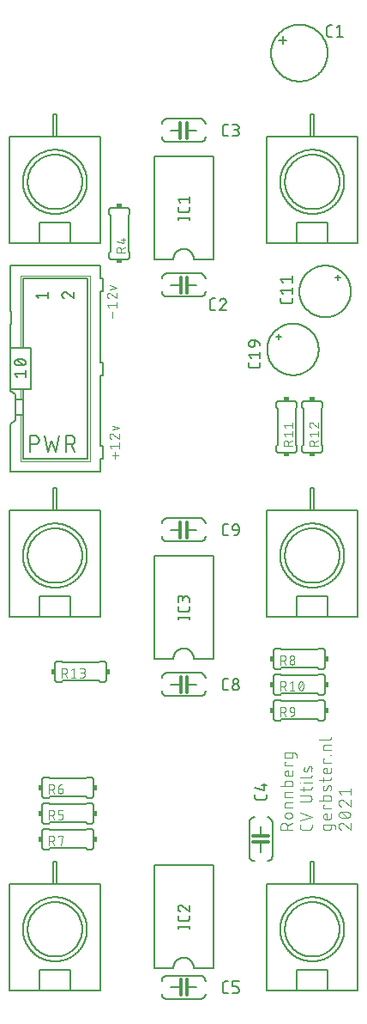
<source format=gto>
G04 EAGLE Gerber RS-274X export*
G75*
%MOMM*%
%FSLAX34Y34*%
%LPD*%
%INSilkscreen Top*%
%IPPOS*%
%AMOC8*
5,1,8,0,0,1.08239X$1,22.5*%
G01*
%ADD10C,0.076200*%
%ADD11C,0.101600*%
%ADD12C,0.152400*%
%ADD13C,0.127000*%
%ADD14R,0.508000X0.381000*%
%ADD15R,0.381000X0.508000*%
%ADD16C,0.304800*%
%ADD17C,0.050800*%
%ADD18C,0.177800*%


D10*
X110264Y540131D02*
X110264Y546396D01*
X107132Y543264D02*
X113397Y543264D01*
X106609Y550407D02*
X104521Y553017D01*
X113919Y553017D01*
X113919Y550407D02*
X113919Y555628D01*
X106871Y564772D02*
X106776Y564770D01*
X106682Y564764D01*
X106588Y564755D01*
X106494Y564742D01*
X106401Y564725D01*
X106309Y564704D01*
X106217Y564679D01*
X106127Y564651D01*
X106038Y564619D01*
X105950Y564584D01*
X105864Y564545D01*
X105779Y564503D01*
X105696Y564457D01*
X105615Y564408D01*
X105536Y564356D01*
X105459Y564301D01*
X105385Y564242D01*
X105313Y564181D01*
X105243Y564117D01*
X105176Y564050D01*
X105112Y563980D01*
X105051Y563908D01*
X104992Y563834D01*
X104937Y563757D01*
X104885Y563678D01*
X104836Y563597D01*
X104790Y563514D01*
X104748Y563429D01*
X104709Y563343D01*
X104674Y563255D01*
X104642Y563166D01*
X104614Y563076D01*
X104589Y562984D01*
X104568Y562892D01*
X104551Y562799D01*
X104538Y562705D01*
X104529Y562611D01*
X104523Y562517D01*
X104521Y562422D01*
X104523Y562314D01*
X104529Y562205D01*
X104539Y562097D01*
X104552Y561990D01*
X104570Y561883D01*
X104591Y561776D01*
X104616Y561671D01*
X104645Y561566D01*
X104677Y561463D01*
X104714Y561361D01*
X104754Y561260D01*
X104797Y561161D01*
X104844Y561063D01*
X104895Y560967D01*
X104949Y560873D01*
X105006Y560781D01*
X105067Y560691D01*
X105131Y560603D01*
X105197Y560518D01*
X105267Y560435D01*
X105340Y560355D01*
X105416Y560277D01*
X105494Y560202D01*
X105575Y560130D01*
X105659Y560061D01*
X105745Y559995D01*
X105833Y559932D01*
X105924Y559873D01*
X106016Y559816D01*
X106111Y559763D01*
X106208Y559714D01*
X106306Y559668D01*
X106405Y559625D01*
X106507Y559586D01*
X106609Y559551D01*
X108699Y563989D02*
X108630Y564058D01*
X108559Y564124D01*
X108486Y564188D01*
X108410Y564249D01*
X108331Y564307D01*
X108251Y564361D01*
X108168Y564413D01*
X108084Y564461D01*
X107998Y564507D01*
X107910Y564548D01*
X107820Y564587D01*
X107729Y564622D01*
X107637Y564653D01*
X107544Y564681D01*
X107450Y564705D01*
X107355Y564725D01*
X107259Y564742D01*
X107162Y564755D01*
X107065Y564764D01*
X106968Y564770D01*
X106871Y564772D01*
X108698Y563989D02*
X113919Y559551D01*
X113919Y564772D01*
X113919Y570391D02*
X107654Y568302D01*
X107654Y572479D02*
X113919Y570391D01*
X107724Y678471D02*
X107724Y684736D01*
X104069Y688747D02*
X101981Y691357D01*
X111379Y691357D01*
X111379Y688747D02*
X111379Y693968D01*
X104331Y703112D02*
X104236Y703110D01*
X104142Y703104D01*
X104048Y703095D01*
X103954Y703082D01*
X103861Y703065D01*
X103769Y703044D01*
X103677Y703019D01*
X103587Y702991D01*
X103498Y702959D01*
X103410Y702924D01*
X103324Y702885D01*
X103239Y702843D01*
X103156Y702797D01*
X103075Y702748D01*
X102996Y702696D01*
X102919Y702641D01*
X102845Y702582D01*
X102773Y702521D01*
X102703Y702457D01*
X102636Y702390D01*
X102572Y702320D01*
X102511Y702248D01*
X102452Y702174D01*
X102397Y702097D01*
X102345Y702018D01*
X102296Y701937D01*
X102250Y701854D01*
X102208Y701769D01*
X102169Y701683D01*
X102134Y701595D01*
X102102Y701506D01*
X102074Y701416D01*
X102049Y701324D01*
X102028Y701232D01*
X102011Y701139D01*
X101998Y701045D01*
X101989Y700951D01*
X101983Y700857D01*
X101981Y700762D01*
X101983Y700654D01*
X101989Y700545D01*
X101999Y700437D01*
X102012Y700330D01*
X102030Y700223D01*
X102051Y700116D01*
X102076Y700011D01*
X102105Y699906D01*
X102137Y699803D01*
X102174Y699701D01*
X102214Y699600D01*
X102257Y699501D01*
X102304Y699403D01*
X102355Y699307D01*
X102409Y699213D01*
X102466Y699121D01*
X102527Y699031D01*
X102591Y698943D01*
X102657Y698858D01*
X102727Y698775D01*
X102800Y698695D01*
X102876Y698617D01*
X102954Y698542D01*
X103035Y698470D01*
X103119Y698401D01*
X103205Y698335D01*
X103293Y698272D01*
X103384Y698213D01*
X103476Y698156D01*
X103571Y698103D01*
X103668Y698054D01*
X103766Y698008D01*
X103865Y697965D01*
X103967Y697926D01*
X104069Y697891D01*
X106159Y702329D02*
X106090Y702398D01*
X106019Y702464D01*
X105946Y702528D01*
X105870Y702589D01*
X105791Y702647D01*
X105711Y702701D01*
X105628Y702753D01*
X105544Y702801D01*
X105458Y702847D01*
X105370Y702888D01*
X105280Y702927D01*
X105189Y702962D01*
X105097Y702993D01*
X105004Y703021D01*
X104910Y703045D01*
X104815Y703065D01*
X104719Y703082D01*
X104622Y703095D01*
X104525Y703104D01*
X104428Y703110D01*
X104331Y703112D01*
X106158Y702328D02*
X111379Y697890D01*
X111379Y703112D01*
X111379Y708731D02*
X105114Y706642D01*
X105114Y710819D02*
X111379Y708731D01*
D11*
X273558Y174326D02*
X285242Y174326D01*
X273558Y174326D02*
X273558Y177572D01*
X273560Y177685D01*
X273566Y177798D01*
X273576Y177911D01*
X273590Y178024D01*
X273607Y178136D01*
X273629Y178247D01*
X273654Y178357D01*
X273684Y178467D01*
X273717Y178575D01*
X273754Y178682D01*
X273794Y178788D01*
X273839Y178892D01*
X273887Y178995D01*
X273938Y179096D01*
X273993Y179195D01*
X274051Y179292D01*
X274113Y179387D01*
X274178Y179480D01*
X274246Y179570D01*
X274317Y179658D01*
X274392Y179744D01*
X274469Y179827D01*
X274549Y179907D01*
X274632Y179984D01*
X274718Y180059D01*
X274806Y180130D01*
X274896Y180198D01*
X274989Y180263D01*
X275084Y180325D01*
X275181Y180383D01*
X275280Y180438D01*
X275381Y180489D01*
X275484Y180537D01*
X275588Y180582D01*
X275694Y180622D01*
X275801Y180659D01*
X275909Y180692D01*
X276019Y180722D01*
X276129Y180747D01*
X276240Y180769D01*
X276352Y180786D01*
X276465Y180800D01*
X276578Y180810D01*
X276691Y180816D01*
X276804Y180818D01*
X276917Y180816D01*
X277030Y180810D01*
X277143Y180800D01*
X277256Y180786D01*
X277368Y180769D01*
X277479Y180747D01*
X277589Y180722D01*
X277699Y180692D01*
X277807Y180659D01*
X277914Y180622D01*
X278020Y180582D01*
X278124Y180537D01*
X278227Y180489D01*
X278328Y180438D01*
X278427Y180383D01*
X278524Y180325D01*
X278619Y180263D01*
X278712Y180198D01*
X278802Y180130D01*
X278890Y180059D01*
X278976Y179984D01*
X279059Y179907D01*
X279139Y179827D01*
X279216Y179744D01*
X279291Y179658D01*
X279362Y179570D01*
X279430Y179480D01*
X279495Y179387D01*
X279557Y179292D01*
X279615Y179195D01*
X279670Y179096D01*
X279721Y178995D01*
X279769Y178892D01*
X279814Y178788D01*
X279854Y178682D01*
X279891Y178575D01*
X279924Y178467D01*
X279954Y178357D01*
X279979Y178247D01*
X280001Y178136D01*
X280018Y178024D01*
X280032Y177911D01*
X280042Y177798D01*
X280048Y177685D01*
X280050Y177572D01*
X280049Y177572D02*
X280049Y174326D01*
X280049Y178221D02*
X285242Y180817D01*
X282646Y185570D02*
X280049Y185570D01*
X279948Y185572D01*
X279848Y185578D01*
X279748Y185588D01*
X279648Y185601D01*
X279549Y185619D01*
X279450Y185640D01*
X279353Y185665D01*
X279256Y185694D01*
X279161Y185727D01*
X279067Y185763D01*
X278975Y185803D01*
X278884Y185846D01*
X278795Y185893D01*
X278708Y185943D01*
X278622Y185997D01*
X278539Y186054D01*
X278459Y186114D01*
X278380Y186177D01*
X278304Y186244D01*
X278231Y186313D01*
X278161Y186385D01*
X278093Y186459D01*
X278028Y186536D01*
X277967Y186616D01*
X277908Y186698D01*
X277853Y186782D01*
X277801Y186868D01*
X277752Y186956D01*
X277707Y187046D01*
X277665Y187138D01*
X277627Y187231D01*
X277593Y187326D01*
X277562Y187421D01*
X277535Y187518D01*
X277512Y187616D01*
X277492Y187715D01*
X277477Y187815D01*
X277465Y187915D01*
X277457Y188015D01*
X277453Y188116D01*
X277453Y188216D01*
X277457Y188317D01*
X277465Y188417D01*
X277477Y188517D01*
X277492Y188617D01*
X277512Y188716D01*
X277535Y188814D01*
X277562Y188911D01*
X277593Y189006D01*
X277627Y189101D01*
X277665Y189194D01*
X277707Y189286D01*
X277752Y189376D01*
X277801Y189464D01*
X277853Y189550D01*
X277908Y189634D01*
X277967Y189716D01*
X278028Y189796D01*
X278093Y189873D01*
X278161Y189947D01*
X278231Y190019D01*
X278304Y190088D01*
X278380Y190155D01*
X278459Y190218D01*
X278539Y190278D01*
X278622Y190335D01*
X278708Y190389D01*
X278795Y190439D01*
X278884Y190486D01*
X278975Y190529D01*
X279067Y190569D01*
X279161Y190605D01*
X279256Y190638D01*
X279353Y190667D01*
X279450Y190692D01*
X279549Y190713D01*
X279648Y190731D01*
X279748Y190744D01*
X279848Y190754D01*
X279948Y190760D01*
X280049Y190762D01*
X280049Y190763D02*
X282646Y190763D01*
X282646Y190762D02*
X282747Y190760D01*
X282847Y190754D01*
X282947Y190744D01*
X283047Y190731D01*
X283146Y190713D01*
X283245Y190692D01*
X283342Y190667D01*
X283439Y190638D01*
X283534Y190605D01*
X283628Y190569D01*
X283720Y190529D01*
X283811Y190486D01*
X283900Y190439D01*
X283987Y190389D01*
X284073Y190335D01*
X284156Y190278D01*
X284236Y190218D01*
X284315Y190155D01*
X284391Y190088D01*
X284464Y190019D01*
X284534Y189947D01*
X284602Y189873D01*
X284667Y189796D01*
X284728Y189716D01*
X284787Y189634D01*
X284842Y189550D01*
X284894Y189464D01*
X284943Y189376D01*
X284988Y189286D01*
X285030Y189194D01*
X285068Y189101D01*
X285102Y189006D01*
X285133Y188911D01*
X285160Y188814D01*
X285183Y188716D01*
X285203Y188617D01*
X285218Y188517D01*
X285230Y188417D01*
X285238Y188317D01*
X285242Y188216D01*
X285242Y188116D01*
X285238Y188015D01*
X285230Y187915D01*
X285218Y187815D01*
X285203Y187715D01*
X285183Y187616D01*
X285160Y187518D01*
X285133Y187421D01*
X285102Y187326D01*
X285068Y187231D01*
X285030Y187138D01*
X284988Y187046D01*
X284943Y186956D01*
X284894Y186868D01*
X284842Y186782D01*
X284787Y186698D01*
X284728Y186616D01*
X284667Y186536D01*
X284602Y186459D01*
X284534Y186385D01*
X284464Y186313D01*
X284391Y186244D01*
X284315Y186177D01*
X284236Y186114D01*
X284156Y186054D01*
X284073Y185997D01*
X283987Y185943D01*
X283900Y185893D01*
X283811Y185846D01*
X283720Y185803D01*
X283628Y185763D01*
X283534Y185727D01*
X283439Y185694D01*
X283342Y185665D01*
X283245Y185640D01*
X283146Y185619D01*
X283047Y185601D01*
X282947Y185588D01*
X282847Y185578D01*
X282747Y185572D01*
X282646Y185570D01*
X285242Y195857D02*
X277453Y195857D01*
X277453Y199102D01*
X277455Y199189D01*
X277461Y199277D01*
X277471Y199363D01*
X277484Y199450D01*
X277502Y199535D01*
X277523Y199620D01*
X277548Y199704D01*
X277577Y199786D01*
X277610Y199867D01*
X277646Y199947D01*
X277685Y200025D01*
X277729Y200101D01*
X277775Y200175D01*
X277825Y200246D01*
X277878Y200316D01*
X277934Y200383D01*
X277993Y200447D01*
X278054Y200509D01*
X278119Y200568D01*
X278186Y200624D01*
X278256Y200677D01*
X278327Y200727D01*
X278401Y200773D01*
X278477Y200817D01*
X278555Y200856D01*
X278635Y200892D01*
X278716Y200925D01*
X278798Y200954D01*
X278882Y200979D01*
X278967Y201000D01*
X279052Y201018D01*
X279139Y201031D01*
X279225Y201041D01*
X279313Y201047D01*
X279400Y201049D01*
X279400Y201050D02*
X285242Y201050D01*
X285242Y206525D02*
X277453Y206525D01*
X277453Y209770D01*
X277455Y209857D01*
X277461Y209945D01*
X277471Y210031D01*
X277484Y210118D01*
X277502Y210203D01*
X277523Y210288D01*
X277548Y210372D01*
X277577Y210454D01*
X277610Y210535D01*
X277646Y210615D01*
X277685Y210693D01*
X277729Y210769D01*
X277775Y210843D01*
X277825Y210914D01*
X277878Y210984D01*
X277934Y211051D01*
X277993Y211115D01*
X278054Y211177D01*
X278119Y211236D01*
X278186Y211292D01*
X278256Y211345D01*
X278327Y211395D01*
X278401Y211441D01*
X278477Y211485D01*
X278555Y211524D01*
X278635Y211560D01*
X278716Y211593D01*
X278798Y211622D01*
X278882Y211647D01*
X278967Y211668D01*
X279052Y211686D01*
X279139Y211699D01*
X279225Y211709D01*
X279313Y211715D01*
X279400Y211717D01*
X279400Y211718D02*
X285242Y211718D01*
X285242Y217252D02*
X273558Y217252D01*
X285242Y217252D02*
X285242Y220497D01*
X285240Y220584D01*
X285234Y220672D01*
X285224Y220758D01*
X285211Y220845D01*
X285193Y220930D01*
X285172Y221015D01*
X285147Y221099D01*
X285118Y221181D01*
X285085Y221262D01*
X285049Y221342D01*
X285010Y221420D01*
X284966Y221496D01*
X284920Y221570D01*
X284870Y221641D01*
X284817Y221711D01*
X284761Y221778D01*
X284702Y221842D01*
X284640Y221904D01*
X284576Y221963D01*
X284509Y222019D01*
X284439Y222072D01*
X284368Y222122D01*
X284294Y222168D01*
X284218Y222212D01*
X284140Y222251D01*
X284060Y222287D01*
X283979Y222320D01*
X283897Y222349D01*
X283813Y222374D01*
X283728Y222395D01*
X283643Y222413D01*
X283556Y222426D01*
X283470Y222436D01*
X283382Y222442D01*
X283295Y222444D01*
X283295Y222445D02*
X279400Y222445D01*
X279400Y222444D02*
X279313Y222442D01*
X279225Y222436D01*
X279139Y222426D01*
X279052Y222413D01*
X278967Y222395D01*
X278882Y222374D01*
X278798Y222349D01*
X278716Y222320D01*
X278635Y222287D01*
X278555Y222251D01*
X278477Y222212D01*
X278401Y222168D01*
X278327Y222122D01*
X278256Y222072D01*
X278186Y222019D01*
X278119Y221963D01*
X278055Y221904D01*
X277993Y221842D01*
X277934Y221778D01*
X277878Y221711D01*
X277825Y221641D01*
X277775Y221570D01*
X277729Y221496D01*
X277685Y221420D01*
X277646Y221342D01*
X277610Y221262D01*
X277577Y221181D01*
X277548Y221099D01*
X277523Y221015D01*
X277502Y220930D01*
X277484Y220845D01*
X277471Y220758D01*
X277461Y220672D01*
X277455Y220584D01*
X277453Y220497D01*
X277453Y217252D01*
X285242Y229046D02*
X285242Y232292D01*
X285242Y229046D02*
X285240Y228959D01*
X285234Y228871D01*
X285224Y228785D01*
X285211Y228698D01*
X285193Y228613D01*
X285172Y228528D01*
X285147Y228444D01*
X285118Y228362D01*
X285085Y228281D01*
X285049Y228201D01*
X285010Y228123D01*
X284966Y228047D01*
X284920Y227973D01*
X284870Y227902D01*
X284817Y227832D01*
X284761Y227765D01*
X284702Y227701D01*
X284640Y227639D01*
X284576Y227580D01*
X284509Y227524D01*
X284439Y227471D01*
X284368Y227421D01*
X284294Y227375D01*
X284218Y227331D01*
X284140Y227292D01*
X284060Y227256D01*
X283979Y227223D01*
X283897Y227194D01*
X283813Y227169D01*
X283728Y227148D01*
X283643Y227130D01*
X283556Y227117D01*
X283470Y227107D01*
X283382Y227101D01*
X283295Y227099D01*
X280049Y227099D01*
X279948Y227101D01*
X279848Y227107D01*
X279748Y227117D01*
X279648Y227130D01*
X279549Y227148D01*
X279450Y227169D01*
X279353Y227194D01*
X279256Y227223D01*
X279161Y227256D01*
X279067Y227292D01*
X278975Y227332D01*
X278884Y227375D01*
X278795Y227422D01*
X278708Y227472D01*
X278622Y227526D01*
X278539Y227583D01*
X278459Y227643D01*
X278380Y227706D01*
X278304Y227773D01*
X278231Y227842D01*
X278161Y227914D01*
X278093Y227988D01*
X278028Y228065D01*
X277967Y228145D01*
X277908Y228227D01*
X277853Y228311D01*
X277801Y228397D01*
X277752Y228485D01*
X277707Y228575D01*
X277665Y228667D01*
X277627Y228760D01*
X277593Y228855D01*
X277562Y228950D01*
X277535Y229047D01*
X277512Y229145D01*
X277492Y229244D01*
X277477Y229344D01*
X277465Y229444D01*
X277457Y229544D01*
X277453Y229645D01*
X277453Y229745D01*
X277457Y229846D01*
X277465Y229946D01*
X277477Y230046D01*
X277492Y230146D01*
X277512Y230245D01*
X277535Y230343D01*
X277562Y230440D01*
X277593Y230535D01*
X277627Y230630D01*
X277665Y230723D01*
X277707Y230815D01*
X277752Y230905D01*
X277801Y230993D01*
X277853Y231079D01*
X277908Y231163D01*
X277967Y231245D01*
X278028Y231325D01*
X278093Y231402D01*
X278161Y231476D01*
X278231Y231548D01*
X278304Y231617D01*
X278380Y231684D01*
X278459Y231747D01*
X278539Y231807D01*
X278622Y231864D01*
X278708Y231918D01*
X278795Y231968D01*
X278884Y232015D01*
X278975Y232058D01*
X279067Y232098D01*
X279161Y232134D01*
X279256Y232167D01*
X279353Y232196D01*
X279450Y232221D01*
X279549Y232242D01*
X279648Y232260D01*
X279748Y232273D01*
X279848Y232283D01*
X279948Y232289D01*
X280049Y232291D01*
X280049Y232292D02*
X281347Y232292D01*
X281347Y227099D01*
X285242Y237452D02*
X277453Y237452D01*
X277453Y241347D01*
X278751Y241347D01*
X285242Y246894D02*
X285242Y250140D01*
X285242Y246894D02*
X285240Y246807D01*
X285234Y246719D01*
X285224Y246633D01*
X285211Y246546D01*
X285193Y246461D01*
X285172Y246376D01*
X285147Y246292D01*
X285118Y246210D01*
X285085Y246129D01*
X285049Y246049D01*
X285010Y245971D01*
X284966Y245895D01*
X284920Y245821D01*
X284870Y245750D01*
X284817Y245680D01*
X284761Y245613D01*
X284702Y245549D01*
X284640Y245487D01*
X284576Y245428D01*
X284509Y245372D01*
X284439Y245319D01*
X284368Y245269D01*
X284294Y245223D01*
X284218Y245179D01*
X284140Y245140D01*
X284060Y245104D01*
X283979Y245071D01*
X283897Y245042D01*
X283813Y245017D01*
X283728Y244996D01*
X283643Y244978D01*
X283556Y244965D01*
X283470Y244955D01*
X283382Y244949D01*
X283295Y244947D01*
X279400Y244947D01*
X279313Y244949D01*
X279225Y244955D01*
X279139Y244965D01*
X279052Y244978D01*
X278967Y244996D01*
X278882Y245017D01*
X278798Y245042D01*
X278716Y245071D01*
X278635Y245104D01*
X278555Y245140D01*
X278477Y245179D01*
X278401Y245223D01*
X278327Y245269D01*
X278256Y245319D01*
X278186Y245372D01*
X278119Y245428D01*
X278055Y245487D01*
X277993Y245549D01*
X277934Y245613D01*
X277878Y245680D01*
X277825Y245750D01*
X277775Y245821D01*
X277729Y245895D01*
X277685Y245971D01*
X277646Y246049D01*
X277610Y246129D01*
X277577Y246210D01*
X277548Y246292D01*
X277523Y246376D01*
X277502Y246461D01*
X277484Y246546D01*
X277471Y246633D01*
X277461Y246719D01*
X277455Y246807D01*
X277453Y246894D01*
X277453Y250140D01*
X287189Y250140D01*
X287189Y250139D02*
X287276Y250137D01*
X287364Y250131D01*
X287450Y250121D01*
X287537Y250108D01*
X287622Y250090D01*
X287707Y250069D01*
X287791Y250044D01*
X287873Y250015D01*
X287954Y249982D01*
X288034Y249946D01*
X288112Y249907D01*
X288188Y249863D01*
X288262Y249817D01*
X288333Y249767D01*
X288403Y249714D01*
X288470Y249658D01*
X288534Y249599D01*
X288596Y249537D01*
X288655Y249473D01*
X288711Y249406D01*
X288764Y249336D01*
X288814Y249265D01*
X288860Y249191D01*
X288904Y249115D01*
X288943Y249037D01*
X288979Y248957D01*
X289012Y248876D01*
X289041Y248794D01*
X289066Y248710D01*
X289087Y248625D01*
X289105Y248540D01*
X289118Y248453D01*
X289128Y248367D01*
X289134Y248279D01*
X289136Y248192D01*
X289137Y248192D02*
X289137Y245596D01*
X304292Y179519D02*
X304292Y176923D01*
X304290Y176824D01*
X304284Y176724D01*
X304275Y176625D01*
X304262Y176527D01*
X304245Y176429D01*
X304224Y176331D01*
X304199Y176235D01*
X304171Y176140D01*
X304139Y176046D01*
X304104Y175953D01*
X304065Y175861D01*
X304022Y175771D01*
X303977Y175683D01*
X303927Y175596D01*
X303875Y175512D01*
X303819Y175429D01*
X303761Y175349D01*
X303699Y175271D01*
X303634Y175196D01*
X303566Y175123D01*
X303496Y175053D01*
X303423Y174985D01*
X303348Y174920D01*
X303270Y174858D01*
X303190Y174800D01*
X303107Y174744D01*
X303023Y174692D01*
X302936Y174642D01*
X302848Y174597D01*
X302758Y174554D01*
X302666Y174515D01*
X302573Y174480D01*
X302479Y174448D01*
X302384Y174420D01*
X302288Y174395D01*
X302190Y174374D01*
X302092Y174357D01*
X301994Y174344D01*
X301895Y174335D01*
X301795Y174329D01*
X301696Y174327D01*
X301696Y174326D02*
X295204Y174326D01*
X295105Y174328D01*
X295005Y174334D01*
X294906Y174343D01*
X294808Y174356D01*
X294710Y174374D01*
X294612Y174394D01*
X294516Y174419D01*
X294420Y174447D01*
X294326Y174479D01*
X294233Y174514D01*
X294142Y174553D01*
X294052Y174596D01*
X293963Y174641D01*
X293877Y174691D01*
X293792Y174743D01*
X293710Y174799D01*
X293630Y174858D01*
X293552Y174919D01*
X293476Y174984D01*
X293403Y175052D01*
X293333Y175122D01*
X293265Y175195D01*
X293200Y175271D01*
X293139Y175349D01*
X293080Y175429D01*
X293024Y175511D01*
X292972Y175596D01*
X292923Y175682D01*
X292877Y175771D01*
X292834Y175861D01*
X292795Y175952D01*
X292760Y176045D01*
X292728Y176139D01*
X292700Y176235D01*
X292675Y176331D01*
X292655Y176429D01*
X292637Y176527D01*
X292624Y176625D01*
X292615Y176724D01*
X292609Y176823D01*
X292607Y176923D01*
X292608Y176923D02*
X292608Y179519D01*
X292608Y183235D02*
X304292Y187130D01*
X292608Y191025D01*
X292608Y201792D02*
X301046Y201792D01*
X301046Y201791D02*
X301159Y201793D01*
X301272Y201799D01*
X301385Y201809D01*
X301498Y201823D01*
X301610Y201840D01*
X301721Y201862D01*
X301831Y201887D01*
X301941Y201917D01*
X302049Y201950D01*
X302156Y201987D01*
X302262Y202027D01*
X302366Y202072D01*
X302469Y202120D01*
X302570Y202171D01*
X302669Y202226D01*
X302766Y202284D01*
X302861Y202346D01*
X302954Y202411D01*
X303044Y202479D01*
X303132Y202550D01*
X303218Y202625D01*
X303301Y202702D01*
X303381Y202782D01*
X303458Y202865D01*
X303533Y202951D01*
X303604Y203039D01*
X303672Y203129D01*
X303737Y203222D01*
X303799Y203317D01*
X303857Y203414D01*
X303912Y203513D01*
X303963Y203614D01*
X304011Y203717D01*
X304056Y203821D01*
X304096Y203927D01*
X304133Y204034D01*
X304166Y204142D01*
X304196Y204252D01*
X304221Y204362D01*
X304243Y204473D01*
X304260Y204585D01*
X304274Y204698D01*
X304284Y204811D01*
X304290Y204924D01*
X304292Y205037D01*
X304290Y205150D01*
X304284Y205263D01*
X304274Y205376D01*
X304260Y205489D01*
X304243Y205601D01*
X304221Y205712D01*
X304196Y205822D01*
X304166Y205932D01*
X304133Y206040D01*
X304096Y206147D01*
X304056Y206253D01*
X304011Y206357D01*
X303963Y206460D01*
X303912Y206561D01*
X303857Y206660D01*
X303799Y206757D01*
X303737Y206852D01*
X303672Y206945D01*
X303604Y207035D01*
X303533Y207123D01*
X303458Y207209D01*
X303381Y207292D01*
X303301Y207372D01*
X303218Y207449D01*
X303132Y207524D01*
X303044Y207595D01*
X302954Y207663D01*
X302861Y207728D01*
X302766Y207790D01*
X302669Y207848D01*
X302570Y207903D01*
X302469Y207954D01*
X302366Y208002D01*
X302262Y208047D01*
X302156Y208087D01*
X302049Y208124D01*
X301941Y208157D01*
X301831Y208187D01*
X301721Y208212D01*
X301610Y208234D01*
X301498Y208251D01*
X301385Y208265D01*
X301272Y208275D01*
X301159Y208281D01*
X301046Y208283D01*
X292608Y208283D01*
X296503Y212522D02*
X296503Y216417D01*
X292608Y213821D02*
X302345Y213821D01*
X302432Y213823D01*
X302520Y213829D01*
X302606Y213839D01*
X302693Y213852D01*
X302778Y213870D01*
X302863Y213891D01*
X302947Y213916D01*
X303029Y213945D01*
X303110Y213978D01*
X303190Y214014D01*
X303268Y214053D01*
X303344Y214097D01*
X303418Y214143D01*
X303489Y214193D01*
X303559Y214246D01*
X303626Y214302D01*
X303690Y214361D01*
X303752Y214423D01*
X303811Y214487D01*
X303867Y214554D01*
X303920Y214624D01*
X303970Y214695D01*
X304016Y214769D01*
X304060Y214845D01*
X304099Y214923D01*
X304135Y215003D01*
X304168Y215084D01*
X304197Y215166D01*
X304222Y215250D01*
X304243Y215335D01*
X304261Y215420D01*
X304274Y215507D01*
X304284Y215593D01*
X304290Y215681D01*
X304292Y215768D01*
X304292Y216417D01*
X304292Y220658D02*
X296503Y220658D01*
X293257Y220334D02*
X292608Y220334D01*
X292608Y220983D01*
X293257Y220983D01*
X293257Y220334D01*
X292608Y225450D02*
X302345Y225450D01*
X302432Y225452D01*
X302520Y225458D01*
X302606Y225468D01*
X302693Y225481D01*
X302778Y225499D01*
X302863Y225520D01*
X302947Y225545D01*
X303029Y225574D01*
X303110Y225607D01*
X303190Y225643D01*
X303268Y225682D01*
X303344Y225726D01*
X303418Y225772D01*
X303489Y225822D01*
X303559Y225875D01*
X303626Y225931D01*
X303690Y225990D01*
X303752Y226052D01*
X303811Y226116D01*
X303867Y226183D01*
X303920Y226253D01*
X303970Y226324D01*
X304016Y226398D01*
X304060Y226474D01*
X304099Y226552D01*
X304135Y226632D01*
X304168Y226713D01*
X304197Y226795D01*
X304222Y226879D01*
X304243Y226964D01*
X304261Y227049D01*
X304274Y227136D01*
X304284Y227222D01*
X304290Y227310D01*
X304292Y227397D01*
X299748Y232370D02*
X301046Y235616D01*
X299749Y232370D02*
X299716Y232295D01*
X299680Y232221D01*
X299641Y232149D01*
X299598Y232079D01*
X299552Y232012D01*
X299502Y231946D01*
X299450Y231884D01*
X299394Y231823D01*
X299336Y231766D01*
X299275Y231711D01*
X299211Y231660D01*
X299145Y231612D01*
X299076Y231567D01*
X299006Y231525D01*
X298933Y231487D01*
X298859Y231452D01*
X298783Y231421D01*
X298706Y231394D01*
X298627Y231371D01*
X298548Y231351D01*
X298467Y231336D01*
X298386Y231324D01*
X298304Y231316D01*
X298223Y231312D01*
X298141Y231313D01*
X298059Y231317D01*
X297977Y231325D01*
X297896Y231337D01*
X297816Y231353D01*
X297736Y231373D01*
X297658Y231397D01*
X297581Y231425D01*
X297505Y231456D01*
X297431Y231491D01*
X297359Y231529D01*
X297288Y231571D01*
X297220Y231617D01*
X297154Y231665D01*
X297091Y231717D01*
X297030Y231772D01*
X296972Y231830D01*
X296916Y231890D01*
X296864Y231953D01*
X296815Y232019D01*
X296769Y232087D01*
X296727Y232157D01*
X296687Y232229D01*
X296652Y232303D01*
X296620Y232378D01*
X296592Y232455D01*
X296568Y232533D01*
X296547Y232613D01*
X296530Y232693D01*
X296518Y232774D01*
X296509Y232855D01*
X296504Y232937D01*
X296503Y233019D01*
X296507Y233196D01*
X296516Y233373D01*
X296530Y233550D01*
X296547Y233727D01*
X296569Y233902D01*
X296594Y234078D01*
X296625Y234252D01*
X296659Y234426D01*
X296697Y234599D01*
X296740Y234771D01*
X296787Y234942D01*
X296837Y235112D01*
X296892Y235281D01*
X296951Y235448D01*
X297014Y235614D01*
X297081Y235778D01*
X297152Y235940D01*
X301046Y235616D02*
X301079Y235691D01*
X301115Y235765D01*
X301154Y235837D01*
X301197Y235907D01*
X301243Y235974D01*
X301293Y236040D01*
X301345Y236102D01*
X301401Y236163D01*
X301459Y236220D01*
X301520Y236275D01*
X301584Y236326D01*
X301650Y236374D01*
X301719Y236419D01*
X301789Y236461D01*
X301862Y236499D01*
X301936Y236534D01*
X302012Y236565D01*
X302089Y236592D01*
X302168Y236615D01*
X302248Y236635D01*
X302328Y236650D01*
X302409Y236662D01*
X302491Y236670D01*
X302572Y236674D01*
X302654Y236673D01*
X302736Y236669D01*
X302818Y236661D01*
X302899Y236649D01*
X302979Y236633D01*
X303059Y236613D01*
X303137Y236589D01*
X303214Y236561D01*
X303290Y236530D01*
X303364Y236495D01*
X303436Y236457D01*
X303507Y236415D01*
X303575Y236369D01*
X303641Y236321D01*
X303704Y236269D01*
X303765Y236214D01*
X303823Y236156D01*
X303879Y236096D01*
X303931Y236033D01*
X303980Y235967D01*
X304026Y235899D01*
X304068Y235829D01*
X304108Y235757D01*
X304143Y235683D01*
X304175Y235608D01*
X304203Y235531D01*
X304227Y235453D01*
X304248Y235373D01*
X304265Y235293D01*
X304277Y235212D01*
X304286Y235131D01*
X304291Y235049D01*
X304292Y234967D01*
X304285Y234707D01*
X304272Y234447D01*
X304253Y234187D01*
X304228Y233928D01*
X304196Y233669D01*
X304159Y233412D01*
X304115Y233155D01*
X304066Y232899D01*
X304010Y232645D01*
X303949Y232392D01*
X303881Y232141D01*
X303807Y231891D01*
X303728Y231643D01*
X303643Y231397D01*
X323342Y179519D02*
X323342Y176274D01*
X323340Y176187D01*
X323334Y176099D01*
X323324Y176013D01*
X323311Y175926D01*
X323293Y175841D01*
X323272Y175756D01*
X323247Y175672D01*
X323218Y175590D01*
X323185Y175509D01*
X323149Y175429D01*
X323110Y175351D01*
X323066Y175275D01*
X323020Y175201D01*
X322970Y175130D01*
X322917Y175060D01*
X322861Y174993D01*
X322802Y174929D01*
X322740Y174867D01*
X322676Y174808D01*
X322609Y174752D01*
X322539Y174699D01*
X322468Y174649D01*
X322394Y174603D01*
X322318Y174559D01*
X322240Y174520D01*
X322160Y174484D01*
X322079Y174451D01*
X321997Y174422D01*
X321913Y174397D01*
X321828Y174376D01*
X321743Y174358D01*
X321656Y174345D01*
X321570Y174335D01*
X321482Y174329D01*
X321395Y174327D01*
X321395Y174326D02*
X317500Y174326D01*
X317500Y174327D02*
X317413Y174329D01*
X317325Y174335D01*
X317239Y174345D01*
X317152Y174358D01*
X317067Y174376D01*
X316982Y174397D01*
X316898Y174422D01*
X316816Y174451D01*
X316735Y174484D01*
X316655Y174520D01*
X316577Y174559D01*
X316501Y174603D01*
X316427Y174649D01*
X316356Y174699D01*
X316286Y174752D01*
X316219Y174808D01*
X316155Y174867D01*
X316093Y174929D01*
X316034Y174993D01*
X315978Y175060D01*
X315925Y175130D01*
X315875Y175201D01*
X315829Y175275D01*
X315785Y175351D01*
X315746Y175429D01*
X315710Y175509D01*
X315677Y175590D01*
X315648Y175672D01*
X315623Y175756D01*
X315602Y175841D01*
X315584Y175926D01*
X315571Y176013D01*
X315561Y176099D01*
X315555Y176187D01*
X315553Y176274D01*
X315553Y179519D01*
X325289Y179519D01*
X325376Y179517D01*
X325464Y179511D01*
X325550Y179501D01*
X325637Y179488D01*
X325722Y179470D01*
X325807Y179449D01*
X325891Y179424D01*
X325973Y179395D01*
X326054Y179362D01*
X326134Y179326D01*
X326212Y179287D01*
X326288Y179243D01*
X326362Y179197D01*
X326433Y179147D01*
X326503Y179094D01*
X326570Y179038D01*
X326634Y178979D01*
X326696Y178917D01*
X326755Y178853D01*
X326811Y178786D01*
X326864Y178716D01*
X326914Y178645D01*
X326960Y178571D01*
X327004Y178495D01*
X327043Y178417D01*
X327079Y178337D01*
X327112Y178256D01*
X327141Y178174D01*
X327166Y178090D01*
X327187Y178005D01*
X327205Y177920D01*
X327218Y177833D01*
X327228Y177747D01*
X327234Y177659D01*
X327236Y177572D01*
X327237Y177572D02*
X327237Y174975D01*
X323342Y186620D02*
X323342Y189865D01*
X323342Y186620D02*
X323340Y186533D01*
X323334Y186445D01*
X323324Y186359D01*
X323311Y186272D01*
X323293Y186187D01*
X323272Y186102D01*
X323247Y186018D01*
X323218Y185936D01*
X323185Y185855D01*
X323149Y185775D01*
X323110Y185697D01*
X323066Y185621D01*
X323020Y185547D01*
X322970Y185476D01*
X322917Y185406D01*
X322861Y185339D01*
X322802Y185275D01*
X322740Y185213D01*
X322676Y185154D01*
X322609Y185098D01*
X322539Y185045D01*
X322468Y184995D01*
X322394Y184949D01*
X322318Y184905D01*
X322240Y184866D01*
X322160Y184830D01*
X322079Y184797D01*
X321997Y184768D01*
X321913Y184743D01*
X321828Y184722D01*
X321743Y184704D01*
X321656Y184691D01*
X321570Y184681D01*
X321482Y184675D01*
X321395Y184673D01*
X321395Y184672D02*
X318149Y184672D01*
X318149Y184673D02*
X318048Y184675D01*
X317948Y184681D01*
X317848Y184691D01*
X317748Y184704D01*
X317649Y184722D01*
X317550Y184743D01*
X317453Y184768D01*
X317356Y184797D01*
X317261Y184830D01*
X317167Y184866D01*
X317075Y184906D01*
X316984Y184949D01*
X316895Y184996D01*
X316808Y185046D01*
X316722Y185100D01*
X316639Y185157D01*
X316559Y185217D01*
X316480Y185280D01*
X316404Y185347D01*
X316331Y185416D01*
X316261Y185488D01*
X316193Y185562D01*
X316128Y185639D01*
X316067Y185719D01*
X316008Y185801D01*
X315953Y185885D01*
X315901Y185971D01*
X315852Y186059D01*
X315807Y186149D01*
X315765Y186241D01*
X315727Y186334D01*
X315693Y186429D01*
X315662Y186524D01*
X315635Y186621D01*
X315612Y186719D01*
X315592Y186818D01*
X315577Y186918D01*
X315565Y187018D01*
X315557Y187118D01*
X315553Y187219D01*
X315553Y187319D01*
X315557Y187420D01*
X315565Y187520D01*
X315577Y187620D01*
X315592Y187720D01*
X315612Y187819D01*
X315635Y187917D01*
X315662Y188014D01*
X315693Y188109D01*
X315727Y188204D01*
X315765Y188297D01*
X315807Y188389D01*
X315852Y188479D01*
X315901Y188567D01*
X315953Y188653D01*
X316008Y188737D01*
X316067Y188819D01*
X316128Y188899D01*
X316193Y188976D01*
X316261Y189050D01*
X316331Y189122D01*
X316404Y189191D01*
X316480Y189258D01*
X316559Y189321D01*
X316639Y189381D01*
X316722Y189438D01*
X316808Y189492D01*
X316895Y189542D01*
X316984Y189589D01*
X317075Y189632D01*
X317167Y189672D01*
X317261Y189708D01*
X317356Y189741D01*
X317453Y189770D01*
X317550Y189795D01*
X317649Y189816D01*
X317748Y189834D01*
X317848Y189847D01*
X317948Y189857D01*
X318048Y189863D01*
X318149Y189865D01*
X319447Y189865D01*
X319447Y184672D01*
X323342Y195026D02*
X315553Y195026D01*
X315553Y198920D01*
X316851Y198920D01*
X311658Y203019D02*
X323342Y203019D01*
X323342Y206265D01*
X323340Y206352D01*
X323334Y206440D01*
X323324Y206526D01*
X323311Y206613D01*
X323293Y206698D01*
X323272Y206783D01*
X323247Y206867D01*
X323218Y206949D01*
X323185Y207030D01*
X323149Y207110D01*
X323110Y207188D01*
X323066Y207264D01*
X323020Y207338D01*
X322970Y207409D01*
X322917Y207479D01*
X322861Y207546D01*
X322802Y207610D01*
X322740Y207672D01*
X322676Y207731D01*
X322609Y207787D01*
X322539Y207840D01*
X322468Y207890D01*
X322394Y207936D01*
X322318Y207980D01*
X322240Y208019D01*
X322160Y208055D01*
X322079Y208088D01*
X321997Y208117D01*
X321913Y208142D01*
X321828Y208163D01*
X321743Y208181D01*
X321656Y208194D01*
X321570Y208204D01*
X321482Y208210D01*
X321395Y208212D01*
X317500Y208212D01*
X317413Y208210D01*
X317325Y208204D01*
X317239Y208194D01*
X317152Y208181D01*
X317067Y208163D01*
X316982Y208142D01*
X316898Y208117D01*
X316816Y208088D01*
X316735Y208055D01*
X316655Y208019D01*
X316577Y207980D01*
X316501Y207936D01*
X316427Y207890D01*
X316356Y207840D01*
X316286Y207787D01*
X316219Y207731D01*
X316155Y207672D01*
X316093Y207610D01*
X316034Y207546D01*
X315978Y207479D01*
X315925Y207409D01*
X315875Y207338D01*
X315829Y207264D01*
X315785Y207188D01*
X315746Y207110D01*
X315710Y207030D01*
X315677Y206949D01*
X315648Y206867D01*
X315623Y206783D01*
X315602Y206698D01*
X315584Y206613D01*
X315571Y206526D01*
X315561Y206440D01*
X315555Y206352D01*
X315553Y206265D01*
X315553Y203019D01*
X318798Y213840D02*
X320096Y217085D01*
X318799Y213840D02*
X318766Y213765D01*
X318730Y213691D01*
X318691Y213619D01*
X318648Y213549D01*
X318602Y213482D01*
X318552Y213416D01*
X318500Y213354D01*
X318444Y213293D01*
X318386Y213236D01*
X318325Y213181D01*
X318261Y213130D01*
X318195Y213082D01*
X318126Y213037D01*
X318056Y212995D01*
X317983Y212957D01*
X317909Y212922D01*
X317833Y212891D01*
X317756Y212864D01*
X317677Y212841D01*
X317598Y212821D01*
X317517Y212806D01*
X317436Y212794D01*
X317354Y212786D01*
X317273Y212782D01*
X317191Y212783D01*
X317109Y212787D01*
X317027Y212795D01*
X316946Y212807D01*
X316866Y212823D01*
X316786Y212843D01*
X316708Y212867D01*
X316631Y212895D01*
X316555Y212926D01*
X316481Y212961D01*
X316409Y212999D01*
X316338Y213041D01*
X316270Y213087D01*
X316204Y213135D01*
X316141Y213187D01*
X316080Y213242D01*
X316022Y213300D01*
X315966Y213360D01*
X315914Y213423D01*
X315865Y213489D01*
X315819Y213557D01*
X315777Y213627D01*
X315737Y213699D01*
X315702Y213773D01*
X315670Y213848D01*
X315642Y213925D01*
X315618Y214003D01*
X315597Y214083D01*
X315580Y214163D01*
X315568Y214244D01*
X315559Y214325D01*
X315554Y214407D01*
X315553Y214489D01*
X315557Y214666D01*
X315566Y214843D01*
X315580Y215020D01*
X315597Y215197D01*
X315619Y215372D01*
X315644Y215548D01*
X315675Y215722D01*
X315709Y215896D01*
X315747Y216069D01*
X315790Y216241D01*
X315837Y216412D01*
X315887Y216582D01*
X315942Y216751D01*
X316001Y216918D01*
X316064Y217084D01*
X316131Y217248D01*
X316202Y217410D01*
X320096Y217085D02*
X320129Y217160D01*
X320165Y217234D01*
X320204Y217306D01*
X320247Y217376D01*
X320293Y217443D01*
X320343Y217509D01*
X320395Y217571D01*
X320451Y217632D01*
X320509Y217689D01*
X320570Y217744D01*
X320634Y217795D01*
X320700Y217843D01*
X320769Y217888D01*
X320839Y217930D01*
X320912Y217968D01*
X320986Y218003D01*
X321062Y218034D01*
X321139Y218061D01*
X321218Y218084D01*
X321298Y218104D01*
X321378Y218119D01*
X321459Y218131D01*
X321541Y218139D01*
X321622Y218143D01*
X321704Y218142D01*
X321786Y218138D01*
X321868Y218130D01*
X321949Y218118D01*
X322029Y218102D01*
X322109Y218082D01*
X322187Y218058D01*
X322264Y218030D01*
X322340Y217999D01*
X322414Y217964D01*
X322486Y217926D01*
X322557Y217884D01*
X322625Y217838D01*
X322691Y217790D01*
X322754Y217738D01*
X322815Y217683D01*
X322873Y217625D01*
X322929Y217565D01*
X322981Y217502D01*
X323030Y217436D01*
X323076Y217368D01*
X323118Y217298D01*
X323158Y217226D01*
X323193Y217152D01*
X323225Y217077D01*
X323253Y217000D01*
X323277Y216922D01*
X323298Y216842D01*
X323315Y216762D01*
X323327Y216681D01*
X323336Y216600D01*
X323341Y216518D01*
X323342Y216436D01*
X323342Y216437D02*
X323335Y216177D01*
X323322Y215917D01*
X323303Y215657D01*
X323278Y215398D01*
X323246Y215139D01*
X323209Y214882D01*
X323165Y214625D01*
X323116Y214369D01*
X323060Y214115D01*
X322999Y213862D01*
X322931Y213611D01*
X322857Y213361D01*
X322778Y213113D01*
X322693Y212867D01*
X315553Y221805D02*
X315553Y225700D01*
X311658Y223103D02*
X321395Y223103D01*
X321482Y223105D01*
X321570Y223111D01*
X321656Y223121D01*
X321743Y223134D01*
X321828Y223152D01*
X321913Y223173D01*
X321997Y223198D01*
X322079Y223227D01*
X322160Y223260D01*
X322240Y223296D01*
X322318Y223335D01*
X322394Y223379D01*
X322468Y223425D01*
X322539Y223475D01*
X322609Y223528D01*
X322676Y223584D01*
X322740Y223643D01*
X322802Y223705D01*
X322861Y223769D01*
X322917Y223836D01*
X322970Y223906D01*
X323020Y223977D01*
X323066Y224051D01*
X323110Y224127D01*
X323149Y224205D01*
X323185Y224285D01*
X323218Y224366D01*
X323247Y224448D01*
X323272Y224532D01*
X323293Y224617D01*
X323311Y224702D01*
X323324Y224789D01*
X323334Y224875D01*
X323340Y224963D01*
X323342Y225050D01*
X323342Y225700D01*
X323342Y231959D02*
X323342Y235204D01*
X323342Y231959D02*
X323340Y231872D01*
X323334Y231784D01*
X323324Y231698D01*
X323311Y231611D01*
X323293Y231526D01*
X323272Y231441D01*
X323247Y231357D01*
X323218Y231275D01*
X323185Y231194D01*
X323149Y231114D01*
X323110Y231036D01*
X323066Y230960D01*
X323020Y230886D01*
X322970Y230815D01*
X322917Y230745D01*
X322861Y230678D01*
X322802Y230614D01*
X322740Y230552D01*
X322676Y230493D01*
X322609Y230437D01*
X322539Y230384D01*
X322468Y230334D01*
X322394Y230288D01*
X322318Y230244D01*
X322240Y230205D01*
X322160Y230169D01*
X322079Y230136D01*
X321997Y230107D01*
X321913Y230082D01*
X321828Y230061D01*
X321743Y230043D01*
X321656Y230030D01*
X321570Y230020D01*
X321482Y230014D01*
X321395Y230012D01*
X321395Y230011D02*
X318149Y230011D01*
X318149Y230012D02*
X318048Y230014D01*
X317948Y230020D01*
X317848Y230030D01*
X317748Y230043D01*
X317649Y230061D01*
X317550Y230082D01*
X317453Y230107D01*
X317356Y230136D01*
X317261Y230169D01*
X317167Y230205D01*
X317075Y230245D01*
X316984Y230288D01*
X316895Y230335D01*
X316808Y230385D01*
X316722Y230439D01*
X316639Y230496D01*
X316559Y230556D01*
X316480Y230619D01*
X316404Y230686D01*
X316331Y230755D01*
X316261Y230827D01*
X316193Y230901D01*
X316128Y230978D01*
X316067Y231058D01*
X316008Y231140D01*
X315953Y231224D01*
X315901Y231310D01*
X315852Y231398D01*
X315807Y231488D01*
X315765Y231580D01*
X315727Y231673D01*
X315693Y231768D01*
X315662Y231863D01*
X315635Y231960D01*
X315612Y232058D01*
X315592Y232157D01*
X315577Y232257D01*
X315565Y232357D01*
X315557Y232457D01*
X315553Y232558D01*
X315553Y232658D01*
X315557Y232759D01*
X315565Y232859D01*
X315577Y232959D01*
X315592Y233059D01*
X315612Y233158D01*
X315635Y233256D01*
X315662Y233353D01*
X315693Y233448D01*
X315727Y233543D01*
X315765Y233636D01*
X315807Y233728D01*
X315852Y233818D01*
X315901Y233906D01*
X315953Y233992D01*
X316008Y234076D01*
X316067Y234158D01*
X316128Y234238D01*
X316193Y234315D01*
X316261Y234389D01*
X316331Y234461D01*
X316404Y234530D01*
X316480Y234597D01*
X316559Y234660D01*
X316639Y234720D01*
X316722Y234777D01*
X316808Y234831D01*
X316895Y234881D01*
X316984Y234928D01*
X317075Y234971D01*
X317167Y235011D01*
X317261Y235047D01*
X317356Y235080D01*
X317453Y235109D01*
X317550Y235134D01*
X317649Y235155D01*
X317748Y235173D01*
X317848Y235186D01*
X317948Y235196D01*
X318048Y235202D01*
X318149Y235204D01*
X319447Y235204D01*
X319447Y230011D01*
X323342Y240365D02*
X315553Y240365D01*
X315553Y244259D01*
X316851Y244259D01*
X322693Y247523D02*
X323342Y247523D01*
X322693Y247523D02*
X322693Y248172D01*
X323342Y248172D01*
X323342Y247523D01*
X323342Y252871D02*
X315553Y252871D01*
X315553Y256117D01*
X315555Y256204D01*
X315561Y256292D01*
X315571Y256378D01*
X315584Y256465D01*
X315602Y256550D01*
X315623Y256635D01*
X315648Y256719D01*
X315677Y256801D01*
X315710Y256882D01*
X315746Y256962D01*
X315785Y257040D01*
X315829Y257116D01*
X315875Y257190D01*
X315925Y257261D01*
X315978Y257331D01*
X316034Y257398D01*
X316093Y257462D01*
X316154Y257524D01*
X316219Y257583D01*
X316286Y257639D01*
X316356Y257692D01*
X316427Y257742D01*
X316501Y257788D01*
X316577Y257832D01*
X316655Y257871D01*
X316735Y257907D01*
X316816Y257940D01*
X316898Y257969D01*
X316982Y257994D01*
X317067Y258015D01*
X317152Y258033D01*
X317239Y258046D01*
X317325Y258056D01*
X317413Y258062D01*
X317500Y258064D01*
X323342Y258064D01*
X321395Y263308D02*
X311658Y263308D01*
X321395Y263308D02*
X321482Y263310D01*
X321570Y263316D01*
X321656Y263326D01*
X321743Y263339D01*
X321828Y263357D01*
X321913Y263378D01*
X321997Y263403D01*
X322079Y263432D01*
X322160Y263465D01*
X322240Y263501D01*
X322318Y263540D01*
X322394Y263584D01*
X322468Y263630D01*
X322539Y263680D01*
X322609Y263733D01*
X322676Y263789D01*
X322740Y263848D01*
X322802Y263910D01*
X322861Y263974D01*
X322917Y264041D01*
X322970Y264111D01*
X323020Y264182D01*
X323066Y264256D01*
X323110Y264332D01*
X323149Y264410D01*
X323185Y264490D01*
X323218Y264571D01*
X323247Y264653D01*
X323272Y264737D01*
X323293Y264822D01*
X323311Y264907D01*
X323324Y264994D01*
X323334Y265080D01*
X323340Y265168D01*
X323342Y265255D01*
X333629Y180817D02*
X333522Y180815D01*
X333416Y180809D01*
X333310Y180799D01*
X333204Y180786D01*
X333098Y180768D01*
X332994Y180747D01*
X332890Y180722D01*
X332787Y180693D01*
X332686Y180661D01*
X332586Y180624D01*
X332487Y180584D01*
X332389Y180541D01*
X332293Y180494D01*
X332199Y180443D01*
X332107Y180389D01*
X332017Y180332D01*
X331929Y180272D01*
X331844Y180208D01*
X331761Y180141D01*
X331680Y180071D01*
X331602Y179999D01*
X331526Y179923D01*
X331454Y179845D01*
X331384Y179764D01*
X331317Y179681D01*
X331253Y179596D01*
X331193Y179508D01*
X331136Y179418D01*
X331082Y179326D01*
X331031Y179232D01*
X330984Y179136D01*
X330941Y179038D01*
X330901Y178939D01*
X330864Y178839D01*
X330832Y178738D01*
X330803Y178635D01*
X330778Y178531D01*
X330757Y178427D01*
X330739Y178321D01*
X330726Y178215D01*
X330716Y178109D01*
X330710Y178003D01*
X330708Y177896D01*
X330710Y177775D01*
X330716Y177654D01*
X330726Y177534D01*
X330739Y177413D01*
X330757Y177294D01*
X330778Y177174D01*
X330803Y177056D01*
X330832Y176939D01*
X330865Y176822D01*
X330901Y176707D01*
X330942Y176593D01*
X330985Y176480D01*
X331033Y176368D01*
X331084Y176259D01*
X331139Y176151D01*
X331197Y176044D01*
X331258Y175940D01*
X331323Y175838D01*
X331391Y175738D01*
X331462Y175640D01*
X331536Y175544D01*
X331613Y175451D01*
X331694Y175361D01*
X331777Y175273D01*
X331863Y175188D01*
X331952Y175105D01*
X332043Y175026D01*
X332137Y174949D01*
X332233Y174876D01*
X332331Y174806D01*
X332432Y174739D01*
X332535Y174675D01*
X332640Y174615D01*
X332747Y174557D01*
X332855Y174504D01*
X332965Y174454D01*
X333077Y174408D01*
X333190Y174365D01*
X333305Y174326D01*
X335901Y179843D02*
X335823Y179922D01*
X335743Y179998D01*
X335660Y180071D01*
X335574Y180141D01*
X335487Y180208D01*
X335396Y180272D01*
X335304Y180332D01*
X335210Y180390D01*
X335113Y180444D01*
X335015Y180494D01*
X334915Y180541D01*
X334814Y180585D01*
X334711Y180625D01*
X334606Y180661D01*
X334501Y180693D01*
X334394Y180722D01*
X334287Y180747D01*
X334178Y180769D01*
X334069Y180786D01*
X333960Y180800D01*
X333850Y180809D01*
X333739Y180815D01*
X333629Y180817D01*
X335901Y179844D02*
X342392Y174326D01*
X342392Y180817D01*
X336550Y185756D02*
X336320Y185759D01*
X336090Y185767D01*
X335861Y185781D01*
X335632Y185800D01*
X335403Y185825D01*
X335175Y185855D01*
X334948Y185890D01*
X334722Y185931D01*
X334497Y185977D01*
X334273Y186029D01*
X334050Y186086D01*
X333829Y186148D01*
X333609Y186216D01*
X333391Y186289D01*
X333175Y186367D01*
X332961Y186450D01*
X332749Y186538D01*
X332538Y186631D01*
X332331Y186730D01*
X332241Y186763D01*
X332152Y186799D01*
X332064Y186839D01*
X331979Y186883D01*
X331895Y186930D01*
X331813Y186980D01*
X331733Y187034D01*
X331656Y187090D01*
X331580Y187150D01*
X331507Y187213D01*
X331437Y187278D01*
X331369Y187347D01*
X331305Y187418D01*
X331243Y187491D01*
X331184Y187567D01*
X331128Y187645D01*
X331075Y187726D01*
X331026Y187808D01*
X330980Y187892D01*
X330937Y187979D01*
X330898Y188066D01*
X330862Y188156D01*
X330830Y188246D01*
X330802Y188338D01*
X330777Y188431D01*
X330756Y188525D01*
X330739Y188619D01*
X330725Y188714D01*
X330716Y188810D01*
X330710Y188906D01*
X330708Y189002D01*
X330710Y189098D01*
X330716Y189194D01*
X330725Y189290D01*
X330739Y189385D01*
X330756Y189479D01*
X330777Y189573D01*
X330802Y189666D01*
X330830Y189758D01*
X330862Y189848D01*
X330898Y189938D01*
X330937Y190026D01*
X330980Y190112D01*
X331026Y190196D01*
X331075Y190278D01*
X331128Y190359D01*
X331184Y190437D01*
X331243Y190513D01*
X331305Y190586D01*
X331369Y190657D01*
X331437Y190726D01*
X331507Y190791D01*
X331580Y190854D01*
X331656Y190914D01*
X331733Y190970D01*
X331813Y191024D01*
X331895Y191074D01*
X331979Y191121D01*
X332064Y191165D01*
X332152Y191205D01*
X332241Y191241D01*
X332331Y191274D01*
X332538Y191373D01*
X332749Y191466D01*
X332961Y191554D01*
X333175Y191637D01*
X333391Y191715D01*
X333609Y191788D01*
X333829Y191856D01*
X334050Y191918D01*
X334273Y191975D01*
X334497Y192027D01*
X334722Y192073D01*
X334948Y192114D01*
X335175Y192149D01*
X335403Y192179D01*
X335632Y192204D01*
X335861Y192223D01*
X336090Y192237D01*
X336320Y192245D01*
X336550Y192248D01*
X336550Y185756D02*
X336780Y185759D01*
X337010Y185767D01*
X337239Y185781D01*
X337468Y185800D01*
X337697Y185825D01*
X337925Y185855D01*
X338152Y185890D01*
X338378Y185931D01*
X338603Y185977D01*
X338827Y186029D01*
X339050Y186086D01*
X339271Y186148D01*
X339491Y186216D01*
X339709Y186289D01*
X339925Y186367D01*
X340139Y186450D01*
X340351Y186538D01*
X340562Y186631D01*
X340769Y186730D01*
X340859Y186763D01*
X340948Y186799D01*
X341036Y186840D01*
X341121Y186883D01*
X341205Y186930D01*
X341287Y186980D01*
X341367Y187034D01*
X341444Y187090D01*
X341520Y187150D01*
X341593Y187213D01*
X341663Y187278D01*
X341731Y187347D01*
X341795Y187418D01*
X341857Y187491D01*
X341916Y187567D01*
X341972Y187645D01*
X342025Y187726D01*
X342074Y187808D01*
X342120Y187892D01*
X342163Y187979D01*
X342202Y188066D01*
X342238Y188156D01*
X342270Y188246D01*
X342298Y188338D01*
X342323Y188431D01*
X342344Y188525D01*
X342361Y188619D01*
X342375Y188714D01*
X342384Y188810D01*
X342390Y188906D01*
X342392Y189002D01*
X340769Y191274D02*
X340562Y191373D01*
X340351Y191466D01*
X340139Y191554D01*
X339925Y191637D01*
X339709Y191715D01*
X339491Y191788D01*
X339271Y191856D01*
X339050Y191918D01*
X338827Y191975D01*
X338603Y192027D01*
X338378Y192073D01*
X338152Y192114D01*
X337925Y192149D01*
X337697Y192179D01*
X337468Y192204D01*
X337239Y192223D01*
X337010Y192237D01*
X336780Y192245D01*
X336550Y192248D01*
X340769Y191274D02*
X340859Y191241D01*
X340948Y191205D01*
X341036Y191165D01*
X341121Y191121D01*
X341205Y191074D01*
X341287Y191024D01*
X341367Y190970D01*
X341444Y190914D01*
X341520Y190854D01*
X341593Y190791D01*
X341663Y190726D01*
X341731Y190657D01*
X341795Y190586D01*
X341857Y190513D01*
X341916Y190437D01*
X341972Y190359D01*
X342025Y190278D01*
X342074Y190196D01*
X342120Y190112D01*
X342163Y190025D01*
X342202Y189938D01*
X342238Y189848D01*
X342270Y189758D01*
X342298Y189666D01*
X342323Y189573D01*
X342344Y189479D01*
X342361Y189385D01*
X342375Y189290D01*
X342384Y189194D01*
X342390Y189098D01*
X342392Y189002D01*
X339796Y186405D02*
X333304Y191598D01*
X330708Y200756D02*
X330710Y200863D01*
X330716Y200969D01*
X330726Y201075D01*
X330739Y201181D01*
X330757Y201287D01*
X330778Y201391D01*
X330803Y201495D01*
X330832Y201598D01*
X330864Y201699D01*
X330901Y201799D01*
X330941Y201898D01*
X330984Y201996D01*
X331031Y202092D01*
X331082Y202186D01*
X331136Y202278D01*
X331193Y202368D01*
X331253Y202456D01*
X331317Y202541D01*
X331384Y202624D01*
X331454Y202705D01*
X331526Y202783D01*
X331602Y202859D01*
X331680Y202931D01*
X331761Y203001D01*
X331844Y203068D01*
X331929Y203132D01*
X332017Y203192D01*
X332107Y203249D01*
X332199Y203303D01*
X332293Y203354D01*
X332389Y203401D01*
X332487Y203444D01*
X332586Y203484D01*
X332686Y203521D01*
X332787Y203553D01*
X332890Y203582D01*
X332994Y203607D01*
X333098Y203628D01*
X333204Y203646D01*
X333310Y203659D01*
X333416Y203669D01*
X333522Y203675D01*
X333629Y203677D01*
X330708Y200756D02*
X330710Y200635D01*
X330716Y200514D01*
X330726Y200394D01*
X330739Y200273D01*
X330757Y200154D01*
X330778Y200034D01*
X330803Y199916D01*
X330832Y199799D01*
X330865Y199682D01*
X330901Y199567D01*
X330942Y199453D01*
X330985Y199340D01*
X331033Y199228D01*
X331084Y199119D01*
X331139Y199011D01*
X331197Y198904D01*
X331258Y198800D01*
X331323Y198698D01*
X331391Y198598D01*
X331462Y198500D01*
X331536Y198404D01*
X331613Y198311D01*
X331694Y198221D01*
X331777Y198133D01*
X331863Y198048D01*
X331952Y197965D01*
X332043Y197886D01*
X332137Y197809D01*
X332233Y197736D01*
X332331Y197666D01*
X332432Y197599D01*
X332535Y197535D01*
X332640Y197475D01*
X332747Y197417D01*
X332855Y197364D01*
X332965Y197314D01*
X333077Y197268D01*
X333190Y197225D01*
X333305Y197186D01*
X335901Y202703D02*
X335823Y202782D01*
X335743Y202858D01*
X335660Y202931D01*
X335574Y203001D01*
X335487Y203068D01*
X335396Y203132D01*
X335304Y203192D01*
X335210Y203250D01*
X335113Y203304D01*
X335015Y203354D01*
X334915Y203401D01*
X334814Y203445D01*
X334711Y203485D01*
X334606Y203521D01*
X334501Y203553D01*
X334394Y203582D01*
X334287Y203607D01*
X334178Y203629D01*
X334069Y203646D01*
X333960Y203660D01*
X333850Y203669D01*
X333739Y203675D01*
X333629Y203677D01*
X335901Y202704D02*
X342392Y197186D01*
X342392Y203677D01*
X333304Y208616D02*
X330708Y211862D01*
X342392Y211862D01*
X342392Y215107D02*
X342392Y208616D01*
D12*
X148590Y736600D02*
X148590Y838200D01*
X207010Y838200D02*
X207010Y736600D01*
X207010Y838200D02*
X148590Y838200D01*
X148590Y736600D02*
X167640Y736600D01*
X187960Y736600D02*
X207010Y736600D01*
X187960Y736600D02*
X187957Y736847D01*
X187948Y737095D01*
X187933Y737342D01*
X187912Y737588D01*
X187885Y737834D01*
X187852Y738079D01*
X187813Y738324D01*
X187768Y738567D01*
X187717Y738809D01*
X187660Y739050D01*
X187598Y739289D01*
X187529Y739527D01*
X187455Y739763D01*
X187375Y739997D01*
X187290Y740229D01*
X187198Y740459D01*
X187102Y740687D01*
X186999Y740912D01*
X186892Y741135D01*
X186778Y741355D01*
X186660Y741572D01*
X186536Y741787D01*
X186407Y741998D01*
X186273Y742206D01*
X186134Y742411D01*
X185990Y742612D01*
X185842Y742810D01*
X185688Y743004D01*
X185530Y743194D01*
X185367Y743380D01*
X185200Y743562D01*
X185028Y743740D01*
X184852Y743914D01*
X184672Y744084D01*
X184487Y744249D01*
X184299Y744409D01*
X184107Y744565D01*
X183911Y744717D01*
X183712Y744863D01*
X183509Y745005D01*
X183302Y745141D01*
X183093Y745273D01*
X182880Y745399D01*
X182664Y745520D01*
X182446Y745636D01*
X182224Y745746D01*
X182000Y745851D01*
X181774Y745951D01*
X181545Y746045D01*
X181314Y746133D01*
X181080Y746216D01*
X180845Y746293D01*
X180608Y746364D01*
X180370Y746430D01*
X180130Y746489D01*
X179888Y746543D01*
X179645Y746591D01*
X179402Y746633D01*
X179157Y746669D01*
X178911Y746699D01*
X178665Y746723D01*
X178418Y746741D01*
X178171Y746753D01*
X177924Y746759D01*
X177676Y746759D01*
X177429Y746753D01*
X177182Y746741D01*
X176935Y746723D01*
X176689Y746699D01*
X176443Y746669D01*
X176198Y746633D01*
X175955Y746591D01*
X175712Y746543D01*
X175470Y746489D01*
X175230Y746430D01*
X174992Y746364D01*
X174755Y746293D01*
X174520Y746216D01*
X174286Y746133D01*
X174055Y746045D01*
X173826Y745951D01*
X173600Y745851D01*
X173376Y745746D01*
X173154Y745636D01*
X172936Y745520D01*
X172720Y745399D01*
X172507Y745273D01*
X172298Y745141D01*
X172091Y745005D01*
X171888Y744863D01*
X171689Y744717D01*
X171493Y744565D01*
X171301Y744409D01*
X171113Y744249D01*
X170928Y744084D01*
X170748Y743914D01*
X170572Y743740D01*
X170400Y743562D01*
X170233Y743380D01*
X170070Y743194D01*
X169912Y743004D01*
X169758Y742810D01*
X169610Y742612D01*
X169466Y742411D01*
X169327Y742206D01*
X169193Y741998D01*
X169064Y741787D01*
X168940Y741572D01*
X168822Y741355D01*
X168708Y741135D01*
X168601Y740912D01*
X168498Y740687D01*
X168402Y740459D01*
X168310Y740229D01*
X168225Y739997D01*
X168145Y739763D01*
X168071Y739527D01*
X168002Y739289D01*
X167940Y739050D01*
X167883Y738809D01*
X167832Y738567D01*
X167787Y738324D01*
X167748Y738079D01*
X167715Y737834D01*
X167688Y737588D01*
X167667Y737342D01*
X167652Y737095D01*
X167643Y736847D01*
X167640Y736600D01*
X172212Y776704D02*
X183388Y776704D01*
X183388Y775462D02*
X183388Y777946D01*
X172212Y777946D02*
X172212Y775462D01*
X183388Y785185D02*
X183388Y787669D01*
X183388Y785185D02*
X183386Y785087D01*
X183380Y784990D01*
X183371Y784893D01*
X183357Y784796D01*
X183340Y784700D01*
X183319Y784605D01*
X183295Y784511D01*
X183266Y784417D01*
X183234Y784325D01*
X183199Y784234D01*
X183160Y784145D01*
X183117Y784057D01*
X183071Y783971D01*
X183022Y783887D01*
X182969Y783805D01*
X182914Y783725D01*
X182855Y783647D01*
X182793Y783572D01*
X182728Y783499D01*
X182660Y783429D01*
X182590Y783361D01*
X182517Y783296D01*
X182442Y783234D01*
X182364Y783175D01*
X182284Y783120D01*
X182202Y783067D01*
X182118Y783018D01*
X182032Y782972D01*
X181944Y782929D01*
X181855Y782890D01*
X181764Y782855D01*
X181672Y782823D01*
X181578Y782794D01*
X181484Y782770D01*
X181389Y782749D01*
X181293Y782732D01*
X181196Y782718D01*
X181099Y782709D01*
X181002Y782703D01*
X180904Y782701D01*
X180904Y782702D02*
X174696Y782702D01*
X174696Y782701D02*
X174598Y782703D01*
X174501Y782709D01*
X174404Y782718D01*
X174307Y782732D01*
X174211Y782749D01*
X174116Y782770D01*
X174022Y782794D01*
X173928Y782823D01*
X173836Y782855D01*
X173745Y782890D01*
X173656Y782929D01*
X173568Y782972D01*
X173482Y783018D01*
X173398Y783067D01*
X173316Y783120D01*
X173236Y783175D01*
X173158Y783234D01*
X173083Y783296D01*
X173010Y783361D01*
X172940Y783429D01*
X172872Y783499D01*
X172807Y783572D01*
X172745Y783647D01*
X172686Y783725D01*
X172631Y783805D01*
X172578Y783887D01*
X172529Y783971D01*
X172483Y784057D01*
X172440Y784145D01*
X172401Y784234D01*
X172366Y784325D01*
X172334Y784417D01*
X172305Y784511D01*
X172281Y784605D01*
X172260Y784700D01*
X172243Y784796D01*
X172229Y784893D01*
X172220Y784990D01*
X172214Y785087D01*
X172212Y785185D01*
X172212Y787669D01*
X174696Y792268D02*
X172212Y795373D01*
X183388Y795373D01*
X183388Y798477D02*
X183388Y792268D01*
X148590Y139700D02*
X148590Y38100D01*
X207010Y38100D02*
X207010Y139700D01*
X148590Y139700D01*
X148590Y38100D02*
X167640Y38100D01*
X187960Y38100D02*
X207010Y38100D01*
X187960Y38100D02*
X187957Y38347D01*
X187948Y38595D01*
X187933Y38842D01*
X187912Y39088D01*
X187885Y39334D01*
X187852Y39579D01*
X187813Y39824D01*
X187768Y40067D01*
X187717Y40309D01*
X187660Y40550D01*
X187598Y40789D01*
X187529Y41027D01*
X187455Y41263D01*
X187375Y41497D01*
X187290Y41729D01*
X187198Y41959D01*
X187102Y42187D01*
X186999Y42412D01*
X186892Y42635D01*
X186778Y42855D01*
X186660Y43072D01*
X186536Y43287D01*
X186407Y43498D01*
X186273Y43706D01*
X186134Y43911D01*
X185990Y44112D01*
X185842Y44310D01*
X185688Y44504D01*
X185530Y44694D01*
X185367Y44880D01*
X185200Y45062D01*
X185028Y45240D01*
X184852Y45414D01*
X184672Y45584D01*
X184487Y45749D01*
X184299Y45909D01*
X184107Y46065D01*
X183911Y46217D01*
X183712Y46363D01*
X183509Y46505D01*
X183302Y46641D01*
X183093Y46773D01*
X182880Y46899D01*
X182664Y47020D01*
X182446Y47136D01*
X182224Y47246D01*
X182000Y47351D01*
X181774Y47451D01*
X181545Y47545D01*
X181314Y47633D01*
X181080Y47716D01*
X180845Y47793D01*
X180608Y47864D01*
X180370Y47930D01*
X180130Y47989D01*
X179888Y48043D01*
X179645Y48091D01*
X179402Y48133D01*
X179157Y48169D01*
X178911Y48199D01*
X178665Y48223D01*
X178418Y48241D01*
X178171Y48253D01*
X177924Y48259D01*
X177676Y48259D01*
X177429Y48253D01*
X177182Y48241D01*
X176935Y48223D01*
X176689Y48199D01*
X176443Y48169D01*
X176198Y48133D01*
X175955Y48091D01*
X175712Y48043D01*
X175470Y47989D01*
X175230Y47930D01*
X174992Y47864D01*
X174755Y47793D01*
X174520Y47716D01*
X174286Y47633D01*
X174055Y47545D01*
X173826Y47451D01*
X173600Y47351D01*
X173376Y47246D01*
X173154Y47136D01*
X172936Y47020D01*
X172720Y46899D01*
X172507Y46773D01*
X172298Y46641D01*
X172091Y46505D01*
X171888Y46363D01*
X171689Y46217D01*
X171493Y46065D01*
X171301Y45909D01*
X171113Y45749D01*
X170928Y45584D01*
X170748Y45414D01*
X170572Y45240D01*
X170400Y45062D01*
X170233Y44880D01*
X170070Y44694D01*
X169912Y44504D01*
X169758Y44310D01*
X169610Y44112D01*
X169466Y43911D01*
X169327Y43706D01*
X169193Y43498D01*
X169064Y43287D01*
X168940Y43072D01*
X168822Y42855D01*
X168708Y42635D01*
X168601Y42412D01*
X168498Y42187D01*
X168402Y41959D01*
X168310Y41729D01*
X168225Y41497D01*
X168145Y41263D01*
X168071Y41027D01*
X168002Y40789D01*
X167940Y40550D01*
X167883Y40309D01*
X167832Y40067D01*
X167787Y39824D01*
X167748Y39579D01*
X167715Y39334D01*
X167688Y39088D01*
X167667Y38842D01*
X167652Y38595D01*
X167643Y38347D01*
X167640Y38100D01*
X172212Y78204D02*
X183388Y78204D01*
X183388Y76962D02*
X183388Y79446D01*
X172212Y79446D02*
X172212Y76962D01*
X183388Y86685D02*
X183388Y89169D01*
X183388Y86685D02*
X183386Y86587D01*
X183380Y86490D01*
X183371Y86393D01*
X183357Y86296D01*
X183340Y86200D01*
X183319Y86105D01*
X183295Y86011D01*
X183266Y85917D01*
X183234Y85825D01*
X183199Y85734D01*
X183160Y85645D01*
X183117Y85557D01*
X183071Y85471D01*
X183022Y85387D01*
X182969Y85305D01*
X182914Y85225D01*
X182855Y85147D01*
X182793Y85072D01*
X182728Y84999D01*
X182660Y84929D01*
X182590Y84861D01*
X182517Y84796D01*
X182442Y84734D01*
X182364Y84675D01*
X182284Y84620D01*
X182202Y84567D01*
X182118Y84518D01*
X182032Y84472D01*
X181944Y84429D01*
X181855Y84390D01*
X181764Y84355D01*
X181672Y84323D01*
X181578Y84294D01*
X181484Y84270D01*
X181389Y84249D01*
X181293Y84232D01*
X181196Y84218D01*
X181099Y84209D01*
X181002Y84203D01*
X180904Y84201D01*
X180904Y84202D02*
X174696Y84202D01*
X174696Y84201D02*
X174598Y84203D01*
X174501Y84209D01*
X174404Y84218D01*
X174307Y84232D01*
X174211Y84249D01*
X174116Y84270D01*
X174022Y84294D01*
X173928Y84323D01*
X173836Y84355D01*
X173745Y84390D01*
X173656Y84429D01*
X173568Y84472D01*
X173482Y84518D01*
X173398Y84567D01*
X173316Y84620D01*
X173236Y84675D01*
X173158Y84734D01*
X173083Y84796D01*
X173010Y84861D01*
X172940Y84929D01*
X172872Y84999D01*
X172807Y85072D01*
X172745Y85147D01*
X172686Y85225D01*
X172631Y85305D01*
X172578Y85387D01*
X172529Y85471D01*
X172483Y85557D01*
X172440Y85645D01*
X172401Y85734D01*
X172366Y85825D01*
X172334Y85917D01*
X172305Y86011D01*
X172281Y86105D01*
X172260Y86200D01*
X172243Y86296D01*
X172229Y86393D01*
X172220Y86490D01*
X172214Y86587D01*
X172212Y86685D01*
X172212Y89169D01*
X172212Y97183D02*
X172214Y97287D01*
X172220Y97392D01*
X172230Y97496D01*
X172243Y97599D01*
X172261Y97702D01*
X172282Y97805D01*
X172307Y97906D01*
X172336Y98007D01*
X172369Y98106D01*
X172405Y98204D01*
X172445Y98300D01*
X172489Y98395D01*
X172536Y98489D01*
X172586Y98580D01*
X172640Y98669D01*
X172697Y98757D01*
X172758Y98842D01*
X172822Y98925D01*
X172888Y99005D01*
X172958Y99083D01*
X173030Y99159D01*
X173106Y99231D01*
X173184Y99301D01*
X173264Y99367D01*
X173347Y99431D01*
X173432Y99492D01*
X173520Y99549D01*
X173609Y99603D01*
X173700Y99653D01*
X173794Y99700D01*
X173889Y99744D01*
X173985Y99784D01*
X174083Y99820D01*
X174182Y99853D01*
X174283Y99882D01*
X174384Y99907D01*
X174487Y99928D01*
X174590Y99946D01*
X174693Y99959D01*
X174797Y99969D01*
X174902Y99975D01*
X175006Y99977D01*
X172212Y97183D02*
X172214Y97064D01*
X172220Y96946D01*
X172230Y96827D01*
X172243Y96709D01*
X172261Y96592D01*
X172283Y96475D01*
X172308Y96359D01*
X172337Y96244D01*
X172370Y96129D01*
X172407Y96016D01*
X172447Y95905D01*
X172491Y95794D01*
X172539Y95686D01*
X172590Y95579D01*
X172645Y95473D01*
X172704Y95370D01*
X172765Y95268D01*
X172830Y95169D01*
X172899Y95071D01*
X172970Y94977D01*
X173045Y94884D01*
X173122Y94794D01*
X173203Y94707D01*
X173286Y94622D01*
X173372Y94540D01*
X173461Y94461D01*
X173552Y94385D01*
X173646Y94312D01*
X173742Y94243D01*
X173841Y94176D01*
X173941Y94113D01*
X174044Y94053D01*
X174148Y93996D01*
X174255Y93944D01*
X174363Y93894D01*
X174472Y93848D01*
X174584Y93806D01*
X174696Y93768D01*
X177179Y99046D02*
X177105Y99121D01*
X177028Y99193D01*
X176949Y99263D01*
X176867Y99330D01*
X176783Y99394D01*
X176697Y99455D01*
X176609Y99513D01*
X176518Y99568D01*
X176426Y99620D01*
X176332Y99668D01*
X176237Y99713D01*
X176139Y99755D01*
X176041Y99793D01*
X175941Y99828D01*
X175840Y99859D01*
X175738Y99886D01*
X175635Y99910D01*
X175532Y99931D01*
X175427Y99947D01*
X175322Y99960D01*
X175217Y99970D01*
X175112Y99975D01*
X175006Y99977D01*
X177179Y99046D02*
X183388Y93768D01*
X183388Y99977D01*
X148590Y342900D02*
X148590Y444500D01*
X207010Y444500D02*
X207010Y342900D01*
X207010Y444500D02*
X148590Y444500D01*
X148590Y342900D02*
X167640Y342900D01*
X187960Y342900D02*
X207010Y342900D01*
X187960Y342900D02*
X187957Y343147D01*
X187948Y343395D01*
X187933Y343642D01*
X187912Y343888D01*
X187885Y344134D01*
X187852Y344379D01*
X187813Y344624D01*
X187768Y344867D01*
X187717Y345109D01*
X187660Y345350D01*
X187598Y345589D01*
X187529Y345827D01*
X187455Y346063D01*
X187375Y346297D01*
X187290Y346529D01*
X187198Y346759D01*
X187102Y346987D01*
X186999Y347212D01*
X186892Y347435D01*
X186778Y347655D01*
X186660Y347872D01*
X186536Y348087D01*
X186407Y348298D01*
X186273Y348506D01*
X186134Y348711D01*
X185990Y348912D01*
X185842Y349110D01*
X185688Y349304D01*
X185530Y349494D01*
X185367Y349680D01*
X185200Y349862D01*
X185028Y350040D01*
X184852Y350214D01*
X184672Y350384D01*
X184487Y350549D01*
X184299Y350709D01*
X184107Y350865D01*
X183911Y351017D01*
X183712Y351163D01*
X183509Y351305D01*
X183302Y351441D01*
X183093Y351573D01*
X182880Y351699D01*
X182664Y351820D01*
X182446Y351936D01*
X182224Y352046D01*
X182000Y352151D01*
X181774Y352251D01*
X181545Y352345D01*
X181314Y352433D01*
X181080Y352516D01*
X180845Y352593D01*
X180608Y352664D01*
X180370Y352730D01*
X180130Y352789D01*
X179888Y352843D01*
X179645Y352891D01*
X179402Y352933D01*
X179157Y352969D01*
X178911Y352999D01*
X178665Y353023D01*
X178418Y353041D01*
X178171Y353053D01*
X177924Y353059D01*
X177676Y353059D01*
X177429Y353053D01*
X177182Y353041D01*
X176935Y353023D01*
X176689Y352999D01*
X176443Y352969D01*
X176198Y352933D01*
X175955Y352891D01*
X175712Y352843D01*
X175470Y352789D01*
X175230Y352730D01*
X174992Y352664D01*
X174755Y352593D01*
X174520Y352516D01*
X174286Y352433D01*
X174055Y352345D01*
X173826Y352251D01*
X173600Y352151D01*
X173376Y352046D01*
X173154Y351936D01*
X172936Y351820D01*
X172720Y351699D01*
X172507Y351573D01*
X172298Y351441D01*
X172091Y351305D01*
X171888Y351163D01*
X171689Y351017D01*
X171493Y350865D01*
X171301Y350709D01*
X171113Y350549D01*
X170928Y350384D01*
X170748Y350214D01*
X170572Y350040D01*
X170400Y349862D01*
X170233Y349680D01*
X170070Y349494D01*
X169912Y349304D01*
X169758Y349110D01*
X169610Y348912D01*
X169466Y348711D01*
X169327Y348506D01*
X169193Y348298D01*
X169064Y348087D01*
X168940Y347872D01*
X168822Y347655D01*
X168708Y347435D01*
X168601Y347212D01*
X168498Y346987D01*
X168402Y346759D01*
X168310Y346529D01*
X168225Y346297D01*
X168145Y346063D01*
X168071Y345827D01*
X168002Y345589D01*
X167940Y345350D01*
X167883Y345109D01*
X167832Y344867D01*
X167787Y344624D01*
X167748Y344379D01*
X167715Y344134D01*
X167688Y343888D01*
X167667Y343642D01*
X167652Y343395D01*
X167643Y343147D01*
X167640Y342900D01*
X172212Y383004D02*
X183388Y383004D01*
X183388Y381762D02*
X183388Y384246D01*
X172212Y384246D02*
X172212Y381762D01*
X183388Y391485D02*
X183388Y393969D01*
X183388Y391485D02*
X183386Y391387D01*
X183380Y391290D01*
X183371Y391193D01*
X183357Y391096D01*
X183340Y391000D01*
X183319Y390905D01*
X183295Y390811D01*
X183266Y390717D01*
X183234Y390625D01*
X183199Y390534D01*
X183160Y390445D01*
X183117Y390357D01*
X183071Y390271D01*
X183022Y390187D01*
X182969Y390105D01*
X182914Y390025D01*
X182855Y389947D01*
X182793Y389872D01*
X182728Y389799D01*
X182660Y389729D01*
X182590Y389661D01*
X182517Y389596D01*
X182442Y389534D01*
X182364Y389475D01*
X182284Y389420D01*
X182202Y389367D01*
X182118Y389318D01*
X182032Y389272D01*
X181944Y389229D01*
X181855Y389190D01*
X181764Y389155D01*
X181672Y389123D01*
X181578Y389094D01*
X181484Y389070D01*
X181389Y389049D01*
X181293Y389032D01*
X181196Y389018D01*
X181099Y389009D01*
X181002Y389003D01*
X180904Y389001D01*
X180904Y389002D02*
X174696Y389002D01*
X174696Y389001D02*
X174598Y389003D01*
X174501Y389009D01*
X174404Y389018D01*
X174307Y389032D01*
X174211Y389049D01*
X174116Y389070D01*
X174022Y389094D01*
X173928Y389123D01*
X173836Y389155D01*
X173745Y389190D01*
X173656Y389229D01*
X173568Y389272D01*
X173482Y389318D01*
X173398Y389367D01*
X173316Y389420D01*
X173236Y389475D01*
X173158Y389534D01*
X173083Y389596D01*
X173010Y389661D01*
X172940Y389729D01*
X172872Y389799D01*
X172807Y389872D01*
X172745Y389947D01*
X172686Y390025D01*
X172631Y390105D01*
X172578Y390187D01*
X172529Y390271D01*
X172483Y390357D01*
X172440Y390445D01*
X172401Y390534D01*
X172366Y390625D01*
X172334Y390717D01*
X172305Y390811D01*
X172281Y390905D01*
X172260Y391000D01*
X172243Y391096D01*
X172229Y391193D01*
X172220Y391290D01*
X172214Y391387D01*
X172212Y391485D01*
X172212Y393969D01*
X183388Y398568D02*
X183388Y401673D01*
X183386Y401784D01*
X183380Y401894D01*
X183370Y402005D01*
X183356Y402115D01*
X183339Y402224D01*
X183317Y402333D01*
X183292Y402441D01*
X183262Y402547D01*
X183229Y402653D01*
X183192Y402758D01*
X183152Y402861D01*
X183107Y402962D01*
X183060Y403062D01*
X183008Y403161D01*
X182953Y403257D01*
X182895Y403351D01*
X182834Y403443D01*
X182769Y403533D01*
X182701Y403621D01*
X182630Y403706D01*
X182556Y403788D01*
X182479Y403868D01*
X182399Y403945D01*
X182317Y404019D01*
X182232Y404090D01*
X182144Y404158D01*
X182054Y404223D01*
X181962Y404284D01*
X181868Y404342D01*
X181772Y404397D01*
X181673Y404449D01*
X181573Y404496D01*
X181472Y404541D01*
X181369Y404581D01*
X181264Y404618D01*
X181158Y404651D01*
X181052Y404681D01*
X180944Y404706D01*
X180835Y404728D01*
X180726Y404745D01*
X180616Y404759D01*
X180505Y404769D01*
X180395Y404775D01*
X180284Y404777D01*
X180173Y404775D01*
X180063Y404769D01*
X179952Y404759D01*
X179842Y404745D01*
X179733Y404728D01*
X179624Y404706D01*
X179516Y404681D01*
X179410Y404651D01*
X179304Y404618D01*
X179199Y404581D01*
X179096Y404541D01*
X178995Y404496D01*
X178895Y404449D01*
X178796Y404397D01*
X178700Y404342D01*
X178606Y404284D01*
X178514Y404223D01*
X178424Y404158D01*
X178336Y404090D01*
X178251Y404019D01*
X178169Y403945D01*
X178089Y403868D01*
X178012Y403788D01*
X177938Y403706D01*
X177867Y403621D01*
X177799Y403533D01*
X177734Y403443D01*
X177673Y403351D01*
X177615Y403257D01*
X177560Y403161D01*
X177508Y403062D01*
X177461Y402962D01*
X177416Y402861D01*
X177376Y402758D01*
X177339Y402653D01*
X177306Y402547D01*
X177276Y402441D01*
X177251Y402333D01*
X177229Y402224D01*
X177212Y402115D01*
X177198Y402005D01*
X177188Y401894D01*
X177182Y401784D01*
X177180Y401673D01*
X172212Y402294D02*
X172212Y398568D01*
X172212Y402294D02*
X172214Y402393D01*
X172220Y402491D01*
X172230Y402590D01*
X172243Y402687D01*
X172261Y402785D01*
X172282Y402881D01*
X172308Y402977D01*
X172337Y403071D01*
X172369Y403164D01*
X172406Y403256D01*
X172446Y403346D01*
X172490Y403435D01*
X172537Y403522D01*
X172587Y403607D01*
X172641Y403689D01*
X172698Y403770D01*
X172758Y403848D01*
X172822Y403924D01*
X172888Y403997D01*
X172957Y404068D01*
X173029Y404136D01*
X173104Y404200D01*
X173181Y404262D01*
X173260Y404321D01*
X173342Y404376D01*
X173426Y404429D01*
X173511Y404477D01*
X173599Y404523D01*
X173689Y404565D01*
X173780Y404603D01*
X173872Y404637D01*
X173966Y404668D01*
X174061Y404695D01*
X174157Y404719D01*
X174254Y404738D01*
X174351Y404754D01*
X174449Y404766D01*
X174548Y404774D01*
X174647Y404778D01*
X174745Y404778D01*
X174844Y404774D01*
X174943Y404766D01*
X175041Y404754D01*
X175138Y404738D01*
X175235Y404719D01*
X175331Y404695D01*
X175426Y404668D01*
X175520Y404637D01*
X175612Y404603D01*
X175703Y404565D01*
X175793Y404523D01*
X175881Y404477D01*
X175966Y404429D01*
X176050Y404376D01*
X176132Y404321D01*
X176211Y404262D01*
X176288Y404200D01*
X176363Y404136D01*
X176435Y404068D01*
X176504Y403997D01*
X176570Y403924D01*
X176634Y403848D01*
X176694Y403770D01*
X176751Y403689D01*
X176805Y403607D01*
X176855Y403522D01*
X176902Y403435D01*
X176946Y403346D01*
X176986Y403256D01*
X177023Y403164D01*
X177055Y403071D01*
X177084Y402977D01*
X177110Y402881D01*
X177131Y402785D01*
X177149Y402687D01*
X177162Y402590D01*
X177172Y402491D01*
X177178Y402393D01*
X177180Y402294D01*
X177179Y402294D02*
X177179Y399810D01*
D13*
X95800Y752800D02*
X65800Y752800D01*
X35800Y752800D01*
X5800Y752800D01*
X95800Y752800D02*
X95800Y857800D01*
X48800Y857800D01*
X5800Y857800D01*
X5800Y752800D01*
X19177Y812800D02*
X19187Y813576D01*
X19215Y814352D01*
X19263Y815126D01*
X19329Y815900D01*
X19415Y816671D01*
X19519Y817440D01*
X19643Y818206D01*
X19785Y818969D01*
X19945Y819729D01*
X20125Y820484D01*
X20323Y821234D01*
X20539Y821980D01*
X20773Y822720D01*
X21026Y823453D01*
X21296Y824181D01*
X21584Y824902D01*
X21890Y825615D01*
X22213Y826321D01*
X22554Y827018D01*
X22911Y827707D01*
X23285Y828387D01*
X23676Y829057D01*
X24083Y829718D01*
X24506Y830369D01*
X24946Y831009D01*
X25400Y831638D01*
X25870Y832255D01*
X26355Y832861D01*
X26855Y833455D01*
X27369Y834037D01*
X27897Y834605D01*
X28439Y835161D01*
X28995Y835703D01*
X29563Y836231D01*
X30145Y836745D01*
X30739Y837245D01*
X31345Y837730D01*
X31962Y838200D01*
X32591Y838654D01*
X33231Y839094D01*
X33882Y839517D01*
X34543Y839924D01*
X35213Y840315D01*
X35893Y840689D01*
X36582Y841046D01*
X37279Y841387D01*
X37985Y841710D01*
X38698Y842016D01*
X39419Y842304D01*
X40147Y842574D01*
X40880Y842827D01*
X41620Y843061D01*
X42366Y843277D01*
X43116Y843475D01*
X43871Y843655D01*
X44631Y843815D01*
X45394Y843957D01*
X46160Y844081D01*
X46929Y844185D01*
X47700Y844271D01*
X48474Y844337D01*
X49248Y844385D01*
X50024Y844413D01*
X50800Y844423D01*
X51576Y844413D01*
X52352Y844385D01*
X53126Y844337D01*
X53900Y844271D01*
X54671Y844185D01*
X55440Y844081D01*
X56206Y843957D01*
X56969Y843815D01*
X57729Y843655D01*
X58484Y843475D01*
X59234Y843277D01*
X59980Y843061D01*
X60720Y842827D01*
X61453Y842574D01*
X62181Y842304D01*
X62902Y842016D01*
X63615Y841710D01*
X64321Y841387D01*
X65018Y841046D01*
X65707Y840689D01*
X66387Y840315D01*
X67057Y839924D01*
X67718Y839517D01*
X68369Y839094D01*
X69009Y838654D01*
X69638Y838200D01*
X70255Y837730D01*
X70861Y837245D01*
X71455Y836745D01*
X72037Y836231D01*
X72605Y835703D01*
X73161Y835161D01*
X73703Y834605D01*
X74231Y834037D01*
X74745Y833455D01*
X75245Y832861D01*
X75730Y832255D01*
X76200Y831638D01*
X76654Y831009D01*
X77094Y830369D01*
X77517Y829718D01*
X77924Y829057D01*
X78315Y828387D01*
X78689Y827707D01*
X79046Y827018D01*
X79387Y826321D01*
X79710Y825615D01*
X80016Y824902D01*
X80304Y824181D01*
X80574Y823453D01*
X80827Y822720D01*
X81061Y821980D01*
X81277Y821234D01*
X81475Y820484D01*
X81655Y819729D01*
X81815Y818969D01*
X81957Y818206D01*
X82081Y817440D01*
X82185Y816671D01*
X82271Y815900D01*
X82337Y815126D01*
X82385Y814352D01*
X82413Y813576D01*
X82423Y812800D01*
X82413Y812024D01*
X82385Y811248D01*
X82337Y810474D01*
X82271Y809700D01*
X82185Y808929D01*
X82081Y808160D01*
X81957Y807394D01*
X81815Y806631D01*
X81655Y805871D01*
X81475Y805116D01*
X81277Y804366D01*
X81061Y803620D01*
X80827Y802880D01*
X80574Y802147D01*
X80304Y801419D01*
X80016Y800698D01*
X79710Y799985D01*
X79387Y799279D01*
X79046Y798582D01*
X78689Y797893D01*
X78315Y797213D01*
X77924Y796543D01*
X77517Y795882D01*
X77094Y795231D01*
X76654Y794591D01*
X76200Y793962D01*
X75730Y793345D01*
X75245Y792739D01*
X74745Y792145D01*
X74231Y791563D01*
X73703Y790995D01*
X73161Y790439D01*
X72605Y789897D01*
X72037Y789369D01*
X71455Y788855D01*
X70861Y788355D01*
X70255Y787870D01*
X69638Y787400D01*
X69009Y786946D01*
X68369Y786506D01*
X67718Y786083D01*
X67057Y785676D01*
X66387Y785285D01*
X65707Y784911D01*
X65018Y784554D01*
X64321Y784213D01*
X63615Y783890D01*
X62902Y783584D01*
X62181Y783296D01*
X61453Y783026D01*
X60720Y782773D01*
X59980Y782539D01*
X59234Y782323D01*
X58484Y782125D01*
X57729Y781945D01*
X56969Y781785D01*
X56206Y781643D01*
X55440Y781519D01*
X54671Y781415D01*
X53900Y781329D01*
X53126Y781263D01*
X52352Y781215D01*
X51576Y781187D01*
X50800Y781177D01*
X50024Y781187D01*
X49248Y781215D01*
X48474Y781263D01*
X47700Y781329D01*
X46929Y781415D01*
X46160Y781519D01*
X45394Y781643D01*
X44631Y781785D01*
X43871Y781945D01*
X43116Y782125D01*
X42366Y782323D01*
X41620Y782539D01*
X40880Y782773D01*
X40147Y783026D01*
X39419Y783296D01*
X38698Y783584D01*
X37985Y783890D01*
X37279Y784213D01*
X36582Y784554D01*
X35893Y784911D01*
X35213Y785285D01*
X34543Y785676D01*
X33882Y786083D01*
X33231Y786506D01*
X32591Y786946D01*
X31962Y787400D01*
X31345Y787870D01*
X30739Y788355D01*
X30145Y788855D01*
X29563Y789369D01*
X28995Y789897D01*
X28439Y790439D01*
X27897Y790995D01*
X27369Y791563D01*
X26855Y792145D01*
X26355Y792739D01*
X25870Y793345D01*
X25400Y793962D01*
X24946Y794591D01*
X24506Y795231D01*
X24083Y795882D01*
X23676Y796543D01*
X23285Y797213D01*
X22911Y797893D01*
X22554Y798582D01*
X22213Y799279D01*
X21890Y799985D01*
X21584Y800698D01*
X21296Y801419D01*
X21026Y802147D01*
X20773Y802880D01*
X20539Y803620D01*
X20323Y804366D01*
X20125Y805116D01*
X19945Y805871D01*
X19785Y806631D01*
X19643Y807394D01*
X19519Y808160D01*
X19415Y808929D01*
X19329Y809700D01*
X19263Y810474D01*
X19215Y811248D01*
X19187Y812024D01*
X19177Y812800D01*
X65800Y772800D02*
X65800Y752800D01*
X65800Y772800D02*
X35800Y772800D01*
X35800Y752800D01*
X23893Y812800D02*
X23901Y813460D01*
X23925Y814120D01*
X23966Y814779D01*
X24023Y815437D01*
X24095Y816094D01*
X24184Y816748D01*
X24289Y817400D01*
X24410Y818049D01*
X24547Y818695D01*
X24699Y819338D01*
X24868Y819976D01*
X25052Y820611D01*
X25251Y821240D01*
X25466Y821865D01*
X25696Y822484D01*
X25941Y823097D01*
X26201Y823704D01*
X26476Y824304D01*
X26766Y824898D01*
X27070Y825484D01*
X27389Y826062D01*
X27721Y826633D01*
X28068Y827195D01*
X28428Y827749D01*
X28801Y828293D01*
X29188Y828828D01*
X29588Y829354D01*
X30001Y829870D01*
X30426Y830375D01*
X30863Y830870D01*
X31313Y831353D01*
X31774Y831826D01*
X32247Y832287D01*
X32730Y832737D01*
X33225Y833174D01*
X33730Y833599D01*
X34246Y834012D01*
X34772Y834412D01*
X35307Y834799D01*
X35851Y835172D01*
X36405Y835532D01*
X36967Y835879D01*
X37538Y836211D01*
X38116Y836530D01*
X38702Y836834D01*
X39296Y837124D01*
X39896Y837399D01*
X40503Y837659D01*
X41116Y837904D01*
X41735Y838134D01*
X42360Y838349D01*
X42989Y838548D01*
X43624Y838732D01*
X44262Y838901D01*
X44905Y839053D01*
X45551Y839190D01*
X46200Y839311D01*
X46852Y839416D01*
X47506Y839505D01*
X48163Y839577D01*
X48821Y839634D01*
X49480Y839675D01*
X50140Y839699D01*
X50800Y839707D01*
X51460Y839699D01*
X52120Y839675D01*
X52779Y839634D01*
X53437Y839577D01*
X54094Y839505D01*
X54748Y839416D01*
X55400Y839311D01*
X56049Y839190D01*
X56695Y839053D01*
X57338Y838901D01*
X57976Y838732D01*
X58611Y838548D01*
X59240Y838349D01*
X59865Y838134D01*
X60484Y837904D01*
X61097Y837659D01*
X61704Y837399D01*
X62304Y837124D01*
X62898Y836834D01*
X63484Y836530D01*
X64062Y836211D01*
X64633Y835879D01*
X65195Y835532D01*
X65749Y835172D01*
X66293Y834799D01*
X66828Y834412D01*
X67354Y834012D01*
X67870Y833599D01*
X68375Y833174D01*
X68870Y832737D01*
X69353Y832287D01*
X69826Y831826D01*
X70287Y831353D01*
X70737Y830870D01*
X71174Y830375D01*
X71599Y829870D01*
X72012Y829354D01*
X72412Y828828D01*
X72799Y828293D01*
X73172Y827749D01*
X73532Y827195D01*
X73879Y826633D01*
X74211Y826062D01*
X74530Y825484D01*
X74834Y824898D01*
X75124Y824304D01*
X75399Y823704D01*
X75659Y823097D01*
X75904Y822484D01*
X76134Y821865D01*
X76349Y821240D01*
X76548Y820611D01*
X76732Y819976D01*
X76901Y819338D01*
X77053Y818695D01*
X77190Y818049D01*
X77311Y817400D01*
X77416Y816748D01*
X77505Y816094D01*
X77577Y815437D01*
X77634Y814779D01*
X77675Y814120D01*
X77699Y813460D01*
X77707Y812800D01*
X77699Y812140D01*
X77675Y811480D01*
X77634Y810821D01*
X77577Y810163D01*
X77505Y809506D01*
X77416Y808852D01*
X77311Y808200D01*
X77190Y807551D01*
X77053Y806905D01*
X76901Y806262D01*
X76732Y805624D01*
X76548Y804989D01*
X76349Y804360D01*
X76134Y803735D01*
X75904Y803116D01*
X75659Y802503D01*
X75399Y801896D01*
X75124Y801296D01*
X74834Y800702D01*
X74530Y800116D01*
X74211Y799538D01*
X73879Y798967D01*
X73532Y798405D01*
X73172Y797851D01*
X72799Y797307D01*
X72412Y796772D01*
X72012Y796246D01*
X71599Y795730D01*
X71174Y795225D01*
X70737Y794730D01*
X70287Y794247D01*
X69826Y793774D01*
X69353Y793313D01*
X68870Y792863D01*
X68375Y792426D01*
X67870Y792001D01*
X67354Y791588D01*
X66828Y791188D01*
X66293Y790801D01*
X65749Y790428D01*
X65195Y790068D01*
X64633Y789721D01*
X64062Y789389D01*
X63484Y789070D01*
X62898Y788766D01*
X62304Y788476D01*
X61704Y788201D01*
X61097Y787941D01*
X60484Y787696D01*
X59865Y787466D01*
X59240Y787251D01*
X58611Y787052D01*
X57976Y786868D01*
X57338Y786699D01*
X56695Y786547D01*
X56049Y786410D01*
X55400Y786289D01*
X54748Y786184D01*
X54094Y786095D01*
X53437Y786023D01*
X52779Y785966D01*
X52120Y785925D01*
X51460Y785901D01*
X50800Y785893D01*
X50140Y785901D01*
X49480Y785925D01*
X48821Y785966D01*
X48163Y786023D01*
X47506Y786095D01*
X46852Y786184D01*
X46200Y786289D01*
X45551Y786410D01*
X44905Y786547D01*
X44262Y786699D01*
X43624Y786868D01*
X42989Y787052D01*
X42360Y787251D01*
X41735Y787466D01*
X41116Y787696D01*
X40503Y787941D01*
X39896Y788201D01*
X39296Y788476D01*
X38702Y788766D01*
X38116Y789070D01*
X37538Y789389D01*
X36967Y789721D01*
X36405Y790068D01*
X35851Y790428D01*
X35307Y790801D01*
X34772Y791188D01*
X34246Y791588D01*
X33730Y792001D01*
X33225Y792426D01*
X32730Y792863D01*
X32247Y793313D01*
X31774Y793774D01*
X31313Y794247D01*
X30863Y794730D01*
X30426Y795225D01*
X30001Y795730D01*
X29588Y796246D01*
X29188Y796772D01*
X28801Y797307D01*
X28428Y797851D01*
X28068Y798405D01*
X27721Y798967D01*
X27389Y799538D01*
X27070Y800116D01*
X26766Y800702D01*
X26476Y801296D01*
X26201Y801896D01*
X25941Y802503D01*
X25696Y803116D01*
X25466Y803735D01*
X25251Y804360D01*
X25052Y804989D01*
X24868Y805624D01*
X24699Y806262D01*
X24547Y806905D01*
X24410Y807551D01*
X24289Y808200D01*
X24184Y808852D01*
X24095Y809506D01*
X24023Y810163D01*
X23966Y810821D01*
X23925Y811480D01*
X23901Y812140D01*
X23893Y812800D01*
X52800Y858800D02*
X52800Y879800D01*
X48800Y879800D01*
X48800Y857800D01*
X65800Y16200D02*
X95800Y16200D01*
X65800Y16200D02*
X35800Y16200D01*
X5800Y16200D01*
X95800Y16200D02*
X95800Y121200D01*
X48800Y121200D01*
X5800Y121200D01*
X5800Y16200D01*
X19177Y76200D02*
X19187Y76976D01*
X19215Y77752D01*
X19263Y78526D01*
X19329Y79300D01*
X19415Y80071D01*
X19519Y80840D01*
X19643Y81606D01*
X19785Y82369D01*
X19945Y83129D01*
X20125Y83884D01*
X20323Y84634D01*
X20539Y85380D01*
X20773Y86120D01*
X21026Y86853D01*
X21296Y87581D01*
X21584Y88302D01*
X21890Y89015D01*
X22213Y89721D01*
X22554Y90418D01*
X22911Y91107D01*
X23285Y91787D01*
X23676Y92457D01*
X24083Y93118D01*
X24506Y93769D01*
X24946Y94409D01*
X25400Y95038D01*
X25870Y95655D01*
X26355Y96261D01*
X26855Y96855D01*
X27369Y97437D01*
X27897Y98005D01*
X28439Y98561D01*
X28995Y99103D01*
X29563Y99631D01*
X30145Y100145D01*
X30739Y100645D01*
X31345Y101130D01*
X31962Y101600D01*
X32591Y102054D01*
X33231Y102494D01*
X33882Y102917D01*
X34543Y103324D01*
X35213Y103715D01*
X35893Y104089D01*
X36582Y104446D01*
X37279Y104787D01*
X37985Y105110D01*
X38698Y105416D01*
X39419Y105704D01*
X40147Y105974D01*
X40880Y106227D01*
X41620Y106461D01*
X42366Y106677D01*
X43116Y106875D01*
X43871Y107055D01*
X44631Y107215D01*
X45394Y107357D01*
X46160Y107481D01*
X46929Y107585D01*
X47700Y107671D01*
X48474Y107737D01*
X49248Y107785D01*
X50024Y107813D01*
X50800Y107823D01*
X51576Y107813D01*
X52352Y107785D01*
X53126Y107737D01*
X53900Y107671D01*
X54671Y107585D01*
X55440Y107481D01*
X56206Y107357D01*
X56969Y107215D01*
X57729Y107055D01*
X58484Y106875D01*
X59234Y106677D01*
X59980Y106461D01*
X60720Y106227D01*
X61453Y105974D01*
X62181Y105704D01*
X62902Y105416D01*
X63615Y105110D01*
X64321Y104787D01*
X65018Y104446D01*
X65707Y104089D01*
X66387Y103715D01*
X67057Y103324D01*
X67718Y102917D01*
X68369Y102494D01*
X69009Y102054D01*
X69638Y101600D01*
X70255Y101130D01*
X70861Y100645D01*
X71455Y100145D01*
X72037Y99631D01*
X72605Y99103D01*
X73161Y98561D01*
X73703Y98005D01*
X74231Y97437D01*
X74745Y96855D01*
X75245Y96261D01*
X75730Y95655D01*
X76200Y95038D01*
X76654Y94409D01*
X77094Y93769D01*
X77517Y93118D01*
X77924Y92457D01*
X78315Y91787D01*
X78689Y91107D01*
X79046Y90418D01*
X79387Y89721D01*
X79710Y89015D01*
X80016Y88302D01*
X80304Y87581D01*
X80574Y86853D01*
X80827Y86120D01*
X81061Y85380D01*
X81277Y84634D01*
X81475Y83884D01*
X81655Y83129D01*
X81815Y82369D01*
X81957Y81606D01*
X82081Y80840D01*
X82185Y80071D01*
X82271Y79300D01*
X82337Y78526D01*
X82385Y77752D01*
X82413Y76976D01*
X82423Y76200D01*
X82413Y75424D01*
X82385Y74648D01*
X82337Y73874D01*
X82271Y73100D01*
X82185Y72329D01*
X82081Y71560D01*
X81957Y70794D01*
X81815Y70031D01*
X81655Y69271D01*
X81475Y68516D01*
X81277Y67766D01*
X81061Y67020D01*
X80827Y66280D01*
X80574Y65547D01*
X80304Y64819D01*
X80016Y64098D01*
X79710Y63385D01*
X79387Y62679D01*
X79046Y61982D01*
X78689Y61293D01*
X78315Y60613D01*
X77924Y59943D01*
X77517Y59282D01*
X77094Y58631D01*
X76654Y57991D01*
X76200Y57362D01*
X75730Y56745D01*
X75245Y56139D01*
X74745Y55545D01*
X74231Y54963D01*
X73703Y54395D01*
X73161Y53839D01*
X72605Y53297D01*
X72037Y52769D01*
X71455Y52255D01*
X70861Y51755D01*
X70255Y51270D01*
X69638Y50800D01*
X69009Y50346D01*
X68369Y49906D01*
X67718Y49483D01*
X67057Y49076D01*
X66387Y48685D01*
X65707Y48311D01*
X65018Y47954D01*
X64321Y47613D01*
X63615Y47290D01*
X62902Y46984D01*
X62181Y46696D01*
X61453Y46426D01*
X60720Y46173D01*
X59980Y45939D01*
X59234Y45723D01*
X58484Y45525D01*
X57729Y45345D01*
X56969Y45185D01*
X56206Y45043D01*
X55440Y44919D01*
X54671Y44815D01*
X53900Y44729D01*
X53126Y44663D01*
X52352Y44615D01*
X51576Y44587D01*
X50800Y44577D01*
X50024Y44587D01*
X49248Y44615D01*
X48474Y44663D01*
X47700Y44729D01*
X46929Y44815D01*
X46160Y44919D01*
X45394Y45043D01*
X44631Y45185D01*
X43871Y45345D01*
X43116Y45525D01*
X42366Y45723D01*
X41620Y45939D01*
X40880Y46173D01*
X40147Y46426D01*
X39419Y46696D01*
X38698Y46984D01*
X37985Y47290D01*
X37279Y47613D01*
X36582Y47954D01*
X35893Y48311D01*
X35213Y48685D01*
X34543Y49076D01*
X33882Y49483D01*
X33231Y49906D01*
X32591Y50346D01*
X31962Y50800D01*
X31345Y51270D01*
X30739Y51755D01*
X30145Y52255D01*
X29563Y52769D01*
X28995Y53297D01*
X28439Y53839D01*
X27897Y54395D01*
X27369Y54963D01*
X26855Y55545D01*
X26355Y56139D01*
X25870Y56745D01*
X25400Y57362D01*
X24946Y57991D01*
X24506Y58631D01*
X24083Y59282D01*
X23676Y59943D01*
X23285Y60613D01*
X22911Y61293D01*
X22554Y61982D01*
X22213Y62679D01*
X21890Y63385D01*
X21584Y64098D01*
X21296Y64819D01*
X21026Y65547D01*
X20773Y66280D01*
X20539Y67020D01*
X20323Y67766D01*
X20125Y68516D01*
X19945Y69271D01*
X19785Y70031D01*
X19643Y70794D01*
X19519Y71560D01*
X19415Y72329D01*
X19329Y73100D01*
X19263Y73874D01*
X19215Y74648D01*
X19187Y75424D01*
X19177Y76200D01*
X65800Y36200D02*
X65800Y16200D01*
X65800Y36200D02*
X35800Y36200D01*
X35800Y16200D01*
X23893Y76200D02*
X23901Y76860D01*
X23925Y77520D01*
X23966Y78179D01*
X24023Y78837D01*
X24095Y79494D01*
X24184Y80148D01*
X24289Y80800D01*
X24410Y81449D01*
X24547Y82095D01*
X24699Y82738D01*
X24868Y83376D01*
X25052Y84011D01*
X25251Y84640D01*
X25466Y85265D01*
X25696Y85884D01*
X25941Y86497D01*
X26201Y87104D01*
X26476Y87704D01*
X26766Y88298D01*
X27070Y88884D01*
X27389Y89462D01*
X27721Y90033D01*
X28068Y90595D01*
X28428Y91149D01*
X28801Y91693D01*
X29188Y92228D01*
X29588Y92754D01*
X30001Y93270D01*
X30426Y93775D01*
X30863Y94270D01*
X31313Y94753D01*
X31774Y95226D01*
X32247Y95687D01*
X32730Y96137D01*
X33225Y96574D01*
X33730Y96999D01*
X34246Y97412D01*
X34772Y97812D01*
X35307Y98199D01*
X35851Y98572D01*
X36405Y98932D01*
X36967Y99279D01*
X37538Y99611D01*
X38116Y99930D01*
X38702Y100234D01*
X39296Y100524D01*
X39896Y100799D01*
X40503Y101059D01*
X41116Y101304D01*
X41735Y101534D01*
X42360Y101749D01*
X42989Y101948D01*
X43624Y102132D01*
X44262Y102301D01*
X44905Y102453D01*
X45551Y102590D01*
X46200Y102711D01*
X46852Y102816D01*
X47506Y102905D01*
X48163Y102977D01*
X48821Y103034D01*
X49480Y103075D01*
X50140Y103099D01*
X50800Y103107D01*
X51460Y103099D01*
X52120Y103075D01*
X52779Y103034D01*
X53437Y102977D01*
X54094Y102905D01*
X54748Y102816D01*
X55400Y102711D01*
X56049Y102590D01*
X56695Y102453D01*
X57338Y102301D01*
X57976Y102132D01*
X58611Y101948D01*
X59240Y101749D01*
X59865Y101534D01*
X60484Y101304D01*
X61097Y101059D01*
X61704Y100799D01*
X62304Y100524D01*
X62898Y100234D01*
X63484Y99930D01*
X64062Y99611D01*
X64633Y99279D01*
X65195Y98932D01*
X65749Y98572D01*
X66293Y98199D01*
X66828Y97812D01*
X67354Y97412D01*
X67870Y96999D01*
X68375Y96574D01*
X68870Y96137D01*
X69353Y95687D01*
X69826Y95226D01*
X70287Y94753D01*
X70737Y94270D01*
X71174Y93775D01*
X71599Y93270D01*
X72012Y92754D01*
X72412Y92228D01*
X72799Y91693D01*
X73172Y91149D01*
X73532Y90595D01*
X73879Y90033D01*
X74211Y89462D01*
X74530Y88884D01*
X74834Y88298D01*
X75124Y87704D01*
X75399Y87104D01*
X75659Y86497D01*
X75904Y85884D01*
X76134Y85265D01*
X76349Y84640D01*
X76548Y84011D01*
X76732Y83376D01*
X76901Y82738D01*
X77053Y82095D01*
X77190Y81449D01*
X77311Y80800D01*
X77416Y80148D01*
X77505Y79494D01*
X77577Y78837D01*
X77634Y78179D01*
X77675Y77520D01*
X77699Y76860D01*
X77707Y76200D01*
X77699Y75540D01*
X77675Y74880D01*
X77634Y74221D01*
X77577Y73563D01*
X77505Y72906D01*
X77416Y72252D01*
X77311Y71600D01*
X77190Y70951D01*
X77053Y70305D01*
X76901Y69662D01*
X76732Y69024D01*
X76548Y68389D01*
X76349Y67760D01*
X76134Y67135D01*
X75904Y66516D01*
X75659Y65903D01*
X75399Y65296D01*
X75124Y64696D01*
X74834Y64102D01*
X74530Y63516D01*
X74211Y62938D01*
X73879Y62367D01*
X73532Y61805D01*
X73172Y61251D01*
X72799Y60707D01*
X72412Y60172D01*
X72012Y59646D01*
X71599Y59130D01*
X71174Y58625D01*
X70737Y58130D01*
X70287Y57647D01*
X69826Y57174D01*
X69353Y56713D01*
X68870Y56263D01*
X68375Y55826D01*
X67870Y55401D01*
X67354Y54988D01*
X66828Y54588D01*
X66293Y54201D01*
X65749Y53828D01*
X65195Y53468D01*
X64633Y53121D01*
X64062Y52789D01*
X63484Y52470D01*
X62898Y52166D01*
X62304Y51876D01*
X61704Y51601D01*
X61097Y51341D01*
X60484Y51096D01*
X59865Y50866D01*
X59240Y50651D01*
X58611Y50452D01*
X57976Y50268D01*
X57338Y50099D01*
X56695Y49947D01*
X56049Y49810D01*
X55400Y49689D01*
X54748Y49584D01*
X54094Y49495D01*
X53437Y49423D01*
X52779Y49366D01*
X52120Y49325D01*
X51460Y49301D01*
X50800Y49293D01*
X50140Y49301D01*
X49480Y49325D01*
X48821Y49366D01*
X48163Y49423D01*
X47506Y49495D01*
X46852Y49584D01*
X46200Y49689D01*
X45551Y49810D01*
X44905Y49947D01*
X44262Y50099D01*
X43624Y50268D01*
X42989Y50452D01*
X42360Y50651D01*
X41735Y50866D01*
X41116Y51096D01*
X40503Y51341D01*
X39896Y51601D01*
X39296Y51876D01*
X38702Y52166D01*
X38116Y52470D01*
X37538Y52789D01*
X36967Y53121D01*
X36405Y53468D01*
X35851Y53828D01*
X35307Y54201D01*
X34772Y54588D01*
X34246Y54988D01*
X33730Y55401D01*
X33225Y55826D01*
X32730Y56263D01*
X32247Y56713D01*
X31774Y57174D01*
X31313Y57647D01*
X30863Y58130D01*
X30426Y58625D01*
X30001Y59130D01*
X29588Y59646D01*
X29188Y60172D01*
X28801Y60707D01*
X28428Y61251D01*
X28068Y61805D01*
X27721Y62367D01*
X27389Y62938D01*
X27070Y63516D01*
X26766Y64102D01*
X26476Y64696D01*
X26201Y65296D01*
X25941Y65903D01*
X25696Y66516D01*
X25466Y67135D01*
X25251Y67760D01*
X25052Y68389D01*
X24868Y69024D01*
X24699Y69662D01*
X24547Y70305D01*
X24410Y70951D01*
X24289Y71600D01*
X24184Y72252D01*
X24095Y72906D01*
X24023Y73563D01*
X23966Y74221D01*
X23925Y74880D01*
X23901Y75540D01*
X23893Y76200D01*
X52800Y122200D02*
X52800Y143200D01*
X48800Y143200D01*
X48800Y121200D01*
X319800Y752800D02*
X349800Y752800D01*
X319800Y752800D02*
X289800Y752800D01*
X259800Y752800D01*
X349800Y752800D02*
X349800Y857800D01*
X302800Y857800D01*
X259800Y857800D01*
X259800Y752800D01*
X273177Y812800D02*
X273187Y813576D01*
X273215Y814352D01*
X273263Y815126D01*
X273329Y815900D01*
X273415Y816671D01*
X273519Y817440D01*
X273643Y818206D01*
X273785Y818969D01*
X273945Y819729D01*
X274125Y820484D01*
X274323Y821234D01*
X274539Y821980D01*
X274773Y822720D01*
X275026Y823453D01*
X275296Y824181D01*
X275584Y824902D01*
X275890Y825615D01*
X276213Y826321D01*
X276554Y827018D01*
X276911Y827707D01*
X277285Y828387D01*
X277676Y829057D01*
X278083Y829718D01*
X278506Y830369D01*
X278946Y831009D01*
X279400Y831638D01*
X279870Y832255D01*
X280355Y832861D01*
X280855Y833455D01*
X281369Y834037D01*
X281897Y834605D01*
X282439Y835161D01*
X282995Y835703D01*
X283563Y836231D01*
X284145Y836745D01*
X284739Y837245D01*
X285345Y837730D01*
X285962Y838200D01*
X286591Y838654D01*
X287231Y839094D01*
X287882Y839517D01*
X288543Y839924D01*
X289213Y840315D01*
X289893Y840689D01*
X290582Y841046D01*
X291279Y841387D01*
X291985Y841710D01*
X292698Y842016D01*
X293419Y842304D01*
X294147Y842574D01*
X294880Y842827D01*
X295620Y843061D01*
X296366Y843277D01*
X297116Y843475D01*
X297871Y843655D01*
X298631Y843815D01*
X299394Y843957D01*
X300160Y844081D01*
X300929Y844185D01*
X301700Y844271D01*
X302474Y844337D01*
X303248Y844385D01*
X304024Y844413D01*
X304800Y844423D01*
X305576Y844413D01*
X306352Y844385D01*
X307126Y844337D01*
X307900Y844271D01*
X308671Y844185D01*
X309440Y844081D01*
X310206Y843957D01*
X310969Y843815D01*
X311729Y843655D01*
X312484Y843475D01*
X313234Y843277D01*
X313980Y843061D01*
X314720Y842827D01*
X315453Y842574D01*
X316181Y842304D01*
X316902Y842016D01*
X317615Y841710D01*
X318321Y841387D01*
X319018Y841046D01*
X319707Y840689D01*
X320387Y840315D01*
X321057Y839924D01*
X321718Y839517D01*
X322369Y839094D01*
X323009Y838654D01*
X323638Y838200D01*
X324255Y837730D01*
X324861Y837245D01*
X325455Y836745D01*
X326037Y836231D01*
X326605Y835703D01*
X327161Y835161D01*
X327703Y834605D01*
X328231Y834037D01*
X328745Y833455D01*
X329245Y832861D01*
X329730Y832255D01*
X330200Y831638D01*
X330654Y831009D01*
X331094Y830369D01*
X331517Y829718D01*
X331924Y829057D01*
X332315Y828387D01*
X332689Y827707D01*
X333046Y827018D01*
X333387Y826321D01*
X333710Y825615D01*
X334016Y824902D01*
X334304Y824181D01*
X334574Y823453D01*
X334827Y822720D01*
X335061Y821980D01*
X335277Y821234D01*
X335475Y820484D01*
X335655Y819729D01*
X335815Y818969D01*
X335957Y818206D01*
X336081Y817440D01*
X336185Y816671D01*
X336271Y815900D01*
X336337Y815126D01*
X336385Y814352D01*
X336413Y813576D01*
X336423Y812800D01*
X336413Y812024D01*
X336385Y811248D01*
X336337Y810474D01*
X336271Y809700D01*
X336185Y808929D01*
X336081Y808160D01*
X335957Y807394D01*
X335815Y806631D01*
X335655Y805871D01*
X335475Y805116D01*
X335277Y804366D01*
X335061Y803620D01*
X334827Y802880D01*
X334574Y802147D01*
X334304Y801419D01*
X334016Y800698D01*
X333710Y799985D01*
X333387Y799279D01*
X333046Y798582D01*
X332689Y797893D01*
X332315Y797213D01*
X331924Y796543D01*
X331517Y795882D01*
X331094Y795231D01*
X330654Y794591D01*
X330200Y793962D01*
X329730Y793345D01*
X329245Y792739D01*
X328745Y792145D01*
X328231Y791563D01*
X327703Y790995D01*
X327161Y790439D01*
X326605Y789897D01*
X326037Y789369D01*
X325455Y788855D01*
X324861Y788355D01*
X324255Y787870D01*
X323638Y787400D01*
X323009Y786946D01*
X322369Y786506D01*
X321718Y786083D01*
X321057Y785676D01*
X320387Y785285D01*
X319707Y784911D01*
X319018Y784554D01*
X318321Y784213D01*
X317615Y783890D01*
X316902Y783584D01*
X316181Y783296D01*
X315453Y783026D01*
X314720Y782773D01*
X313980Y782539D01*
X313234Y782323D01*
X312484Y782125D01*
X311729Y781945D01*
X310969Y781785D01*
X310206Y781643D01*
X309440Y781519D01*
X308671Y781415D01*
X307900Y781329D01*
X307126Y781263D01*
X306352Y781215D01*
X305576Y781187D01*
X304800Y781177D01*
X304024Y781187D01*
X303248Y781215D01*
X302474Y781263D01*
X301700Y781329D01*
X300929Y781415D01*
X300160Y781519D01*
X299394Y781643D01*
X298631Y781785D01*
X297871Y781945D01*
X297116Y782125D01*
X296366Y782323D01*
X295620Y782539D01*
X294880Y782773D01*
X294147Y783026D01*
X293419Y783296D01*
X292698Y783584D01*
X291985Y783890D01*
X291279Y784213D01*
X290582Y784554D01*
X289893Y784911D01*
X289213Y785285D01*
X288543Y785676D01*
X287882Y786083D01*
X287231Y786506D01*
X286591Y786946D01*
X285962Y787400D01*
X285345Y787870D01*
X284739Y788355D01*
X284145Y788855D01*
X283563Y789369D01*
X282995Y789897D01*
X282439Y790439D01*
X281897Y790995D01*
X281369Y791563D01*
X280855Y792145D01*
X280355Y792739D01*
X279870Y793345D01*
X279400Y793962D01*
X278946Y794591D01*
X278506Y795231D01*
X278083Y795882D01*
X277676Y796543D01*
X277285Y797213D01*
X276911Y797893D01*
X276554Y798582D01*
X276213Y799279D01*
X275890Y799985D01*
X275584Y800698D01*
X275296Y801419D01*
X275026Y802147D01*
X274773Y802880D01*
X274539Y803620D01*
X274323Y804366D01*
X274125Y805116D01*
X273945Y805871D01*
X273785Y806631D01*
X273643Y807394D01*
X273519Y808160D01*
X273415Y808929D01*
X273329Y809700D01*
X273263Y810474D01*
X273215Y811248D01*
X273187Y812024D01*
X273177Y812800D01*
X319800Y772800D02*
X319800Y752800D01*
X319800Y772800D02*
X289800Y772800D01*
X289800Y752800D01*
X277893Y812800D02*
X277901Y813460D01*
X277925Y814120D01*
X277966Y814779D01*
X278023Y815437D01*
X278095Y816094D01*
X278184Y816748D01*
X278289Y817400D01*
X278410Y818049D01*
X278547Y818695D01*
X278699Y819338D01*
X278868Y819976D01*
X279052Y820611D01*
X279251Y821240D01*
X279466Y821865D01*
X279696Y822484D01*
X279941Y823097D01*
X280201Y823704D01*
X280476Y824304D01*
X280766Y824898D01*
X281070Y825484D01*
X281389Y826062D01*
X281721Y826633D01*
X282068Y827195D01*
X282428Y827749D01*
X282801Y828293D01*
X283188Y828828D01*
X283588Y829354D01*
X284001Y829870D01*
X284426Y830375D01*
X284863Y830870D01*
X285313Y831353D01*
X285774Y831826D01*
X286247Y832287D01*
X286730Y832737D01*
X287225Y833174D01*
X287730Y833599D01*
X288246Y834012D01*
X288772Y834412D01*
X289307Y834799D01*
X289851Y835172D01*
X290405Y835532D01*
X290967Y835879D01*
X291538Y836211D01*
X292116Y836530D01*
X292702Y836834D01*
X293296Y837124D01*
X293896Y837399D01*
X294503Y837659D01*
X295116Y837904D01*
X295735Y838134D01*
X296360Y838349D01*
X296989Y838548D01*
X297624Y838732D01*
X298262Y838901D01*
X298905Y839053D01*
X299551Y839190D01*
X300200Y839311D01*
X300852Y839416D01*
X301506Y839505D01*
X302163Y839577D01*
X302821Y839634D01*
X303480Y839675D01*
X304140Y839699D01*
X304800Y839707D01*
X305460Y839699D01*
X306120Y839675D01*
X306779Y839634D01*
X307437Y839577D01*
X308094Y839505D01*
X308748Y839416D01*
X309400Y839311D01*
X310049Y839190D01*
X310695Y839053D01*
X311338Y838901D01*
X311976Y838732D01*
X312611Y838548D01*
X313240Y838349D01*
X313865Y838134D01*
X314484Y837904D01*
X315097Y837659D01*
X315704Y837399D01*
X316304Y837124D01*
X316898Y836834D01*
X317484Y836530D01*
X318062Y836211D01*
X318633Y835879D01*
X319195Y835532D01*
X319749Y835172D01*
X320293Y834799D01*
X320828Y834412D01*
X321354Y834012D01*
X321870Y833599D01*
X322375Y833174D01*
X322870Y832737D01*
X323353Y832287D01*
X323826Y831826D01*
X324287Y831353D01*
X324737Y830870D01*
X325174Y830375D01*
X325599Y829870D01*
X326012Y829354D01*
X326412Y828828D01*
X326799Y828293D01*
X327172Y827749D01*
X327532Y827195D01*
X327879Y826633D01*
X328211Y826062D01*
X328530Y825484D01*
X328834Y824898D01*
X329124Y824304D01*
X329399Y823704D01*
X329659Y823097D01*
X329904Y822484D01*
X330134Y821865D01*
X330349Y821240D01*
X330548Y820611D01*
X330732Y819976D01*
X330901Y819338D01*
X331053Y818695D01*
X331190Y818049D01*
X331311Y817400D01*
X331416Y816748D01*
X331505Y816094D01*
X331577Y815437D01*
X331634Y814779D01*
X331675Y814120D01*
X331699Y813460D01*
X331707Y812800D01*
X331699Y812140D01*
X331675Y811480D01*
X331634Y810821D01*
X331577Y810163D01*
X331505Y809506D01*
X331416Y808852D01*
X331311Y808200D01*
X331190Y807551D01*
X331053Y806905D01*
X330901Y806262D01*
X330732Y805624D01*
X330548Y804989D01*
X330349Y804360D01*
X330134Y803735D01*
X329904Y803116D01*
X329659Y802503D01*
X329399Y801896D01*
X329124Y801296D01*
X328834Y800702D01*
X328530Y800116D01*
X328211Y799538D01*
X327879Y798967D01*
X327532Y798405D01*
X327172Y797851D01*
X326799Y797307D01*
X326412Y796772D01*
X326012Y796246D01*
X325599Y795730D01*
X325174Y795225D01*
X324737Y794730D01*
X324287Y794247D01*
X323826Y793774D01*
X323353Y793313D01*
X322870Y792863D01*
X322375Y792426D01*
X321870Y792001D01*
X321354Y791588D01*
X320828Y791188D01*
X320293Y790801D01*
X319749Y790428D01*
X319195Y790068D01*
X318633Y789721D01*
X318062Y789389D01*
X317484Y789070D01*
X316898Y788766D01*
X316304Y788476D01*
X315704Y788201D01*
X315097Y787941D01*
X314484Y787696D01*
X313865Y787466D01*
X313240Y787251D01*
X312611Y787052D01*
X311976Y786868D01*
X311338Y786699D01*
X310695Y786547D01*
X310049Y786410D01*
X309400Y786289D01*
X308748Y786184D01*
X308094Y786095D01*
X307437Y786023D01*
X306779Y785966D01*
X306120Y785925D01*
X305460Y785901D01*
X304800Y785893D01*
X304140Y785901D01*
X303480Y785925D01*
X302821Y785966D01*
X302163Y786023D01*
X301506Y786095D01*
X300852Y786184D01*
X300200Y786289D01*
X299551Y786410D01*
X298905Y786547D01*
X298262Y786699D01*
X297624Y786868D01*
X296989Y787052D01*
X296360Y787251D01*
X295735Y787466D01*
X295116Y787696D01*
X294503Y787941D01*
X293896Y788201D01*
X293296Y788476D01*
X292702Y788766D01*
X292116Y789070D01*
X291538Y789389D01*
X290967Y789721D01*
X290405Y790068D01*
X289851Y790428D01*
X289307Y790801D01*
X288772Y791188D01*
X288246Y791588D01*
X287730Y792001D01*
X287225Y792426D01*
X286730Y792863D01*
X286247Y793313D01*
X285774Y793774D01*
X285313Y794247D01*
X284863Y794730D01*
X284426Y795225D01*
X284001Y795730D01*
X283588Y796246D01*
X283188Y796772D01*
X282801Y797307D01*
X282428Y797851D01*
X282068Y798405D01*
X281721Y798967D01*
X281389Y799538D01*
X281070Y800116D01*
X280766Y800702D01*
X280476Y801296D01*
X280201Y801896D01*
X279941Y802503D01*
X279696Y803116D01*
X279466Y803735D01*
X279251Y804360D01*
X279052Y804989D01*
X278868Y805624D01*
X278699Y806262D01*
X278547Y806905D01*
X278410Y807551D01*
X278289Y808200D01*
X278184Y808852D01*
X278095Y809506D01*
X278023Y810163D01*
X277966Y810821D01*
X277925Y811480D01*
X277901Y812140D01*
X277893Y812800D01*
X306800Y858800D02*
X306800Y879800D01*
X302800Y879800D01*
X302800Y857800D01*
X319800Y16200D02*
X349800Y16200D01*
X319800Y16200D02*
X289800Y16200D01*
X259800Y16200D01*
X349800Y16200D02*
X349800Y121200D01*
X302800Y121200D01*
X259800Y121200D01*
X259800Y16200D01*
X273177Y76200D02*
X273187Y76976D01*
X273215Y77752D01*
X273263Y78526D01*
X273329Y79300D01*
X273415Y80071D01*
X273519Y80840D01*
X273643Y81606D01*
X273785Y82369D01*
X273945Y83129D01*
X274125Y83884D01*
X274323Y84634D01*
X274539Y85380D01*
X274773Y86120D01*
X275026Y86853D01*
X275296Y87581D01*
X275584Y88302D01*
X275890Y89015D01*
X276213Y89721D01*
X276554Y90418D01*
X276911Y91107D01*
X277285Y91787D01*
X277676Y92457D01*
X278083Y93118D01*
X278506Y93769D01*
X278946Y94409D01*
X279400Y95038D01*
X279870Y95655D01*
X280355Y96261D01*
X280855Y96855D01*
X281369Y97437D01*
X281897Y98005D01*
X282439Y98561D01*
X282995Y99103D01*
X283563Y99631D01*
X284145Y100145D01*
X284739Y100645D01*
X285345Y101130D01*
X285962Y101600D01*
X286591Y102054D01*
X287231Y102494D01*
X287882Y102917D01*
X288543Y103324D01*
X289213Y103715D01*
X289893Y104089D01*
X290582Y104446D01*
X291279Y104787D01*
X291985Y105110D01*
X292698Y105416D01*
X293419Y105704D01*
X294147Y105974D01*
X294880Y106227D01*
X295620Y106461D01*
X296366Y106677D01*
X297116Y106875D01*
X297871Y107055D01*
X298631Y107215D01*
X299394Y107357D01*
X300160Y107481D01*
X300929Y107585D01*
X301700Y107671D01*
X302474Y107737D01*
X303248Y107785D01*
X304024Y107813D01*
X304800Y107823D01*
X305576Y107813D01*
X306352Y107785D01*
X307126Y107737D01*
X307900Y107671D01*
X308671Y107585D01*
X309440Y107481D01*
X310206Y107357D01*
X310969Y107215D01*
X311729Y107055D01*
X312484Y106875D01*
X313234Y106677D01*
X313980Y106461D01*
X314720Y106227D01*
X315453Y105974D01*
X316181Y105704D01*
X316902Y105416D01*
X317615Y105110D01*
X318321Y104787D01*
X319018Y104446D01*
X319707Y104089D01*
X320387Y103715D01*
X321057Y103324D01*
X321718Y102917D01*
X322369Y102494D01*
X323009Y102054D01*
X323638Y101600D01*
X324255Y101130D01*
X324861Y100645D01*
X325455Y100145D01*
X326037Y99631D01*
X326605Y99103D01*
X327161Y98561D01*
X327703Y98005D01*
X328231Y97437D01*
X328745Y96855D01*
X329245Y96261D01*
X329730Y95655D01*
X330200Y95038D01*
X330654Y94409D01*
X331094Y93769D01*
X331517Y93118D01*
X331924Y92457D01*
X332315Y91787D01*
X332689Y91107D01*
X333046Y90418D01*
X333387Y89721D01*
X333710Y89015D01*
X334016Y88302D01*
X334304Y87581D01*
X334574Y86853D01*
X334827Y86120D01*
X335061Y85380D01*
X335277Y84634D01*
X335475Y83884D01*
X335655Y83129D01*
X335815Y82369D01*
X335957Y81606D01*
X336081Y80840D01*
X336185Y80071D01*
X336271Y79300D01*
X336337Y78526D01*
X336385Y77752D01*
X336413Y76976D01*
X336423Y76200D01*
X336413Y75424D01*
X336385Y74648D01*
X336337Y73874D01*
X336271Y73100D01*
X336185Y72329D01*
X336081Y71560D01*
X335957Y70794D01*
X335815Y70031D01*
X335655Y69271D01*
X335475Y68516D01*
X335277Y67766D01*
X335061Y67020D01*
X334827Y66280D01*
X334574Y65547D01*
X334304Y64819D01*
X334016Y64098D01*
X333710Y63385D01*
X333387Y62679D01*
X333046Y61982D01*
X332689Y61293D01*
X332315Y60613D01*
X331924Y59943D01*
X331517Y59282D01*
X331094Y58631D01*
X330654Y57991D01*
X330200Y57362D01*
X329730Y56745D01*
X329245Y56139D01*
X328745Y55545D01*
X328231Y54963D01*
X327703Y54395D01*
X327161Y53839D01*
X326605Y53297D01*
X326037Y52769D01*
X325455Y52255D01*
X324861Y51755D01*
X324255Y51270D01*
X323638Y50800D01*
X323009Y50346D01*
X322369Y49906D01*
X321718Y49483D01*
X321057Y49076D01*
X320387Y48685D01*
X319707Y48311D01*
X319018Y47954D01*
X318321Y47613D01*
X317615Y47290D01*
X316902Y46984D01*
X316181Y46696D01*
X315453Y46426D01*
X314720Y46173D01*
X313980Y45939D01*
X313234Y45723D01*
X312484Y45525D01*
X311729Y45345D01*
X310969Y45185D01*
X310206Y45043D01*
X309440Y44919D01*
X308671Y44815D01*
X307900Y44729D01*
X307126Y44663D01*
X306352Y44615D01*
X305576Y44587D01*
X304800Y44577D01*
X304024Y44587D01*
X303248Y44615D01*
X302474Y44663D01*
X301700Y44729D01*
X300929Y44815D01*
X300160Y44919D01*
X299394Y45043D01*
X298631Y45185D01*
X297871Y45345D01*
X297116Y45525D01*
X296366Y45723D01*
X295620Y45939D01*
X294880Y46173D01*
X294147Y46426D01*
X293419Y46696D01*
X292698Y46984D01*
X291985Y47290D01*
X291279Y47613D01*
X290582Y47954D01*
X289893Y48311D01*
X289213Y48685D01*
X288543Y49076D01*
X287882Y49483D01*
X287231Y49906D01*
X286591Y50346D01*
X285962Y50800D01*
X285345Y51270D01*
X284739Y51755D01*
X284145Y52255D01*
X283563Y52769D01*
X282995Y53297D01*
X282439Y53839D01*
X281897Y54395D01*
X281369Y54963D01*
X280855Y55545D01*
X280355Y56139D01*
X279870Y56745D01*
X279400Y57362D01*
X278946Y57991D01*
X278506Y58631D01*
X278083Y59282D01*
X277676Y59943D01*
X277285Y60613D01*
X276911Y61293D01*
X276554Y61982D01*
X276213Y62679D01*
X275890Y63385D01*
X275584Y64098D01*
X275296Y64819D01*
X275026Y65547D01*
X274773Y66280D01*
X274539Y67020D01*
X274323Y67766D01*
X274125Y68516D01*
X273945Y69271D01*
X273785Y70031D01*
X273643Y70794D01*
X273519Y71560D01*
X273415Y72329D01*
X273329Y73100D01*
X273263Y73874D01*
X273215Y74648D01*
X273187Y75424D01*
X273177Y76200D01*
X319800Y36200D02*
X319800Y16200D01*
X319800Y36200D02*
X289800Y36200D01*
X289800Y16200D01*
X277893Y76200D02*
X277901Y76860D01*
X277925Y77520D01*
X277966Y78179D01*
X278023Y78837D01*
X278095Y79494D01*
X278184Y80148D01*
X278289Y80800D01*
X278410Y81449D01*
X278547Y82095D01*
X278699Y82738D01*
X278868Y83376D01*
X279052Y84011D01*
X279251Y84640D01*
X279466Y85265D01*
X279696Y85884D01*
X279941Y86497D01*
X280201Y87104D01*
X280476Y87704D01*
X280766Y88298D01*
X281070Y88884D01*
X281389Y89462D01*
X281721Y90033D01*
X282068Y90595D01*
X282428Y91149D01*
X282801Y91693D01*
X283188Y92228D01*
X283588Y92754D01*
X284001Y93270D01*
X284426Y93775D01*
X284863Y94270D01*
X285313Y94753D01*
X285774Y95226D01*
X286247Y95687D01*
X286730Y96137D01*
X287225Y96574D01*
X287730Y96999D01*
X288246Y97412D01*
X288772Y97812D01*
X289307Y98199D01*
X289851Y98572D01*
X290405Y98932D01*
X290967Y99279D01*
X291538Y99611D01*
X292116Y99930D01*
X292702Y100234D01*
X293296Y100524D01*
X293896Y100799D01*
X294503Y101059D01*
X295116Y101304D01*
X295735Y101534D01*
X296360Y101749D01*
X296989Y101948D01*
X297624Y102132D01*
X298262Y102301D01*
X298905Y102453D01*
X299551Y102590D01*
X300200Y102711D01*
X300852Y102816D01*
X301506Y102905D01*
X302163Y102977D01*
X302821Y103034D01*
X303480Y103075D01*
X304140Y103099D01*
X304800Y103107D01*
X305460Y103099D01*
X306120Y103075D01*
X306779Y103034D01*
X307437Y102977D01*
X308094Y102905D01*
X308748Y102816D01*
X309400Y102711D01*
X310049Y102590D01*
X310695Y102453D01*
X311338Y102301D01*
X311976Y102132D01*
X312611Y101948D01*
X313240Y101749D01*
X313865Y101534D01*
X314484Y101304D01*
X315097Y101059D01*
X315704Y100799D01*
X316304Y100524D01*
X316898Y100234D01*
X317484Y99930D01*
X318062Y99611D01*
X318633Y99279D01*
X319195Y98932D01*
X319749Y98572D01*
X320293Y98199D01*
X320828Y97812D01*
X321354Y97412D01*
X321870Y96999D01*
X322375Y96574D01*
X322870Y96137D01*
X323353Y95687D01*
X323826Y95226D01*
X324287Y94753D01*
X324737Y94270D01*
X325174Y93775D01*
X325599Y93270D01*
X326012Y92754D01*
X326412Y92228D01*
X326799Y91693D01*
X327172Y91149D01*
X327532Y90595D01*
X327879Y90033D01*
X328211Y89462D01*
X328530Y88884D01*
X328834Y88298D01*
X329124Y87704D01*
X329399Y87104D01*
X329659Y86497D01*
X329904Y85884D01*
X330134Y85265D01*
X330349Y84640D01*
X330548Y84011D01*
X330732Y83376D01*
X330901Y82738D01*
X331053Y82095D01*
X331190Y81449D01*
X331311Y80800D01*
X331416Y80148D01*
X331505Y79494D01*
X331577Y78837D01*
X331634Y78179D01*
X331675Y77520D01*
X331699Y76860D01*
X331707Y76200D01*
X331699Y75540D01*
X331675Y74880D01*
X331634Y74221D01*
X331577Y73563D01*
X331505Y72906D01*
X331416Y72252D01*
X331311Y71600D01*
X331190Y70951D01*
X331053Y70305D01*
X330901Y69662D01*
X330732Y69024D01*
X330548Y68389D01*
X330349Y67760D01*
X330134Y67135D01*
X329904Y66516D01*
X329659Y65903D01*
X329399Y65296D01*
X329124Y64696D01*
X328834Y64102D01*
X328530Y63516D01*
X328211Y62938D01*
X327879Y62367D01*
X327532Y61805D01*
X327172Y61251D01*
X326799Y60707D01*
X326412Y60172D01*
X326012Y59646D01*
X325599Y59130D01*
X325174Y58625D01*
X324737Y58130D01*
X324287Y57647D01*
X323826Y57174D01*
X323353Y56713D01*
X322870Y56263D01*
X322375Y55826D01*
X321870Y55401D01*
X321354Y54988D01*
X320828Y54588D01*
X320293Y54201D01*
X319749Y53828D01*
X319195Y53468D01*
X318633Y53121D01*
X318062Y52789D01*
X317484Y52470D01*
X316898Y52166D01*
X316304Y51876D01*
X315704Y51601D01*
X315097Y51341D01*
X314484Y51096D01*
X313865Y50866D01*
X313240Y50651D01*
X312611Y50452D01*
X311976Y50268D01*
X311338Y50099D01*
X310695Y49947D01*
X310049Y49810D01*
X309400Y49689D01*
X308748Y49584D01*
X308094Y49495D01*
X307437Y49423D01*
X306779Y49366D01*
X306120Y49325D01*
X305460Y49301D01*
X304800Y49293D01*
X304140Y49301D01*
X303480Y49325D01*
X302821Y49366D01*
X302163Y49423D01*
X301506Y49495D01*
X300852Y49584D01*
X300200Y49689D01*
X299551Y49810D01*
X298905Y49947D01*
X298262Y50099D01*
X297624Y50268D01*
X296989Y50452D01*
X296360Y50651D01*
X295735Y50866D01*
X295116Y51096D01*
X294503Y51341D01*
X293896Y51601D01*
X293296Y51876D01*
X292702Y52166D01*
X292116Y52470D01*
X291538Y52789D01*
X290967Y53121D01*
X290405Y53468D01*
X289851Y53828D01*
X289307Y54201D01*
X288772Y54588D01*
X288246Y54988D01*
X287730Y55401D01*
X287225Y55826D01*
X286730Y56263D01*
X286247Y56713D01*
X285774Y57174D01*
X285313Y57647D01*
X284863Y58130D01*
X284426Y58625D01*
X284001Y59130D01*
X283588Y59646D01*
X283188Y60172D01*
X282801Y60707D01*
X282428Y61251D01*
X282068Y61805D01*
X281721Y62367D01*
X281389Y62938D01*
X281070Y63516D01*
X280766Y64102D01*
X280476Y64696D01*
X280201Y65296D01*
X279941Y65903D01*
X279696Y66516D01*
X279466Y67135D01*
X279251Y67760D01*
X279052Y68389D01*
X278868Y69024D01*
X278699Y69662D01*
X278547Y70305D01*
X278410Y70951D01*
X278289Y71600D01*
X278184Y72252D01*
X278095Y72906D01*
X278023Y73563D01*
X277966Y74221D01*
X277925Y74880D01*
X277901Y75540D01*
X277893Y76200D01*
X306800Y122200D02*
X306800Y143200D01*
X302800Y143200D01*
X302800Y121200D01*
X95800Y384500D02*
X65800Y384500D01*
X35800Y384500D01*
X5800Y384500D01*
X95800Y384500D02*
X95800Y489500D01*
X48800Y489500D01*
X5800Y489500D01*
X5800Y384500D01*
X19177Y444500D02*
X19187Y445276D01*
X19215Y446052D01*
X19263Y446826D01*
X19329Y447600D01*
X19415Y448371D01*
X19519Y449140D01*
X19643Y449906D01*
X19785Y450669D01*
X19945Y451429D01*
X20125Y452184D01*
X20323Y452934D01*
X20539Y453680D01*
X20773Y454420D01*
X21026Y455153D01*
X21296Y455881D01*
X21584Y456602D01*
X21890Y457315D01*
X22213Y458021D01*
X22554Y458718D01*
X22911Y459407D01*
X23285Y460087D01*
X23676Y460757D01*
X24083Y461418D01*
X24506Y462069D01*
X24946Y462709D01*
X25400Y463338D01*
X25870Y463955D01*
X26355Y464561D01*
X26855Y465155D01*
X27369Y465737D01*
X27897Y466305D01*
X28439Y466861D01*
X28995Y467403D01*
X29563Y467931D01*
X30145Y468445D01*
X30739Y468945D01*
X31345Y469430D01*
X31962Y469900D01*
X32591Y470354D01*
X33231Y470794D01*
X33882Y471217D01*
X34543Y471624D01*
X35213Y472015D01*
X35893Y472389D01*
X36582Y472746D01*
X37279Y473087D01*
X37985Y473410D01*
X38698Y473716D01*
X39419Y474004D01*
X40147Y474274D01*
X40880Y474527D01*
X41620Y474761D01*
X42366Y474977D01*
X43116Y475175D01*
X43871Y475355D01*
X44631Y475515D01*
X45394Y475657D01*
X46160Y475781D01*
X46929Y475885D01*
X47700Y475971D01*
X48474Y476037D01*
X49248Y476085D01*
X50024Y476113D01*
X50800Y476123D01*
X51576Y476113D01*
X52352Y476085D01*
X53126Y476037D01*
X53900Y475971D01*
X54671Y475885D01*
X55440Y475781D01*
X56206Y475657D01*
X56969Y475515D01*
X57729Y475355D01*
X58484Y475175D01*
X59234Y474977D01*
X59980Y474761D01*
X60720Y474527D01*
X61453Y474274D01*
X62181Y474004D01*
X62902Y473716D01*
X63615Y473410D01*
X64321Y473087D01*
X65018Y472746D01*
X65707Y472389D01*
X66387Y472015D01*
X67057Y471624D01*
X67718Y471217D01*
X68369Y470794D01*
X69009Y470354D01*
X69638Y469900D01*
X70255Y469430D01*
X70861Y468945D01*
X71455Y468445D01*
X72037Y467931D01*
X72605Y467403D01*
X73161Y466861D01*
X73703Y466305D01*
X74231Y465737D01*
X74745Y465155D01*
X75245Y464561D01*
X75730Y463955D01*
X76200Y463338D01*
X76654Y462709D01*
X77094Y462069D01*
X77517Y461418D01*
X77924Y460757D01*
X78315Y460087D01*
X78689Y459407D01*
X79046Y458718D01*
X79387Y458021D01*
X79710Y457315D01*
X80016Y456602D01*
X80304Y455881D01*
X80574Y455153D01*
X80827Y454420D01*
X81061Y453680D01*
X81277Y452934D01*
X81475Y452184D01*
X81655Y451429D01*
X81815Y450669D01*
X81957Y449906D01*
X82081Y449140D01*
X82185Y448371D01*
X82271Y447600D01*
X82337Y446826D01*
X82385Y446052D01*
X82413Y445276D01*
X82423Y444500D01*
X82413Y443724D01*
X82385Y442948D01*
X82337Y442174D01*
X82271Y441400D01*
X82185Y440629D01*
X82081Y439860D01*
X81957Y439094D01*
X81815Y438331D01*
X81655Y437571D01*
X81475Y436816D01*
X81277Y436066D01*
X81061Y435320D01*
X80827Y434580D01*
X80574Y433847D01*
X80304Y433119D01*
X80016Y432398D01*
X79710Y431685D01*
X79387Y430979D01*
X79046Y430282D01*
X78689Y429593D01*
X78315Y428913D01*
X77924Y428243D01*
X77517Y427582D01*
X77094Y426931D01*
X76654Y426291D01*
X76200Y425662D01*
X75730Y425045D01*
X75245Y424439D01*
X74745Y423845D01*
X74231Y423263D01*
X73703Y422695D01*
X73161Y422139D01*
X72605Y421597D01*
X72037Y421069D01*
X71455Y420555D01*
X70861Y420055D01*
X70255Y419570D01*
X69638Y419100D01*
X69009Y418646D01*
X68369Y418206D01*
X67718Y417783D01*
X67057Y417376D01*
X66387Y416985D01*
X65707Y416611D01*
X65018Y416254D01*
X64321Y415913D01*
X63615Y415590D01*
X62902Y415284D01*
X62181Y414996D01*
X61453Y414726D01*
X60720Y414473D01*
X59980Y414239D01*
X59234Y414023D01*
X58484Y413825D01*
X57729Y413645D01*
X56969Y413485D01*
X56206Y413343D01*
X55440Y413219D01*
X54671Y413115D01*
X53900Y413029D01*
X53126Y412963D01*
X52352Y412915D01*
X51576Y412887D01*
X50800Y412877D01*
X50024Y412887D01*
X49248Y412915D01*
X48474Y412963D01*
X47700Y413029D01*
X46929Y413115D01*
X46160Y413219D01*
X45394Y413343D01*
X44631Y413485D01*
X43871Y413645D01*
X43116Y413825D01*
X42366Y414023D01*
X41620Y414239D01*
X40880Y414473D01*
X40147Y414726D01*
X39419Y414996D01*
X38698Y415284D01*
X37985Y415590D01*
X37279Y415913D01*
X36582Y416254D01*
X35893Y416611D01*
X35213Y416985D01*
X34543Y417376D01*
X33882Y417783D01*
X33231Y418206D01*
X32591Y418646D01*
X31962Y419100D01*
X31345Y419570D01*
X30739Y420055D01*
X30145Y420555D01*
X29563Y421069D01*
X28995Y421597D01*
X28439Y422139D01*
X27897Y422695D01*
X27369Y423263D01*
X26855Y423845D01*
X26355Y424439D01*
X25870Y425045D01*
X25400Y425662D01*
X24946Y426291D01*
X24506Y426931D01*
X24083Y427582D01*
X23676Y428243D01*
X23285Y428913D01*
X22911Y429593D01*
X22554Y430282D01*
X22213Y430979D01*
X21890Y431685D01*
X21584Y432398D01*
X21296Y433119D01*
X21026Y433847D01*
X20773Y434580D01*
X20539Y435320D01*
X20323Y436066D01*
X20125Y436816D01*
X19945Y437571D01*
X19785Y438331D01*
X19643Y439094D01*
X19519Y439860D01*
X19415Y440629D01*
X19329Y441400D01*
X19263Y442174D01*
X19215Y442948D01*
X19187Y443724D01*
X19177Y444500D01*
X65800Y404500D02*
X65800Y384500D01*
X65800Y404500D02*
X35800Y404500D01*
X35800Y384500D01*
X23893Y444500D02*
X23901Y445160D01*
X23925Y445820D01*
X23966Y446479D01*
X24023Y447137D01*
X24095Y447794D01*
X24184Y448448D01*
X24289Y449100D01*
X24410Y449749D01*
X24547Y450395D01*
X24699Y451038D01*
X24868Y451676D01*
X25052Y452311D01*
X25251Y452940D01*
X25466Y453565D01*
X25696Y454184D01*
X25941Y454797D01*
X26201Y455404D01*
X26476Y456004D01*
X26766Y456598D01*
X27070Y457184D01*
X27389Y457762D01*
X27721Y458333D01*
X28068Y458895D01*
X28428Y459449D01*
X28801Y459993D01*
X29188Y460528D01*
X29588Y461054D01*
X30001Y461570D01*
X30426Y462075D01*
X30863Y462570D01*
X31313Y463053D01*
X31774Y463526D01*
X32247Y463987D01*
X32730Y464437D01*
X33225Y464874D01*
X33730Y465299D01*
X34246Y465712D01*
X34772Y466112D01*
X35307Y466499D01*
X35851Y466872D01*
X36405Y467232D01*
X36967Y467579D01*
X37538Y467911D01*
X38116Y468230D01*
X38702Y468534D01*
X39296Y468824D01*
X39896Y469099D01*
X40503Y469359D01*
X41116Y469604D01*
X41735Y469834D01*
X42360Y470049D01*
X42989Y470248D01*
X43624Y470432D01*
X44262Y470601D01*
X44905Y470753D01*
X45551Y470890D01*
X46200Y471011D01*
X46852Y471116D01*
X47506Y471205D01*
X48163Y471277D01*
X48821Y471334D01*
X49480Y471375D01*
X50140Y471399D01*
X50800Y471407D01*
X51460Y471399D01*
X52120Y471375D01*
X52779Y471334D01*
X53437Y471277D01*
X54094Y471205D01*
X54748Y471116D01*
X55400Y471011D01*
X56049Y470890D01*
X56695Y470753D01*
X57338Y470601D01*
X57976Y470432D01*
X58611Y470248D01*
X59240Y470049D01*
X59865Y469834D01*
X60484Y469604D01*
X61097Y469359D01*
X61704Y469099D01*
X62304Y468824D01*
X62898Y468534D01*
X63484Y468230D01*
X64062Y467911D01*
X64633Y467579D01*
X65195Y467232D01*
X65749Y466872D01*
X66293Y466499D01*
X66828Y466112D01*
X67354Y465712D01*
X67870Y465299D01*
X68375Y464874D01*
X68870Y464437D01*
X69353Y463987D01*
X69826Y463526D01*
X70287Y463053D01*
X70737Y462570D01*
X71174Y462075D01*
X71599Y461570D01*
X72012Y461054D01*
X72412Y460528D01*
X72799Y459993D01*
X73172Y459449D01*
X73532Y458895D01*
X73879Y458333D01*
X74211Y457762D01*
X74530Y457184D01*
X74834Y456598D01*
X75124Y456004D01*
X75399Y455404D01*
X75659Y454797D01*
X75904Y454184D01*
X76134Y453565D01*
X76349Y452940D01*
X76548Y452311D01*
X76732Y451676D01*
X76901Y451038D01*
X77053Y450395D01*
X77190Y449749D01*
X77311Y449100D01*
X77416Y448448D01*
X77505Y447794D01*
X77577Y447137D01*
X77634Y446479D01*
X77675Y445820D01*
X77699Y445160D01*
X77707Y444500D01*
X77699Y443840D01*
X77675Y443180D01*
X77634Y442521D01*
X77577Y441863D01*
X77505Y441206D01*
X77416Y440552D01*
X77311Y439900D01*
X77190Y439251D01*
X77053Y438605D01*
X76901Y437962D01*
X76732Y437324D01*
X76548Y436689D01*
X76349Y436060D01*
X76134Y435435D01*
X75904Y434816D01*
X75659Y434203D01*
X75399Y433596D01*
X75124Y432996D01*
X74834Y432402D01*
X74530Y431816D01*
X74211Y431238D01*
X73879Y430667D01*
X73532Y430105D01*
X73172Y429551D01*
X72799Y429007D01*
X72412Y428472D01*
X72012Y427946D01*
X71599Y427430D01*
X71174Y426925D01*
X70737Y426430D01*
X70287Y425947D01*
X69826Y425474D01*
X69353Y425013D01*
X68870Y424563D01*
X68375Y424126D01*
X67870Y423701D01*
X67354Y423288D01*
X66828Y422888D01*
X66293Y422501D01*
X65749Y422128D01*
X65195Y421768D01*
X64633Y421421D01*
X64062Y421089D01*
X63484Y420770D01*
X62898Y420466D01*
X62304Y420176D01*
X61704Y419901D01*
X61097Y419641D01*
X60484Y419396D01*
X59865Y419166D01*
X59240Y418951D01*
X58611Y418752D01*
X57976Y418568D01*
X57338Y418399D01*
X56695Y418247D01*
X56049Y418110D01*
X55400Y417989D01*
X54748Y417884D01*
X54094Y417795D01*
X53437Y417723D01*
X52779Y417666D01*
X52120Y417625D01*
X51460Y417601D01*
X50800Y417593D01*
X50140Y417601D01*
X49480Y417625D01*
X48821Y417666D01*
X48163Y417723D01*
X47506Y417795D01*
X46852Y417884D01*
X46200Y417989D01*
X45551Y418110D01*
X44905Y418247D01*
X44262Y418399D01*
X43624Y418568D01*
X42989Y418752D01*
X42360Y418951D01*
X41735Y419166D01*
X41116Y419396D01*
X40503Y419641D01*
X39896Y419901D01*
X39296Y420176D01*
X38702Y420466D01*
X38116Y420770D01*
X37538Y421089D01*
X36967Y421421D01*
X36405Y421768D01*
X35851Y422128D01*
X35307Y422501D01*
X34772Y422888D01*
X34246Y423288D01*
X33730Y423701D01*
X33225Y424126D01*
X32730Y424563D01*
X32247Y425013D01*
X31774Y425474D01*
X31313Y425947D01*
X30863Y426430D01*
X30426Y426925D01*
X30001Y427430D01*
X29588Y427946D01*
X29188Y428472D01*
X28801Y429007D01*
X28428Y429551D01*
X28068Y430105D01*
X27721Y430667D01*
X27389Y431238D01*
X27070Y431816D01*
X26766Y432402D01*
X26476Y432996D01*
X26201Y433596D01*
X25941Y434203D01*
X25696Y434816D01*
X25466Y435435D01*
X25251Y436060D01*
X25052Y436689D01*
X24868Y437324D01*
X24699Y437962D01*
X24547Y438605D01*
X24410Y439251D01*
X24289Y439900D01*
X24184Y440552D01*
X24095Y441206D01*
X24023Y441863D01*
X23966Y442521D01*
X23925Y443180D01*
X23901Y443840D01*
X23893Y444500D01*
X52800Y490500D02*
X52800Y511500D01*
X48800Y511500D01*
X48800Y489500D01*
X319800Y384500D02*
X349800Y384500D01*
X319800Y384500D02*
X289800Y384500D01*
X259800Y384500D01*
X349800Y384500D02*
X349800Y489500D01*
X302800Y489500D01*
X259800Y489500D01*
X259800Y384500D01*
X273177Y444500D02*
X273187Y445276D01*
X273215Y446052D01*
X273263Y446826D01*
X273329Y447600D01*
X273415Y448371D01*
X273519Y449140D01*
X273643Y449906D01*
X273785Y450669D01*
X273945Y451429D01*
X274125Y452184D01*
X274323Y452934D01*
X274539Y453680D01*
X274773Y454420D01*
X275026Y455153D01*
X275296Y455881D01*
X275584Y456602D01*
X275890Y457315D01*
X276213Y458021D01*
X276554Y458718D01*
X276911Y459407D01*
X277285Y460087D01*
X277676Y460757D01*
X278083Y461418D01*
X278506Y462069D01*
X278946Y462709D01*
X279400Y463338D01*
X279870Y463955D01*
X280355Y464561D01*
X280855Y465155D01*
X281369Y465737D01*
X281897Y466305D01*
X282439Y466861D01*
X282995Y467403D01*
X283563Y467931D01*
X284145Y468445D01*
X284739Y468945D01*
X285345Y469430D01*
X285962Y469900D01*
X286591Y470354D01*
X287231Y470794D01*
X287882Y471217D01*
X288543Y471624D01*
X289213Y472015D01*
X289893Y472389D01*
X290582Y472746D01*
X291279Y473087D01*
X291985Y473410D01*
X292698Y473716D01*
X293419Y474004D01*
X294147Y474274D01*
X294880Y474527D01*
X295620Y474761D01*
X296366Y474977D01*
X297116Y475175D01*
X297871Y475355D01*
X298631Y475515D01*
X299394Y475657D01*
X300160Y475781D01*
X300929Y475885D01*
X301700Y475971D01*
X302474Y476037D01*
X303248Y476085D01*
X304024Y476113D01*
X304800Y476123D01*
X305576Y476113D01*
X306352Y476085D01*
X307126Y476037D01*
X307900Y475971D01*
X308671Y475885D01*
X309440Y475781D01*
X310206Y475657D01*
X310969Y475515D01*
X311729Y475355D01*
X312484Y475175D01*
X313234Y474977D01*
X313980Y474761D01*
X314720Y474527D01*
X315453Y474274D01*
X316181Y474004D01*
X316902Y473716D01*
X317615Y473410D01*
X318321Y473087D01*
X319018Y472746D01*
X319707Y472389D01*
X320387Y472015D01*
X321057Y471624D01*
X321718Y471217D01*
X322369Y470794D01*
X323009Y470354D01*
X323638Y469900D01*
X324255Y469430D01*
X324861Y468945D01*
X325455Y468445D01*
X326037Y467931D01*
X326605Y467403D01*
X327161Y466861D01*
X327703Y466305D01*
X328231Y465737D01*
X328745Y465155D01*
X329245Y464561D01*
X329730Y463955D01*
X330200Y463338D01*
X330654Y462709D01*
X331094Y462069D01*
X331517Y461418D01*
X331924Y460757D01*
X332315Y460087D01*
X332689Y459407D01*
X333046Y458718D01*
X333387Y458021D01*
X333710Y457315D01*
X334016Y456602D01*
X334304Y455881D01*
X334574Y455153D01*
X334827Y454420D01*
X335061Y453680D01*
X335277Y452934D01*
X335475Y452184D01*
X335655Y451429D01*
X335815Y450669D01*
X335957Y449906D01*
X336081Y449140D01*
X336185Y448371D01*
X336271Y447600D01*
X336337Y446826D01*
X336385Y446052D01*
X336413Y445276D01*
X336423Y444500D01*
X336413Y443724D01*
X336385Y442948D01*
X336337Y442174D01*
X336271Y441400D01*
X336185Y440629D01*
X336081Y439860D01*
X335957Y439094D01*
X335815Y438331D01*
X335655Y437571D01*
X335475Y436816D01*
X335277Y436066D01*
X335061Y435320D01*
X334827Y434580D01*
X334574Y433847D01*
X334304Y433119D01*
X334016Y432398D01*
X333710Y431685D01*
X333387Y430979D01*
X333046Y430282D01*
X332689Y429593D01*
X332315Y428913D01*
X331924Y428243D01*
X331517Y427582D01*
X331094Y426931D01*
X330654Y426291D01*
X330200Y425662D01*
X329730Y425045D01*
X329245Y424439D01*
X328745Y423845D01*
X328231Y423263D01*
X327703Y422695D01*
X327161Y422139D01*
X326605Y421597D01*
X326037Y421069D01*
X325455Y420555D01*
X324861Y420055D01*
X324255Y419570D01*
X323638Y419100D01*
X323009Y418646D01*
X322369Y418206D01*
X321718Y417783D01*
X321057Y417376D01*
X320387Y416985D01*
X319707Y416611D01*
X319018Y416254D01*
X318321Y415913D01*
X317615Y415590D01*
X316902Y415284D01*
X316181Y414996D01*
X315453Y414726D01*
X314720Y414473D01*
X313980Y414239D01*
X313234Y414023D01*
X312484Y413825D01*
X311729Y413645D01*
X310969Y413485D01*
X310206Y413343D01*
X309440Y413219D01*
X308671Y413115D01*
X307900Y413029D01*
X307126Y412963D01*
X306352Y412915D01*
X305576Y412887D01*
X304800Y412877D01*
X304024Y412887D01*
X303248Y412915D01*
X302474Y412963D01*
X301700Y413029D01*
X300929Y413115D01*
X300160Y413219D01*
X299394Y413343D01*
X298631Y413485D01*
X297871Y413645D01*
X297116Y413825D01*
X296366Y414023D01*
X295620Y414239D01*
X294880Y414473D01*
X294147Y414726D01*
X293419Y414996D01*
X292698Y415284D01*
X291985Y415590D01*
X291279Y415913D01*
X290582Y416254D01*
X289893Y416611D01*
X289213Y416985D01*
X288543Y417376D01*
X287882Y417783D01*
X287231Y418206D01*
X286591Y418646D01*
X285962Y419100D01*
X285345Y419570D01*
X284739Y420055D01*
X284145Y420555D01*
X283563Y421069D01*
X282995Y421597D01*
X282439Y422139D01*
X281897Y422695D01*
X281369Y423263D01*
X280855Y423845D01*
X280355Y424439D01*
X279870Y425045D01*
X279400Y425662D01*
X278946Y426291D01*
X278506Y426931D01*
X278083Y427582D01*
X277676Y428243D01*
X277285Y428913D01*
X276911Y429593D01*
X276554Y430282D01*
X276213Y430979D01*
X275890Y431685D01*
X275584Y432398D01*
X275296Y433119D01*
X275026Y433847D01*
X274773Y434580D01*
X274539Y435320D01*
X274323Y436066D01*
X274125Y436816D01*
X273945Y437571D01*
X273785Y438331D01*
X273643Y439094D01*
X273519Y439860D01*
X273415Y440629D01*
X273329Y441400D01*
X273263Y442174D01*
X273215Y442948D01*
X273187Y443724D01*
X273177Y444500D01*
X319800Y404500D02*
X319800Y384500D01*
X319800Y404500D02*
X289800Y404500D01*
X289800Y384500D01*
X277893Y444500D02*
X277901Y445160D01*
X277925Y445820D01*
X277966Y446479D01*
X278023Y447137D01*
X278095Y447794D01*
X278184Y448448D01*
X278289Y449100D01*
X278410Y449749D01*
X278547Y450395D01*
X278699Y451038D01*
X278868Y451676D01*
X279052Y452311D01*
X279251Y452940D01*
X279466Y453565D01*
X279696Y454184D01*
X279941Y454797D01*
X280201Y455404D01*
X280476Y456004D01*
X280766Y456598D01*
X281070Y457184D01*
X281389Y457762D01*
X281721Y458333D01*
X282068Y458895D01*
X282428Y459449D01*
X282801Y459993D01*
X283188Y460528D01*
X283588Y461054D01*
X284001Y461570D01*
X284426Y462075D01*
X284863Y462570D01*
X285313Y463053D01*
X285774Y463526D01*
X286247Y463987D01*
X286730Y464437D01*
X287225Y464874D01*
X287730Y465299D01*
X288246Y465712D01*
X288772Y466112D01*
X289307Y466499D01*
X289851Y466872D01*
X290405Y467232D01*
X290967Y467579D01*
X291538Y467911D01*
X292116Y468230D01*
X292702Y468534D01*
X293296Y468824D01*
X293896Y469099D01*
X294503Y469359D01*
X295116Y469604D01*
X295735Y469834D01*
X296360Y470049D01*
X296989Y470248D01*
X297624Y470432D01*
X298262Y470601D01*
X298905Y470753D01*
X299551Y470890D01*
X300200Y471011D01*
X300852Y471116D01*
X301506Y471205D01*
X302163Y471277D01*
X302821Y471334D01*
X303480Y471375D01*
X304140Y471399D01*
X304800Y471407D01*
X305460Y471399D01*
X306120Y471375D01*
X306779Y471334D01*
X307437Y471277D01*
X308094Y471205D01*
X308748Y471116D01*
X309400Y471011D01*
X310049Y470890D01*
X310695Y470753D01*
X311338Y470601D01*
X311976Y470432D01*
X312611Y470248D01*
X313240Y470049D01*
X313865Y469834D01*
X314484Y469604D01*
X315097Y469359D01*
X315704Y469099D01*
X316304Y468824D01*
X316898Y468534D01*
X317484Y468230D01*
X318062Y467911D01*
X318633Y467579D01*
X319195Y467232D01*
X319749Y466872D01*
X320293Y466499D01*
X320828Y466112D01*
X321354Y465712D01*
X321870Y465299D01*
X322375Y464874D01*
X322870Y464437D01*
X323353Y463987D01*
X323826Y463526D01*
X324287Y463053D01*
X324737Y462570D01*
X325174Y462075D01*
X325599Y461570D01*
X326012Y461054D01*
X326412Y460528D01*
X326799Y459993D01*
X327172Y459449D01*
X327532Y458895D01*
X327879Y458333D01*
X328211Y457762D01*
X328530Y457184D01*
X328834Y456598D01*
X329124Y456004D01*
X329399Y455404D01*
X329659Y454797D01*
X329904Y454184D01*
X330134Y453565D01*
X330349Y452940D01*
X330548Y452311D01*
X330732Y451676D01*
X330901Y451038D01*
X331053Y450395D01*
X331190Y449749D01*
X331311Y449100D01*
X331416Y448448D01*
X331505Y447794D01*
X331577Y447137D01*
X331634Y446479D01*
X331675Y445820D01*
X331699Y445160D01*
X331707Y444500D01*
X331699Y443840D01*
X331675Y443180D01*
X331634Y442521D01*
X331577Y441863D01*
X331505Y441206D01*
X331416Y440552D01*
X331311Y439900D01*
X331190Y439251D01*
X331053Y438605D01*
X330901Y437962D01*
X330732Y437324D01*
X330548Y436689D01*
X330349Y436060D01*
X330134Y435435D01*
X329904Y434816D01*
X329659Y434203D01*
X329399Y433596D01*
X329124Y432996D01*
X328834Y432402D01*
X328530Y431816D01*
X328211Y431238D01*
X327879Y430667D01*
X327532Y430105D01*
X327172Y429551D01*
X326799Y429007D01*
X326412Y428472D01*
X326012Y427946D01*
X325599Y427430D01*
X325174Y426925D01*
X324737Y426430D01*
X324287Y425947D01*
X323826Y425474D01*
X323353Y425013D01*
X322870Y424563D01*
X322375Y424126D01*
X321870Y423701D01*
X321354Y423288D01*
X320828Y422888D01*
X320293Y422501D01*
X319749Y422128D01*
X319195Y421768D01*
X318633Y421421D01*
X318062Y421089D01*
X317484Y420770D01*
X316898Y420466D01*
X316304Y420176D01*
X315704Y419901D01*
X315097Y419641D01*
X314484Y419396D01*
X313865Y419166D01*
X313240Y418951D01*
X312611Y418752D01*
X311976Y418568D01*
X311338Y418399D01*
X310695Y418247D01*
X310049Y418110D01*
X309400Y417989D01*
X308748Y417884D01*
X308094Y417795D01*
X307437Y417723D01*
X306779Y417666D01*
X306120Y417625D01*
X305460Y417601D01*
X304800Y417593D01*
X304140Y417601D01*
X303480Y417625D01*
X302821Y417666D01*
X302163Y417723D01*
X301506Y417795D01*
X300852Y417884D01*
X300200Y417989D01*
X299551Y418110D01*
X298905Y418247D01*
X298262Y418399D01*
X297624Y418568D01*
X296989Y418752D01*
X296360Y418951D01*
X295735Y419166D01*
X295116Y419396D01*
X294503Y419641D01*
X293896Y419901D01*
X293296Y420176D01*
X292702Y420466D01*
X292116Y420770D01*
X291538Y421089D01*
X290967Y421421D01*
X290405Y421768D01*
X289851Y422128D01*
X289307Y422501D01*
X288772Y422888D01*
X288246Y423288D01*
X287730Y423701D01*
X287225Y424126D01*
X286730Y424563D01*
X286247Y425013D01*
X285774Y425474D01*
X285313Y425947D01*
X284863Y426430D01*
X284426Y426925D01*
X284001Y427430D01*
X283588Y427946D01*
X283188Y428472D01*
X282801Y429007D01*
X282428Y429551D01*
X282068Y430105D01*
X281721Y430667D01*
X281389Y431238D01*
X281070Y431816D01*
X280766Y432402D01*
X280476Y432996D01*
X280201Y433596D01*
X279941Y434203D01*
X279696Y434816D01*
X279466Y435435D01*
X279251Y436060D01*
X279052Y436689D01*
X278868Y437324D01*
X278699Y437962D01*
X278547Y438605D01*
X278410Y439251D01*
X278289Y439900D01*
X278184Y440552D01*
X278095Y441206D01*
X278023Y441863D01*
X277966Y442521D01*
X277925Y443180D01*
X277901Y443840D01*
X277893Y444500D01*
X306800Y490500D02*
X306800Y511500D01*
X302800Y511500D01*
X302800Y489500D01*
D12*
X275590Y952500D02*
X271780Y952500D01*
X275590Y952500D02*
X275590Y948690D01*
X275590Y952500D02*
X279400Y952500D01*
X275590Y952500D02*
X275590Y956310D01*
X264160Y939800D02*
X264168Y940486D01*
X264194Y941171D01*
X264236Y941855D01*
X264295Y942539D01*
X264370Y943220D01*
X264462Y943900D01*
X264571Y944577D01*
X264697Y945251D01*
X264839Y945922D01*
X264997Y946589D01*
X265172Y947252D01*
X265363Y947911D01*
X265570Y948564D01*
X265793Y949213D01*
X266032Y949855D01*
X266287Y950492D01*
X266557Y951122D01*
X266843Y951746D01*
X267143Y952362D01*
X267459Y952971D01*
X267790Y953572D01*
X268135Y954164D01*
X268495Y954748D01*
X268869Y955323D01*
X269257Y955888D01*
X269658Y956444D01*
X270074Y956990D01*
X270502Y957525D01*
X270944Y958050D01*
X271398Y958563D01*
X271865Y959066D01*
X272343Y959557D01*
X272834Y960035D01*
X273337Y960502D01*
X273850Y960956D01*
X274375Y961398D01*
X274910Y961826D01*
X275456Y962242D01*
X276012Y962643D01*
X276577Y963031D01*
X277152Y963405D01*
X277736Y963765D01*
X278328Y964110D01*
X278929Y964441D01*
X279538Y964757D01*
X280154Y965057D01*
X280778Y965343D01*
X281408Y965613D01*
X282045Y965868D01*
X282687Y966107D01*
X283336Y966330D01*
X283989Y966537D01*
X284648Y966728D01*
X285311Y966903D01*
X285978Y967061D01*
X286649Y967203D01*
X287323Y967329D01*
X288000Y967438D01*
X288680Y967530D01*
X289361Y967605D01*
X290045Y967664D01*
X290729Y967706D01*
X291414Y967732D01*
X292100Y967740D01*
X292786Y967732D01*
X293471Y967706D01*
X294155Y967664D01*
X294839Y967605D01*
X295520Y967530D01*
X296200Y967438D01*
X296877Y967329D01*
X297551Y967203D01*
X298222Y967061D01*
X298889Y966903D01*
X299552Y966728D01*
X300211Y966537D01*
X300864Y966330D01*
X301513Y966107D01*
X302155Y965868D01*
X302792Y965613D01*
X303422Y965343D01*
X304046Y965057D01*
X304662Y964757D01*
X305271Y964441D01*
X305872Y964110D01*
X306464Y963765D01*
X307048Y963405D01*
X307623Y963031D01*
X308188Y962643D01*
X308744Y962242D01*
X309290Y961826D01*
X309825Y961398D01*
X310350Y960956D01*
X310863Y960502D01*
X311366Y960035D01*
X311857Y959557D01*
X312335Y959066D01*
X312802Y958563D01*
X313256Y958050D01*
X313698Y957525D01*
X314126Y956990D01*
X314542Y956444D01*
X314943Y955888D01*
X315331Y955323D01*
X315705Y954748D01*
X316065Y954164D01*
X316410Y953572D01*
X316741Y952971D01*
X317057Y952362D01*
X317357Y951746D01*
X317643Y951122D01*
X317913Y950492D01*
X318168Y949855D01*
X318407Y949213D01*
X318630Y948564D01*
X318837Y947911D01*
X319028Y947252D01*
X319203Y946589D01*
X319361Y945922D01*
X319503Y945251D01*
X319629Y944577D01*
X319738Y943900D01*
X319830Y943220D01*
X319905Y942539D01*
X319964Y941855D01*
X320006Y941171D01*
X320032Y940486D01*
X320040Y939800D01*
X320032Y939114D01*
X320006Y938429D01*
X319964Y937745D01*
X319905Y937061D01*
X319830Y936380D01*
X319738Y935700D01*
X319629Y935023D01*
X319503Y934349D01*
X319361Y933678D01*
X319203Y933011D01*
X319028Y932348D01*
X318837Y931689D01*
X318630Y931036D01*
X318407Y930387D01*
X318168Y929745D01*
X317913Y929108D01*
X317643Y928478D01*
X317357Y927854D01*
X317057Y927238D01*
X316741Y926629D01*
X316410Y926028D01*
X316065Y925436D01*
X315705Y924852D01*
X315331Y924277D01*
X314943Y923712D01*
X314542Y923156D01*
X314126Y922610D01*
X313698Y922075D01*
X313256Y921550D01*
X312802Y921037D01*
X312335Y920534D01*
X311857Y920043D01*
X311366Y919565D01*
X310863Y919098D01*
X310350Y918644D01*
X309825Y918202D01*
X309290Y917774D01*
X308744Y917358D01*
X308188Y916957D01*
X307623Y916569D01*
X307048Y916195D01*
X306464Y915835D01*
X305872Y915490D01*
X305271Y915159D01*
X304662Y914843D01*
X304046Y914543D01*
X303422Y914257D01*
X302792Y913987D01*
X302155Y913732D01*
X301513Y913493D01*
X300864Y913270D01*
X300211Y913063D01*
X299552Y912872D01*
X298889Y912697D01*
X298222Y912539D01*
X297551Y912397D01*
X296877Y912271D01*
X296200Y912162D01*
X295520Y912070D01*
X294839Y911995D01*
X294155Y911936D01*
X293471Y911894D01*
X292786Y911868D01*
X292100Y911860D01*
X291414Y911868D01*
X290729Y911894D01*
X290045Y911936D01*
X289361Y911995D01*
X288680Y912070D01*
X288000Y912162D01*
X287323Y912271D01*
X286649Y912397D01*
X285978Y912539D01*
X285311Y912697D01*
X284648Y912872D01*
X283989Y913063D01*
X283336Y913270D01*
X282687Y913493D01*
X282045Y913732D01*
X281408Y913987D01*
X280778Y914257D01*
X280154Y914543D01*
X279538Y914843D01*
X278929Y915159D01*
X278328Y915490D01*
X277736Y915835D01*
X277152Y916195D01*
X276577Y916569D01*
X276012Y916957D01*
X275456Y917358D01*
X274910Y917774D01*
X274375Y918202D01*
X273850Y918644D01*
X273337Y919098D01*
X272834Y919565D01*
X272343Y920043D01*
X271865Y920534D01*
X271398Y921037D01*
X270944Y921550D01*
X270502Y922075D01*
X270074Y922610D01*
X269658Y923156D01*
X269257Y923712D01*
X268869Y924277D01*
X268495Y924852D01*
X268135Y925436D01*
X267790Y926028D01*
X267459Y926629D01*
X267143Y927238D01*
X266843Y927854D01*
X266557Y928478D01*
X266287Y929108D01*
X266032Y929745D01*
X265793Y930387D01*
X265570Y931036D01*
X265363Y931689D01*
X265172Y932348D01*
X264997Y933011D01*
X264839Y933678D01*
X264697Y934349D01*
X264571Y935023D01*
X264462Y935700D01*
X264370Y936380D01*
X264295Y937061D01*
X264236Y937745D01*
X264194Y938429D01*
X264168Y939114D01*
X264160Y939800D01*
D13*
X321945Y955675D02*
X324485Y955675D01*
X321945Y955675D02*
X321845Y955677D01*
X321746Y955683D01*
X321646Y955693D01*
X321548Y955706D01*
X321449Y955724D01*
X321352Y955745D01*
X321256Y955770D01*
X321160Y955799D01*
X321066Y955832D01*
X320973Y955868D01*
X320882Y955908D01*
X320792Y955952D01*
X320704Y955999D01*
X320618Y956049D01*
X320534Y956103D01*
X320452Y956160D01*
X320373Y956220D01*
X320295Y956284D01*
X320221Y956350D01*
X320149Y956419D01*
X320080Y956491D01*
X320014Y956565D01*
X319950Y956643D01*
X319890Y956722D01*
X319833Y956804D01*
X319779Y956888D01*
X319729Y956974D01*
X319682Y957062D01*
X319638Y957152D01*
X319598Y957243D01*
X319562Y957336D01*
X319529Y957430D01*
X319500Y957526D01*
X319475Y957622D01*
X319454Y957719D01*
X319436Y957818D01*
X319423Y957916D01*
X319413Y958016D01*
X319407Y958115D01*
X319405Y958215D01*
X319405Y964565D01*
X319407Y964665D01*
X319413Y964764D01*
X319423Y964864D01*
X319436Y964962D01*
X319454Y965061D01*
X319475Y965158D01*
X319500Y965254D01*
X319529Y965350D01*
X319562Y965444D01*
X319598Y965537D01*
X319638Y965628D01*
X319682Y965718D01*
X319729Y965806D01*
X319779Y965892D01*
X319833Y965976D01*
X319890Y966058D01*
X319950Y966137D01*
X320014Y966215D01*
X320080Y966289D01*
X320149Y966361D01*
X320221Y966430D01*
X320295Y966496D01*
X320373Y966560D01*
X320452Y966620D01*
X320534Y966677D01*
X320618Y966731D01*
X320704Y966781D01*
X320792Y966828D01*
X320882Y966872D01*
X320973Y966912D01*
X321066Y966948D01*
X321160Y966981D01*
X321256Y967010D01*
X321352Y967035D01*
X321449Y967056D01*
X321548Y967074D01*
X321646Y967087D01*
X321746Y967097D01*
X321845Y967103D01*
X321945Y967105D01*
X324485Y967105D01*
X328967Y964565D02*
X332142Y967105D01*
X332142Y955675D01*
X328967Y955675D02*
X335317Y955675D01*
D12*
X124460Y784860D02*
X124458Y784960D01*
X124452Y785059D01*
X124442Y785159D01*
X124429Y785257D01*
X124411Y785356D01*
X124390Y785453D01*
X124365Y785549D01*
X124336Y785645D01*
X124303Y785739D01*
X124267Y785832D01*
X124227Y785923D01*
X124183Y786013D01*
X124136Y786101D01*
X124086Y786187D01*
X124032Y786271D01*
X123975Y786353D01*
X123915Y786432D01*
X123851Y786510D01*
X123785Y786584D01*
X123716Y786656D01*
X123644Y786725D01*
X123570Y786791D01*
X123492Y786855D01*
X123413Y786915D01*
X123331Y786972D01*
X123247Y787026D01*
X123161Y787076D01*
X123073Y787123D01*
X122983Y787167D01*
X122892Y787207D01*
X122799Y787243D01*
X122705Y787276D01*
X122609Y787305D01*
X122513Y787330D01*
X122416Y787351D01*
X122317Y787369D01*
X122219Y787382D01*
X122119Y787392D01*
X122020Y787398D01*
X121920Y787400D01*
X106680Y787400D02*
X106580Y787398D01*
X106481Y787392D01*
X106381Y787382D01*
X106283Y787369D01*
X106184Y787351D01*
X106087Y787330D01*
X105991Y787305D01*
X105895Y787276D01*
X105801Y787243D01*
X105708Y787207D01*
X105617Y787167D01*
X105527Y787123D01*
X105439Y787076D01*
X105353Y787026D01*
X105269Y786972D01*
X105187Y786915D01*
X105108Y786855D01*
X105030Y786791D01*
X104956Y786725D01*
X104884Y786656D01*
X104815Y786584D01*
X104749Y786510D01*
X104685Y786432D01*
X104625Y786353D01*
X104568Y786271D01*
X104514Y786187D01*
X104464Y786101D01*
X104417Y786013D01*
X104373Y785923D01*
X104333Y785832D01*
X104297Y785739D01*
X104264Y785645D01*
X104235Y785549D01*
X104210Y785453D01*
X104189Y785356D01*
X104171Y785257D01*
X104158Y785159D01*
X104148Y785059D01*
X104142Y784960D01*
X104140Y784860D01*
X104140Y739140D02*
X104142Y739040D01*
X104148Y738941D01*
X104158Y738841D01*
X104171Y738743D01*
X104189Y738644D01*
X104210Y738547D01*
X104235Y738451D01*
X104264Y738355D01*
X104297Y738261D01*
X104333Y738168D01*
X104373Y738077D01*
X104417Y737987D01*
X104464Y737899D01*
X104514Y737813D01*
X104568Y737729D01*
X104625Y737647D01*
X104685Y737568D01*
X104749Y737490D01*
X104815Y737416D01*
X104884Y737344D01*
X104956Y737275D01*
X105030Y737209D01*
X105108Y737145D01*
X105187Y737085D01*
X105269Y737028D01*
X105353Y736974D01*
X105439Y736924D01*
X105527Y736877D01*
X105617Y736833D01*
X105708Y736793D01*
X105801Y736757D01*
X105895Y736724D01*
X105991Y736695D01*
X106087Y736670D01*
X106184Y736649D01*
X106283Y736631D01*
X106381Y736618D01*
X106481Y736608D01*
X106580Y736602D01*
X106680Y736600D01*
X121920Y736600D02*
X122020Y736602D01*
X122119Y736608D01*
X122219Y736618D01*
X122317Y736631D01*
X122416Y736649D01*
X122513Y736670D01*
X122609Y736695D01*
X122705Y736724D01*
X122799Y736757D01*
X122892Y736793D01*
X122983Y736833D01*
X123073Y736877D01*
X123161Y736924D01*
X123247Y736974D01*
X123331Y737028D01*
X123413Y737085D01*
X123492Y737145D01*
X123570Y737209D01*
X123644Y737275D01*
X123716Y737344D01*
X123785Y737416D01*
X123851Y737490D01*
X123915Y737568D01*
X123975Y737647D01*
X124032Y737729D01*
X124086Y737813D01*
X124136Y737899D01*
X124183Y737987D01*
X124227Y738077D01*
X124267Y738168D01*
X124303Y738261D01*
X124336Y738355D01*
X124365Y738451D01*
X124390Y738547D01*
X124411Y738644D01*
X124429Y738743D01*
X124442Y738841D01*
X124452Y738941D01*
X124458Y739040D01*
X124460Y739140D01*
X121920Y787400D02*
X106680Y787400D01*
X124460Y784860D02*
X124460Y781050D01*
X123190Y779780D01*
X104140Y781050D02*
X104140Y784860D01*
X104140Y781050D02*
X105410Y779780D01*
X123190Y744220D02*
X124460Y742950D01*
X123190Y744220D02*
X123190Y779780D01*
X105410Y744220D02*
X104140Y742950D01*
X105410Y744220D02*
X105410Y779780D01*
X124460Y742950D02*
X124460Y739140D01*
X104140Y739140D02*
X104140Y742950D01*
X106680Y736600D02*
X121920Y736600D01*
D14*
X114300Y734695D03*
X114300Y789305D03*
D11*
X111252Y743458D02*
X120142Y743458D01*
X111252Y743458D02*
X111252Y745927D01*
X111254Y746025D01*
X111260Y746123D01*
X111270Y746221D01*
X111283Y746318D01*
X111301Y746415D01*
X111322Y746511D01*
X111347Y746605D01*
X111376Y746699D01*
X111408Y746792D01*
X111445Y746883D01*
X111484Y746973D01*
X111528Y747061D01*
X111575Y747147D01*
X111625Y747232D01*
X111678Y747314D01*
X111735Y747394D01*
X111795Y747472D01*
X111858Y747547D01*
X111924Y747620D01*
X111993Y747690D01*
X112064Y747757D01*
X112138Y747822D01*
X112215Y747883D01*
X112294Y747942D01*
X112375Y747997D01*
X112458Y748049D01*
X112544Y748097D01*
X112631Y748142D01*
X112720Y748184D01*
X112810Y748222D01*
X112902Y748256D01*
X112995Y748287D01*
X113090Y748314D01*
X113185Y748337D01*
X113282Y748357D01*
X113378Y748372D01*
X113476Y748384D01*
X113574Y748392D01*
X113672Y748396D01*
X113770Y748396D01*
X113868Y748392D01*
X113966Y748384D01*
X114064Y748372D01*
X114160Y748357D01*
X114257Y748337D01*
X114352Y748314D01*
X114447Y748287D01*
X114540Y748256D01*
X114632Y748222D01*
X114722Y748184D01*
X114811Y748142D01*
X114898Y748097D01*
X114984Y748049D01*
X115067Y747997D01*
X115148Y747942D01*
X115227Y747883D01*
X115304Y747822D01*
X115378Y747757D01*
X115449Y747690D01*
X115518Y747620D01*
X115584Y747547D01*
X115647Y747472D01*
X115707Y747394D01*
X115764Y747314D01*
X115817Y747232D01*
X115867Y747147D01*
X115914Y747061D01*
X115958Y746973D01*
X115997Y746883D01*
X116034Y746792D01*
X116066Y746699D01*
X116095Y746605D01*
X116120Y746511D01*
X116141Y746415D01*
X116159Y746318D01*
X116172Y746221D01*
X116182Y746123D01*
X116188Y746025D01*
X116190Y745927D01*
X116191Y745927D02*
X116191Y743458D01*
X116191Y746421D02*
X120142Y748397D01*
X118166Y752308D02*
X111252Y754283D01*
X118166Y752308D02*
X118166Y757247D01*
X116191Y755765D02*
X120142Y755765D01*
D12*
X40640Y200660D02*
X40540Y200658D01*
X40441Y200652D01*
X40341Y200642D01*
X40243Y200629D01*
X40144Y200611D01*
X40047Y200590D01*
X39951Y200565D01*
X39855Y200536D01*
X39761Y200503D01*
X39668Y200467D01*
X39577Y200427D01*
X39487Y200383D01*
X39399Y200336D01*
X39313Y200286D01*
X39229Y200232D01*
X39147Y200175D01*
X39068Y200115D01*
X38990Y200051D01*
X38916Y199985D01*
X38844Y199916D01*
X38775Y199844D01*
X38709Y199770D01*
X38645Y199692D01*
X38585Y199613D01*
X38528Y199531D01*
X38474Y199447D01*
X38424Y199361D01*
X38377Y199273D01*
X38333Y199183D01*
X38293Y199092D01*
X38257Y198999D01*
X38224Y198905D01*
X38195Y198809D01*
X38170Y198713D01*
X38149Y198616D01*
X38131Y198517D01*
X38118Y198419D01*
X38108Y198319D01*
X38102Y198220D01*
X38100Y198120D01*
X38100Y182880D02*
X38102Y182780D01*
X38108Y182681D01*
X38118Y182581D01*
X38131Y182483D01*
X38149Y182384D01*
X38170Y182287D01*
X38195Y182191D01*
X38224Y182095D01*
X38257Y182001D01*
X38293Y181908D01*
X38333Y181817D01*
X38377Y181727D01*
X38424Y181639D01*
X38474Y181553D01*
X38528Y181469D01*
X38585Y181387D01*
X38645Y181308D01*
X38709Y181230D01*
X38775Y181156D01*
X38844Y181084D01*
X38916Y181015D01*
X38990Y180949D01*
X39068Y180885D01*
X39147Y180825D01*
X39229Y180768D01*
X39313Y180714D01*
X39399Y180664D01*
X39487Y180617D01*
X39577Y180573D01*
X39668Y180533D01*
X39761Y180497D01*
X39855Y180464D01*
X39951Y180435D01*
X40047Y180410D01*
X40144Y180389D01*
X40243Y180371D01*
X40341Y180358D01*
X40441Y180348D01*
X40540Y180342D01*
X40640Y180340D01*
X86360Y180340D02*
X86460Y180342D01*
X86559Y180348D01*
X86659Y180358D01*
X86757Y180371D01*
X86856Y180389D01*
X86953Y180410D01*
X87049Y180435D01*
X87145Y180464D01*
X87239Y180497D01*
X87332Y180533D01*
X87423Y180573D01*
X87513Y180617D01*
X87601Y180664D01*
X87687Y180714D01*
X87771Y180768D01*
X87853Y180825D01*
X87932Y180885D01*
X88010Y180949D01*
X88084Y181015D01*
X88156Y181084D01*
X88225Y181156D01*
X88291Y181230D01*
X88355Y181308D01*
X88415Y181387D01*
X88472Y181469D01*
X88526Y181553D01*
X88576Y181639D01*
X88623Y181727D01*
X88667Y181817D01*
X88707Y181908D01*
X88743Y182001D01*
X88776Y182095D01*
X88805Y182191D01*
X88830Y182287D01*
X88851Y182384D01*
X88869Y182483D01*
X88882Y182581D01*
X88892Y182681D01*
X88898Y182780D01*
X88900Y182880D01*
X88900Y198120D02*
X88898Y198220D01*
X88892Y198319D01*
X88882Y198419D01*
X88869Y198517D01*
X88851Y198616D01*
X88830Y198713D01*
X88805Y198809D01*
X88776Y198905D01*
X88743Y198999D01*
X88707Y199092D01*
X88667Y199183D01*
X88623Y199273D01*
X88576Y199361D01*
X88526Y199447D01*
X88472Y199531D01*
X88415Y199613D01*
X88355Y199692D01*
X88291Y199770D01*
X88225Y199844D01*
X88156Y199916D01*
X88084Y199985D01*
X88010Y200051D01*
X87932Y200115D01*
X87853Y200175D01*
X87771Y200232D01*
X87687Y200286D01*
X87601Y200336D01*
X87513Y200383D01*
X87423Y200427D01*
X87332Y200467D01*
X87239Y200503D01*
X87145Y200536D01*
X87049Y200565D01*
X86953Y200590D01*
X86856Y200611D01*
X86757Y200629D01*
X86659Y200642D01*
X86559Y200652D01*
X86460Y200658D01*
X86360Y200660D01*
X38100Y198120D02*
X38100Y182880D01*
X40640Y200660D02*
X44450Y200660D01*
X45720Y199390D01*
X44450Y180340D02*
X40640Y180340D01*
X44450Y180340D02*
X45720Y181610D01*
X81280Y199390D02*
X82550Y200660D01*
X81280Y199390D02*
X45720Y199390D01*
X81280Y181610D02*
X82550Y180340D01*
X81280Y181610D02*
X45720Y181610D01*
X82550Y200660D02*
X86360Y200660D01*
X86360Y180340D02*
X82550Y180340D01*
X88900Y182880D02*
X88900Y198120D01*
D15*
X90805Y190500D03*
X36195Y190500D03*
D11*
X44958Y193548D02*
X44958Y184658D01*
X44958Y193548D02*
X47427Y193548D01*
X47525Y193546D01*
X47623Y193540D01*
X47721Y193530D01*
X47818Y193517D01*
X47915Y193499D01*
X48011Y193478D01*
X48105Y193453D01*
X48199Y193424D01*
X48292Y193392D01*
X48383Y193355D01*
X48473Y193316D01*
X48561Y193272D01*
X48647Y193225D01*
X48732Y193175D01*
X48814Y193122D01*
X48894Y193065D01*
X48972Y193005D01*
X49047Y192942D01*
X49120Y192876D01*
X49190Y192807D01*
X49257Y192736D01*
X49322Y192662D01*
X49383Y192585D01*
X49442Y192506D01*
X49497Y192425D01*
X49549Y192342D01*
X49597Y192256D01*
X49642Y192169D01*
X49684Y192080D01*
X49722Y191990D01*
X49756Y191898D01*
X49787Y191805D01*
X49814Y191710D01*
X49837Y191615D01*
X49857Y191518D01*
X49872Y191422D01*
X49884Y191324D01*
X49892Y191226D01*
X49896Y191128D01*
X49896Y191030D01*
X49892Y190932D01*
X49884Y190834D01*
X49872Y190736D01*
X49857Y190640D01*
X49837Y190543D01*
X49814Y190448D01*
X49787Y190353D01*
X49756Y190260D01*
X49722Y190168D01*
X49684Y190078D01*
X49642Y189989D01*
X49597Y189902D01*
X49549Y189816D01*
X49497Y189733D01*
X49442Y189652D01*
X49383Y189573D01*
X49322Y189496D01*
X49257Y189422D01*
X49190Y189351D01*
X49120Y189282D01*
X49047Y189216D01*
X48972Y189153D01*
X48894Y189093D01*
X48814Y189036D01*
X48732Y188983D01*
X48647Y188933D01*
X48561Y188886D01*
X48473Y188842D01*
X48383Y188803D01*
X48292Y188766D01*
X48199Y188734D01*
X48105Y188705D01*
X48011Y188680D01*
X47915Y188659D01*
X47818Y188641D01*
X47721Y188628D01*
X47623Y188618D01*
X47525Y188612D01*
X47427Y188610D01*
X47427Y188609D02*
X44958Y188609D01*
X47921Y188609D02*
X49897Y184658D01*
X53808Y184658D02*
X56771Y184658D01*
X56860Y184660D01*
X56948Y184666D01*
X57036Y184676D01*
X57124Y184690D01*
X57211Y184708D01*
X57297Y184729D01*
X57382Y184755D01*
X57465Y184784D01*
X57548Y184817D01*
X57628Y184854D01*
X57707Y184894D01*
X57784Y184938D01*
X57860Y184985D01*
X57932Y185035D01*
X58003Y185089D01*
X58071Y185146D01*
X58137Y185206D01*
X58199Y185268D01*
X58259Y185334D01*
X58316Y185402D01*
X58370Y185473D01*
X58420Y185545D01*
X58467Y185620D01*
X58511Y185698D01*
X58551Y185777D01*
X58588Y185857D01*
X58621Y185940D01*
X58650Y186023D01*
X58676Y186108D01*
X58697Y186194D01*
X58715Y186281D01*
X58729Y186369D01*
X58739Y186457D01*
X58745Y186545D01*
X58747Y186634D01*
X58747Y187621D01*
X58745Y187707D01*
X58739Y187793D01*
X58730Y187879D01*
X58717Y187964D01*
X58700Y188049D01*
X58680Y188132D01*
X58656Y188215D01*
X58628Y188297D01*
X58597Y188377D01*
X58562Y188456D01*
X58524Y188533D01*
X58482Y188609D01*
X58438Y188683D01*
X58390Y188754D01*
X58339Y188824D01*
X58285Y188891D01*
X58228Y188956D01*
X58168Y189018D01*
X58106Y189078D01*
X58041Y189135D01*
X57974Y189189D01*
X57904Y189240D01*
X57833Y189288D01*
X57759Y189332D01*
X57683Y189374D01*
X57606Y189412D01*
X57527Y189447D01*
X57447Y189478D01*
X57365Y189506D01*
X57282Y189530D01*
X57199Y189550D01*
X57114Y189567D01*
X57029Y189580D01*
X56943Y189589D01*
X56857Y189595D01*
X56771Y189597D01*
X53808Y189597D01*
X53808Y193548D01*
X58747Y193548D01*
D12*
X86360Y205740D02*
X86460Y205742D01*
X86559Y205748D01*
X86659Y205758D01*
X86757Y205771D01*
X86856Y205789D01*
X86953Y205810D01*
X87049Y205835D01*
X87145Y205864D01*
X87239Y205897D01*
X87332Y205933D01*
X87423Y205973D01*
X87513Y206017D01*
X87601Y206064D01*
X87687Y206114D01*
X87771Y206168D01*
X87853Y206225D01*
X87932Y206285D01*
X88010Y206349D01*
X88084Y206415D01*
X88156Y206484D01*
X88225Y206556D01*
X88291Y206630D01*
X88355Y206708D01*
X88415Y206787D01*
X88472Y206869D01*
X88526Y206953D01*
X88576Y207039D01*
X88623Y207127D01*
X88667Y207217D01*
X88707Y207308D01*
X88743Y207401D01*
X88776Y207495D01*
X88805Y207591D01*
X88830Y207687D01*
X88851Y207784D01*
X88869Y207883D01*
X88882Y207981D01*
X88892Y208081D01*
X88898Y208180D01*
X88900Y208280D01*
X88900Y223520D02*
X88898Y223620D01*
X88892Y223719D01*
X88882Y223819D01*
X88869Y223917D01*
X88851Y224016D01*
X88830Y224113D01*
X88805Y224209D01*
X88776Y224305D01*
X88743Y224399D01*
X88707Y224492D01*
X88667Y224583D01*
X88623Y224673D01*
X88576Y224761D01*
X88526Y224847D01*
X88472Y224931D01*
X88415Y225013D01*
X88355Y225092D01*
X88291Y225170D01*
X88225Y225244D01*
X88156Y225316D01*
X88084Y225385D01*
X88010Y225451D01*
X87932Y225515D01*
X87853Y225575D01*
X87771Y225632D01*
X87687Y225686D01*
X87601Y225736D01*
X87513Y225783D01*
X87423Y225827D01*
X87332Y225867D01*
X87239Y225903D01*
X87145Y225936D01*
X87049Y225965D01*
X86953Y225990D01*
X86856Y226011D01*
X86757Y226029D01*
X86659Y226042D01*
X86559Y226052D01*
X86460Y226058D01*
X86360Y226060D01*
X40640Y226060D02*
X40540Y226058D01*
X40441Y226052D01*
X40341Y226042D01*
X40243Y226029D01*
X40144Y226011D01*
X40047Y225990D01*
X39951Y225965D01*
X39855Y225936D01*
X39761Y225903D01*
X39668Y225867D01*
X39577Y225827D01*
X39487Y225783D01*
X39399Y225736D01*
X39313Y225686D01*
X39229Y225632D01*
X39147Y225575D01*
X39068Y225515D01*
X38990Y225451D01*
X38916Y225385D01*
X38844Y225316D01*
X38775Y225244D01*
X38709Y225170D01*
X38645Y225092D01*
X38585Y225013D01*
X38528Y224931D01*
X38474Y224847D01*
X38424Y224761D01*
X38377Y224673D01*
X38333Y224583D01*
X38293Y224492D01*
X38257Y224399D01*
X38224Y224305D01*
X38195Y224209D01*
X38170Y224113D01*
X38149Y224016D01*
X38131Y223917D01*
X38118Y223819D01*
X38108Y223719D01*
X38102Y223620D01*
X38100Y223520D01*
X38100Y208280D02*
X38102Y208180D01*
X38108Y208081D01*
X38118Y207981D01*
X38131Y207883D01*
X38149Y207784D01*
X38170Y207687D01*
X38195Y207591D01*
X38224Y207495D01*
X38257Y207401D01*
X38293Y207308D01*
X38333Y207217D01*
X38377Y207127D01*
X38424Y207039D01*
X38474Y206953D01*
X38528Y206869D01*
X38585Y206787D01*
X38645Y206708D01*
X38709Y206630D01*
X38775Y206556D01*
X38844Y206484D01*
X38916Y206415D01*
X38990Y206349D01*
X39068Y206285D01*
X39147Y206225D01*
X39229Y206168D01*
X39313Y206114D01*
X39399Y206064D01*
X39487Y206017D01*
X39577Y205973D01*
X39668Y205933D01*
X39761Y205897D01*
X39855Y205864D01*
X39951Y205835D01*
X40047Y205810D01*
X40144Y205789D01*
X40243Y205771D01*
X40341Y205758D01*
X40441Y205748D01*
X40540Y205742D01*
X40640Y205740D01*
X88900Y208280D02*
X88900Y223520D01*
X86360Y205740D02*
X82550Y205740D01*
X81280Y207010D01*
X82550Y226060D02*
X86360Y226060D01*
X82550Y226060D02*
X81280Y224790D01*
X45720Y207010D02*
X44450Y205740D01*
X45720Y207010D02*
X81280Y207010D01*
X45720Y224790D02*
X44450Y226060D01*
X45720Y224790D02*
X81280Y224790D01*
X44450Y205740D02*
X40640Y205740D01*
X40640Y226060D02*
X44450Y226060D01*
X38100Y223520D02*
X38100Y208280D01*
D15*
X36195Y215900D03*
X90805Y215900D03*
D11*
X44958Y218948D02*
X44958Y210058D01*
X44958Y218948D02*
X47427Y218948D01*
X47525Y218946D01*
X47623Y218940D01*
X47721Y218930D01*
X47818Y218917D01*
X47915Y218899D01*
X48011Y218878D01*
X48105Y218853D01*
X48199Y218824D01*
X48292Y218792D01*
X48383Y218755D01*
X48473Y218716D01*
X48561Y218672D01*
X48647Y218625D01*
X48732Y218575D01*
X48814Y218522D01*
X48894Y218465D01*
X48972Y218405D01*
X49047Y218342D01*
X49120Y218276D01*
X49190Y218207D01*
X49257Y218136D01*
X49322Y218062D01*
X49383Y217985D01*
X49442Y217906D01*
X49497Y217825D01*
X49549Y217742D01*
X49597Y217656D01*
X49642Y217569D01*
X49684Y217480D01*
X49722Y217390D01*
X49756Y217298D01*
X49787Y217205D01*
X49814Y217110D01*
X49837Y217015D01*
X49857Y216918D01*
X49872Y216822D01*
X49884Y216724D01*
X49892Y216626D01*
X49896Y216528D01*
X49896Y216430D01*
X49892Y216332D01*
X49884Y216234D01*
X49872Y216136D01*
X49857Y216040D01*
X49837Y215943D01*
X49814Y215848D01*
X49787Y215753D01*
X49756Y215660D01*
X49722Y215568D01*
X49684Y215478D01*
X49642Y215389D01*
X49597Y215302D01*
X49549Y215216D01*
X49497Y215133D01*
X49442Y215052D01*
X49383Y214973D01*
X49322Y214896D01*
X49257Y214822D01*
X49190Y214751D01*
X49120Y214682D01*
X49047Y214616D01*
X48972Y214553D01*
X48894Y214493D01*
X48814Y214436D01*
X48732Y214383D01*
X48647Y214333D01*
X48561Y214286D01*
X48473Y214242D01*
X48383Y214203D01*
X48292Y214166D01*
X48199Y214134D01*
X48105Y214105D01*
X48011Y214080D01*
X47915Y214059D01*
X47818Y214041D01*
X47721Y214028D01*
X47623Y214018D01*
X47525Y214012D01*
X47427Y214010D01*
X47427Y214009D02*
X44958Y214009D01*
X47921Y214009D02*
X49897Y210058D01*
X53808Y214997D02*
X56771Y214997D01*
X56857Y214995D01*
X56943Y214989D01*
X57029Y214980D01*
X57114Y214967D01*
X57199Y214950D01*
X57282Y214930D01*
X57365Y214906D01*
X57447Y214878D01*
X57527Y214847D01*
X57606Y214812D01*
X57683Y214774D01*
X57759Y214732D01*
X57833Y214688D01*
X57904Y214640D01*
X57974Y214589D01*
X58041Y214535D01*
X58106Y214478D01*
X58168Y214418D01*
X58228Y214356D01*
X58285Y214291D01*
X58339Y214224D01*
X58390Y214154D01*
X58438Y214083D01*
X58482Y214009D01*
X58524Y213933D01*
X58562Y213856D01*
X58597Y213777D01*
X58628Y213697D01*
X58656Y213615D01*
X58680Y213532D01*
X58700Y213449D01*
X58717Y213364D01*
X58730Y213279D01*
X58739Y213193D01*
X58745Y213107D01*
X58747Y213021D01*
X58747Y212527D01*
X58746Y212527D02*
X58744Y212429D01*
X58738Y212331D01*
X58728Y212233D01*
X58715Y212136D01*
X58697Y212039D01*
X58676Y211943D01*
X58651Y211849D01*
X58622Y211755D01*
X58590Y211662D01*
X58553Y211571D01*
X58514Y211481D01*
X58470Y211393D01*
X58423Y211307D01*
X58373Y211222D01*
X58320Y211140D01*
X58263Y211060D01*
X58203Y210982D01*
X58140Y210907D01*
X58074Y210834D01*
X58005Y210764D01*
X57934Y210697D01*
X57860Y210632D01*
X57783Y210571D01*
X57704Y210512D01*
X57623Y210457D01*
X57540Y210405D01*
X57454Y210357D01*
X57367Y210312D01*
X57278Y210270D01*
X57188Y210232D01*
X57096Y210198D01*
X57003Y210167D01*
X56908Y210140D01*
X56813Y210117D01*
X56716Y210097D01*
X56620Y210082D01*
X56522Y210070D01*
X56424Y210062D01*
X56326Y210058D01*
X56228Y210058D01*
X56130Y210062D01*
X56032Y210070D01*
X55934Y210082D01*
X55838Y210097D01*
X55741Y210117D01*
X55646Y210140D01*
X55551Y210167D01*
X55458Y210198D01*
X55366Y210232D01*
X55276Y210270D01*
X55187Y210312D01*
X55100Y210357D01*
X55014Y210405D01*
X54931Y210457D01*
X54850Y210512D01*
X54771Y210571D01*
X54694Y210632D01*
X54620Y210697D01*
X54549Y210764D01*
X54480Y210834D01*
X54414Y210907D01*
X54351Y210982D01*
X54291Y211060D01*
X54234Y211140D01*
X54181Y211222D01*
X54131Y211307D01*
X54084Y211393D01*
X54040Y211481D01*
X54001Y211571D01*
X53964Y211662D01*
X53932Y211755D01*
X53903Y211849D01*
X53878Y211943D01*
X53857Y212039D01*
X53839Y212136D01*
X53826Y212233D01*
X53816Y212331D01*
X53810Y212429D01*
X53808Y212527D01*
X53808Y214997D01*
X53810Y215121D01*
X53816Y215245D01*
X53826Y215369D01*
X53839Y215492D01*
X53857Y215615D01*
X53878Y215737D01*
X53903Y215859D01*
X53932Y215980D01*
X53965Y216099D01*
X54001Y216218D01*
X54042Y216335D01*
X54085Y216451D01*
X54133Y216566D01*
X54184Y216679D01*
X54239Y216791D01*
X54297Y216900D01*
X54358Y217008D01*
X54423Y217114D01*
X54491Y217218D01*
X54563Y217319D01*
X54637Y217419D01*
X54715Y217515D01*
X54795Y217610D01*
X54879Y217702D01*
X54965Y217791D01*
X55054Y217877D01*
X55146Y217961D01*
X55241Y218041D01*
X55337Y218119D01*
X55437Y218193D01*
X55538Y218265D01*
X55642Y218333D01*
X55748Y218398D01*
X55856Y218459D01*
X55965Y218517D01*
X56077Y218572D01*
X56190Y218623D01*
X56305Y218671D01*
X56421Y218714D01*
X56538Y218755D01*
X56657Y218791D01*
X56776Y218824D01*
X56897Y218853D01*
X57019Y218878D01*
X57141Y218899D01*
X57264Y218917D01*
X57387Y218930D01*
X57511Y218940D01*
X57635Y218946D01*
X57759Y218948D01*
D12*
X88900Y157480D02*
X88898Y157380D01*
X88892Y157281D01*
X88882Y157181D01*
X88869Y157083D01*
X88851Y156984D01*
X88830Y156887D01*
X88805Y156791D01*
X88776Y156695D01*
X88743Y156601D01*
X88707Y156508D01*
X88667Y156417D01*
X88623Y156327D01*
X88576Y156239D01*
X88526Y156153D01*
X88472Y156069D01*
X88415Y155987D01*
X88355Y155908D01*
X88291Y155830D01*
X88225Y155756D01*
X88156Y155684D01*
X88084Y155615D01*
X88010Y155549D01*
X87932Y155485D01*
X87853Y155425D01*
X87771Y155368D01*
X87687Y155314D01*
X87601Y155264D01*
X87513Y155217D01*
X87423Y155173D01*
X87332Y155133D01*
X87239Y155097D01*
X87145Y155064D01*
X87049Y155035D01*
X86953Y155010D01*
X86856Y154989D01*
X86757Y154971D01*
X86659Y154958D01*
X86559Y154948D01*
X86460Y154942D01*
X86360Y154940D01*
X88900Y172720D02*
X88898Y172820D01*
X88892Y172919D01*
X88882Y173019D01*
X88869Y173117D01*
X88851Y173216D01*
X88830Y173313D01*
X88805Y173409D01*
X88776Y173505D01*
X88743Y173599D01*
X88707Y173692D01*
X88667Y173783D01*
X88623Y173873D01*
X88576Y173961D01*
X88526Y174047D01*
X88472Y174131D01*
X88415Y174213D01*
X88355Y174292D01*
X88291Y174370D01*
X88225Y174444D01*
X88156Y174516D01*
X88084Y174585D01*
X88010Y174651D01*
X87932Y174715D01*
X87853Y174775D01*
X87771Y174832D01*
X87687Y174886D01*
X87601Y174936D01*
X87513Y174983D01*
X87423Y175027D01*
X87332Y175067D01*
X87239Y175103D01*
X87145Y175136D01*
X87049Y175165D01*
X86953Y175190D01*
X86856Y175211D01*
X86757Y175229D01*
X86659Y175242D01*
X86559Y175252D01*
X86460Y175258D01*
X86360Y175260D01*
X40640Y175260D02*
X40540Y175258D01*
X40441Y175252D01*
X40341Y175242D01*
X40243Y175229D01*
X40144Y175211D01*
X40047Y175190D01*
X39951Y175165D01*
X39855Y175136D01*
X39761Y175103D01*
X39668Y175067D01*
X39577Y175027D01*
X39487Y174983D01*
X39399Y174936D01*
X39313Y174886D01*
X39229Y174832D01*
X39147Y174775D01*
X39068Y174715D01*
X38990Y174651D01*
X38916Y174585D01*
X38844Y174516D01*
X38775Y174444D01*
X38709Y174370D01*
X38645Y174292D01*
X38585Y174213D01*
X38528Y174131D01*
X38474Y174047D01*
X38424Y173961D01*
X38377Y173873D01*
X38333Y173783D01*
X38293Y173692D01*
X38257Y173599D01*
X38224Y173505D01*
X38195Y173409D01*
X38170Y173313D01*
X38149Y173216D01*
X38131Y173117D01*
X38118Y173019D01*
X38108Y172919D01*
X38102Y172820D01*
X38100Y172720D01*
X38100Y157480D02*
X38102Y157380D01*
X38108Y157281D01*
X38118Y157181D01*
X38131Y157083D01*
X38149Y156984D01*
X38170Y156887D01*
X38195Y156791D01*
X38224Y156695D01*
X38257Y156601D01*
X38293Y156508D01*
X38333Y156417D01*
X38377Y156327D01*
X38424Y156239D01*
X38474Y156153D01*
X38528Y156069D01*
X38585Y155987D01*
X38645Y155908D01*
X38709Y155830D01*
X38775Y155756D01*
X38844Y155684D01*
X38916Y155615D01*
X38990Y155549D01*
X39068Y155485D01*
X39147Y155425D01*
X39229Y155368D01*
X39313Y155314D01*
X39399Y155264D01*
X39487Y155217D01*
X39577Y155173D01*
X39668Y155133D01*
X39761Y155097D01*
X39855Y155064D01*
X39951Y155035D01*
X40047Y155010D01*
X40144Y154989D01*
X40243Y154971D01*
X40341Y154958D01*
X40441Y154948D01*
X40540Y154942D01*
X40640Y154940D01*
X88900Y157480D02*
X88900Y172720D01*
X86360Y154940D02*
X82550Y154940D01*
X81280Y156210D01*
X82550Y175260D02*
X86360Y175260D01*
X82550Y175260D02*
X81280Y173990D01*
X45720Y156210D02*
X44450Y154940D01*
X45720Y156210D02*
X81280Y156210D01*
X45720Y173990D02*
X44450Y175260D01*
X45720Y173990D02*
X81280Y173990D01*
X44450Y154940D02*
X40640Y154940D01*
X40640Y175260D02*
X44450Y175260D01*
X38100Y172720D02*
X38100Y157480D01*
D15*
X36195Y165100D03*
X90805Y165100D03*
D11*
X44958Y168148D02*
X44958Y159258D01*
X44958Y168148D02*
X47427Y168148D01*
X47525Y168146D01*
X47623Y168140D01*
X47721Y168130D01*
X47818Y168117D01*
X47915Y168099D01*
X48011Y168078D01*
X48105Y168053D01*
X48199Y168024D01*
X48292Y167992D01*
X48383Y167955D01*
X48473Y167916D01*
X48561Y167872D01*
X48647Y167825D01*
X48732Y167775D01*
X48814Y167722D01*
X48894Y167665D01*
X48972Y167605D01*
X49047Y167542D01*
X49120Y167476D01*
X49190Y167407D01*
X49257Y167336D01*
X49322Y167262D01*
X49383Y167185D01*
X49442Y167106D01*
X49497Y167025D01*
X49549Y166942D01*
X49597Y166856D01*
X49642Y166769D01*
X49684Y166680D01*
X49722Y166590D01*
X49756Y166498D01*
X49787Y166405D01*
X49814Y166310D01*
X49837Y166215D01*
X49857Y166118D01*
X49872Y166022D01*
X49884Y165924D01*
X49892Y165826D01*
X49896Y165728D01*
X49896Y165630D01*
X49892Y165532D01*
X49884Y165434D01*
X49872Y165336D01*
X49857Y165240D01*
X49837Y165143D01*
X49814Y165048D01*
X49787Y164953D01*
X49756Y164860D01*
X49722Y164768D01*
X49684Y164678D01*
X49642Y164589D01*
X49597Y164502D01*
X49549Y164416D01*
X49497Y164333D01*
X49442Y164252D01*
X49383Y164173D01*
X49322Y164096D01*
X49257Y164022D01*
X49190Y163951D01*
X49120Y163882D01*
X49047Y163816D01*
X48972Y163753D01*
X48894Y163693D01*
X48814Y163636D01*
X48732Y163583D01*
X48647Y163533D01*
X48561Y163486D01*
X48473Y163442D01*
X48383Y163403D01*
X48292Y163366D01*
X48199Y163334D01*
X48105Y163305D01*
X48011Y163280D01*
X47915Y163259D01*
X47818Y163241D01*
X47721Y163228D01*
X47623Y163218D01*
X47525Y163212D01*
X47427Y163210D01*
X47427Y163209D02*
X44958Y163209D01*
X47921Y163209D02*
X49897Y159258D01*
X53808Y167160D02*
X53808Y168148D01*
X58747Y168148D01*
X56277Y159258D01*
D12*
X314960Y332740D02*
X315060Y332742D01*
X315159Y332748D01*
X315259Y332758D01*
X315357Y332771D01*
X315456Y332789D01*
X315553Y332810D01*
X315649Y332835D01*
X315745Y332864D01*
X315839Y332897D01*
X315932Y332933D01*
X316023Y332973D01*
X316113Y333017D01*
X316201Y333064D01*
X316287Y333114D01*
X316371Y333168D01*
X316453Y333225D01*
X316532Y333285D01*
X316610Y333349D01*
X316684Y333415D01*
X316756Y333484D01*
X316825Y333556D01*
X316891Y333630D01*
X316955Y333708D01*
X317015Y333787D01*
X317072Y333869D01*
X317126Y333953D01*
X317176Y334039D01*
X317223Y334127D01*
X317267Y334217D01*
X317307Y334308D01*
X317343Y334401D01*
X317376Y334495D01*
X317405Y334591D01*
X317430Y334687D01*
X317451Y334784D01*
X317469Y334883D01*
X317482Y334981D01*
X317492Y335081D01*
X317498Y335180D01*
X317500Y335280D01*
X317500Y350520D02*
X317498Y350620D01*
X317492Y350719D01*
X317482Y350819D01*
X317469Y350917D01*
X317451Y351016D01*
X317430Y351113D01*
X317405Y351209D01*
X317376Y351305D01*
X317343Y351399D01*
X317307Y351492D01*
X317267Y351583D01*
X317223Y351673D01*
X317176Y351761D01*
X317126Y351847D01*
X317072Y351931D01*
X317015Y352013D01*
X316955Y352092D01*
X316891Y352170D01*
X316825Y352244D01*
X316756Y352316D01*
X316684Y352385D01*
X316610Y352451D01*
X316532Y352515D01*
X316453Y352575D01*
X316371Y352632D01*
X316287Y352686D01*
X316201Y352736D01*
X316113Y352783D01*
X316023Y352827D01*
X315932Y352867D01*
X315839Y352903D01*
X315745Y352936D01*
X315649Y352965D01*
X315553Y352990D01*
X315456Y353011D01*
X315357Y353029D01*
X315259Y353042D01*
X315159Y353052D01*
X315060Y353058D01*
X314960Y353060D01*
X269240Y353060D02*
X269140Y353058D01*
X269041Y353052D01*
X268941Y353042D01*
X268843Y353029D01*
X268744Y353011D01*
X268647Y352990D01*
X268551Y352965D01*
X268455Y352936D01*
X268361Y352903D01*
X268268Y352867D01*
X268177Y352827D01*
X268087Y352783D01*
X267999Y352736D01*
X267913Y352686D01*
X267829Y352632D01*
X267747Y352575D01*
X267668Y352515D01*
X267590Y352451D01*
X267516Y352385D01*
X267444Y352316D01*
X267375Y352244D01*
X267309Y352170D01*
X267245Y352092D01*
X267185Y352013D01*
X267128Y351931D01*
X267074Y351847D01*
X267024Y351761D01*
X266977Y351673D01*
X266933Y351583D01*
X266893Y351492D01*
X266857Y351399D01*
X266824Y351305D01*
X266795Y351209D01*
X266770Y351113D01*
X266749Y351016D01*
X266731Y350917D01*
X266718Y350819D01*
X266708Y350719D01*
X266702Y350620D01*
X266700Y350520D01*
X266700Y335280D02*
X266702Y335180D01*
X266708Y335081D01*
X266718Y334981D01*
X266731Y334883D01*
X266749Y334784D01*
X266770Y334687D01*
X266795Y334591D01*
X266824Y334495D01*
X266857Y334401D01*
X266893Y334308D01*
X266933Y334217D01*
X266977Y334127D01*
X267024Y334039D01*
X267074Y333953D01*
X267128Y333869D01*
X267185Y333787D01*
X267245Y333708D01*
X267309Y333630D01*
X267375Y333556D01*
X267444Y333484D01*
X267516Y333415D01*
X267590Y333349D01*
X267668Y333285D01*
X267747Y333225D01*
X267829Y333168D01*
X267913Y333114D01*
X267999Y333064D01*
X268087Y333017D01*
X268177Y332973D01*
X268268Y332933D01*
X268361Y332897D01*
X268455Y332864D01*
X268551Y332835D01*
X268647Y332810D01*
X268744Y332789D01*
X268843Y332771D01*
X268941Y332758D01*
X269041Y332748D01*
X269140Y332742D01*
X269240Y332740D01*
X317500Y335280D02*
X317500Y350520D01*
X314960Y332740D02*
X311150Y332740D01*
X309880Y334010D01*
X311150Y353060D02*
X314960Y353060D01*
X311150Y353060D02*
X309880Y351790D01*
X274320Y334010D02*
X273050Y332740D01*
X274320Y334010D02*
X309880Y334010D01*
X274320Y351790D02*
X273050Y353060D01*
X274320Y351790D02*
X309880Y351790D01*
X273050Y332740D02*
X269240Y332740D01*
X269240Y353060D02*
X273050Y353060D01*
X266700Y350520D02*
X266700Y335280D01*
D15*
X264795Y342900D03*
X319405Y342900D03*
D11*
X273558Y345948D02*
X273558Y337058D01*
X273558Y345948D02*
X276027Y345948D01*
X276125Y345946D01*
X276223Y345940D01*
X276321Y345930D01*
X276418Y345917D01*
X276515Y345899D01*
X276611Y345878D01*
X276705Y345853D01*
X276799Y345824D01*
X276892Y345792D01*
X276983Y345755D01*
X277073Y345716D01*
X277161Y345672D01*
X277247Y345625D01*
X277332Y345575D01*
X277414Y345522D01*
X277494Y345465D01*
X277572Y345405D01*
X277647Y345342D01*
X277720Y345276D01*
X277790Y345207D01*
X277857Y345136D01*
X277922Y345062D01*
X277983Y344985D01*
X278042Y344906D01*
X278097Y344825D01*
X278149Y344742D01*
X278197Y344656D01*
X278242Y344569D01*
X278284Y344480D01*
X278322Y344390D01*
X278356Y344298D01*
X278387Y344205D01*
X278414Y344110D01*
X278437Y344015D01*
X278457Y343918D01*
X278472Y343822D01*
X278484Y343724D01*
X278492Y343626D01*
X278496Y343528D01*
X278496Y343430D01*
X278492Y343332D01*
X278484Y343234D01*
X278472Y343136D01*
X278457Y343040D01*
X278437Y342943D01*
X278414Y342848D01*
X278387Y342753D01*
X278356Y342660D01*
X278322Y342568D01*
X278284Y342478D01*
X278242Y342389D01*
X278197Y342302D01*
X278149Y342216D01*
X278097Y342133D01*
X278042Y342052D01*
X277983Y341973D01*
X277922Y341896D01*
X277857Y341822D01*
X277790Y341751D01*
X277720Y341682D01*
X277647Y341616D01*
X277572Y341553D01*
X277494Y341493D01*
X277414Y341436D01*
X277332Y341383D01*
X277247Y341333D01*
X277161Y341286D01*
X277073Y341242D01*
X276983Y341203D01*
X276892Y341166D01*
X276799Y341134D01*
X276705Y341105D01*
X276611Y341080D01*
X276515Y341059D01*
X276418Y341041D01*
X276321Y341028D01*
X276223Y341018D01*
X276125Y341012D01*
X276027Y341010D01*
X276027Y341009D02*
X273558Y341009D01*
X276521Y341009D02*
X278497Y337058D01*
X282408Y339527D02*
X282410Y339625D01*
X282416Y339723D01*
X282426Y339821D01*
X282439Y339918D01*
X282457Y340015D01*
X282478Y340111D01*
X282503Y340205D01*
X282532Y340299D01*
X282564Y340392D01*
X282601Y340483D01*
X282640Y340573D01*
X282684Y340661D01*
X282731Y340747D01*
X282781Y340832D01*
X282834Y340914D01*
X282891Y340994D01*
X282951Y341072D01*
X283014Y341147D01*
X283080Y341220D01*
X283149Y341290D01*
X283220Y341357D01*
X283294Y341422D01*
X283371Y341483D01*
X283450Y341542D01*
X283531Y341597D01*
X283614Y341649D01*
X283700Y341697D01*
X283787Y341742D01*
X283876Y341784D01*
X283966Y341822D01*
X284058Y341856D01*
X284151Y341887D01*
X284246Y341914D01*
X284341Y341937D01*
X284438Y341957D01*
X284534Y341972D01*
X284632Y341984D01*
X284730Y341992D01*
X284828Y341996D01*
X284926Y341996D01*
X285024Y341992D01*
X285122Y341984D01*
X285220Y341972D01*
X285316Y341957D01*
X285413Y341937D01*
X285508Y341914D01*
X285603Y341887D01*
X285696Y341856D01*
X285788Y341822D01*
X285878Y341784D01*
X285967Y341742D01*
X286054Y341697D01*
X286140Y341649D01*
X286223Y341597D01*
X286304Y341542D01*
X286383Y341483D01*
X286460Y341422D01*
X286534Y341357D01*
X286605Y341290D01*
X286674Y341220D01*
X286740Y341147D01*
X286803Y341072D01*
X286863Y340994D01*
X286920Y340914D01*
X286973Y340832D01*
X287023Y340747D01*
X287070Y340661D01*
X287114Y340573D01*
X287153Y340483D01*
X287190Y340392D01*
X287222Y340299D01*
X287251Y340205D01*
X287276Y340111D01*
X287297Y340015D01*
X287315Y339918D01*
X287328Y339821D01*
X287338Y339723D01*
X287344Y339625D01*
X287346Y339527D01*
X287344Y339429D01*
X287338Y339331D01*
X287328Y339233D01*
X287315Y339136D01*
X287297Y339039D01*
X287276Y338943D01*
X287251Y338849D01*
X287222Y338755D01*
X287190Y338662D01*
X287153Y338571D01*
X287114Y338481D01*
X287070Y338393D01*
X287023Y338307D01*
X286973Y338222D01*
X286920Y338140D01*
X286863Y338060D01*
X286803Y337982D01*
X286740Y337907D01*
X286674Y337834D01*
X286605Y337764D01*
X286534Y337697D01*
X286460Y337632D01*
X286383Y337571D01*
X286304Y337512D01*
X286223Y337457D01*
X286140Y337405D01*
X286054Y337357D01*
X285967Y337312D01*
X285878Y337270D01*
X285788Y337232D01*
X285696Y337198D01*
X285603Y337167D01*
X285508Y337140D01*
X285413Y337117D01*
X285316Y337097D01*
X285220Y337082D01*
X285122Y337070D01*
X285024Y337062D01*
X284926Y337058D01*
X284828Y337058D01*
X284730Y337062D01*
X284632Y337070D01*
X284534Y337082D01*
X284438Y337097D01*
X284341Y337117D01*
X284246Y337140D01*
X284151Y337167D01*
X284058Y337198D01*
X283966Y337232D01*
X283876Y337270D01*
X283787Y337312D01*
X283700Y337357D01*
X283614Y337405D01*
X283531Y337457D01*
X283450Y337512D01*
X283371Y337571D01*
X283294Y337632D01*
X283220Y337697D01*
X283149Y337764D01*
X283080Y337834D01*
X283014Y337907D01*
X282951Y337982D01*
X282891Y338060D01*
X282834Y338140D01*
X282781Y338222D01*
X282731Y338307D01*
X282684Y338393D01*
X282640Y338481D01*
X282601Y338571D01*
X282564Y338662D01*
X282532Y338755D01*
X282503Y338849D01*
X282478Y338943D01*
X282457Y339039D01*
X282439Y339136D01*
X282426Y339233D01*
X282416Y339331D01*
X282410Y339429D01*
X282408Y339527D01*
X282901Y343972D02*
X282903Y344059D01*
X282909Y344147D01*
X282918Y344234D01*
X282932Y344320D01*
X282949Y344406D01*
X282970Y344490D01*
X282995Y344574D01*
X283024Y344657D01*
X283056Y344738D01*
X283091Y344818D01*
X283130Y344896D01*
X283173Y344973D01*
X283219Y345047D01*
X283268Y345119D01*
X283320Y345189D01*
X283376Y345257D01*
X283434Y345322D01*
X283495Y345385D01*
X283559Y345444D01*
X283626Y345501D01*
X283694Y345555D01*
X283766Y345606D01*
X283839Y345653D01*
X283914Y345698D01*
X283992Y345739D01*
X284071Y345776D01*
X284151Y345810D01*
X284233Y345840D01*
X284316Y345867D01*
X284401Y345890D01*
X284486Y345909D01*
X284572Y345924D01*
X284659Y345936D01*
X284746Y345944D01*
X284833Y345948D01*
X284921Y345948D01*
X285008Y345944D01*
X285095Y345936D01*
X285182Y345924D01*
X285268Y345909D01*
X285353Y345890D01*
X285438Y345867D01*
X285521Y345840D01*
X285603Y345810D01*
X285683Y345776D01*
X285762Y345739D01*
X285840Y345698D01*
X285915Y345653D01*
X285988Y345606D01*
X286060Y345555D01*
X286128Y345501D01*
X286195Y345444D01*
X286259Y345385D01*
X286320Y345322D01*
X286378Y345257D01*
X286434Y345189D01*
X286486Y345119D01*
X286535Y345047D01*
X286581Y344973D01*
X286624Y344896D01*
X286663Y344818D01*
X286698Y344738D01*
X286730Y344657D01*
X286759Y344574D01*
X286784Y344490D01*
X286805Y344406D01*
X286822Y344320D01*
X286836Y344234D01*
X286845Y344147D01*
X286851Y344059D01*
X286853Y343972D01*
X286851Y343885D01*
X286845Y343797D01*
X286836Y343710D01*
X286822Y343624D01*
X286805Y343538D01*
X286784Y343454D01*
X286759Y343370D01*
X286730Y343287D01*
X286698Y343206D01*
X286663Y343126D01*
X286624Y343048D01*
X286581Y342971D01*
X286535Y342897D01*
X286486Y342825D01*
X286434Y342755D01*
X286378Y342687D01*
X286320Y342622D01*
X286259Y342559D01*
X286195Y342500D01*
X286128Y342443D01*
X286060Y342389D01*
X285988Y342338D01*
X285915Y342291D01*
X285840Y342246D01*
X285762Y342205D01*
X285683Y342168D01*
X285603Y342134D01*
X285521Y342104D01*
X285438Y342077D01*
X285353Y342054D01*
X285268Y342035D01*
X285182Y342020D01*
X285095Y342008D01*
X285008Y342000D01*
X284921Y341996D01*
X284833Y341996D01*
X284746Y342000D01*
X284659Y342008D01*
X284572Y342020D01*
X284486Y342035D01*
X284401Y342054D01*
X284316Y342077D01*
X284233Y342104D01*
X284151Y342134D01*
X284071Y342168D01*
X283992Y342205D01*
X283914Y342246D01*
X283839Y342291D01*
X283766Y342338D01*
X283694Y342389D01*
X283626Y342443D01*
X283559Y342500D01*
X283495Y342559D01*
X283434Y342622D01*
X283376Y342687D01*
X283320Y342755D01*
X283268Y342825D01*
X283219Y342897D01*
X283173Y342971D01*
X283130Y343048D01*
X283091Y343126D01*
X283056Y343206D01*
X283024Y343287D01*
X282995Y343370D01*
X282970Y343454D01*
X282949Y343538D01*
X282932Y343624D01*
X282918Y343710D01*
X282909Y343797D01*
X282903Y343885D01*
X282901Y343972D01*
D12*
X317500Y284480D02*
X317498Y284380D01*
X317492Y284281D01*
X317482Y284181D01*
X317469Y284083D01*
X317451Y283984D01*
X317430Y283887D01*
X317405Y283791D01*
X317376Y283695D01*
X317343Y283601D01*
X317307Y283508D01*
X317267Y283417D01*
X317223Y283327D01*
X317176Y283239D01*
X317126Y283153D01*
X317072Y283069D01*
X317015Y282987D01*
X316955Y282908D01*
X316891Y282830D01*
X316825Y282756D01*
X316756Y282684D01*
X316684Y282615D01*
X316610Y282549D01*
X316532Y282485D01*
X316453Y282425D01*
X316371Y282368D01*
X316287Y282314D01*
X316201Y282264D01*
X316113Y282217D01*
X316023Y282173D01*
X315932Y282133D01*
X315839Y282097D01*
X315745Y282064D01*
X315649Y282035D01*
X315553Y282010D01*
X315456Y281989D01*
X315357Y281971D01*
X315259Y281958D01*
X315159Y281948D01*
X315060Y281942D01*
X314960Y281940D01*
X317500Y299720D02*
X317498Y299820D01*
X317492Y299919D01*
X317482Y300019D01*
X317469Y300117D01*
X317451Y300216D01*
X317430Y300313D01*
X317405Y300409D01*
X317376Y300505D01*
X317343Y300599D01*
X317307Y300692D01*
X317267Y300783D01*
X317223Y300873D01*
X317176Y300961D01*
X317126Y301047D01*
X317072Y301131D01*
X317015Y301213D01*
X316955Y301292D01*
X316891Y301370D01*
X316825Y301444D01*
X316756Y301516D01*
X316684Y301585D01*
X316610Y301651D01*
X316532Y301715D01*
X316453Y301775D01*
X316371Y301832D01*
X316287Y301886D01*
X316201Y301936D01*
X316113Y301983D01*
X316023Y302027D01*
X315932Y302067D01*
X315839Y302103D01*
X315745Y302136D01*
X315649Y302165D01*
X315553Y302190D01*
X315456Y302211D01*
X315357Y302229D01*
X315259Y302242D01*
X315159Y302252D01*
X315060Y302258D01*
X314960Y302260D01*
X269240Y302260D02*
X269140Y302258D01*
X269041Y302252D01*
X268941Y302242D01*
X268843Y302229D01*
X268744Y302211D01*
X268647Y302190D01*
X268551Y302165D01*
X268455Y302136D01*
X268361Y302103D01*
X268268Y302067D01*
X268177Y302027D01*
X268087Y301983D01*
X267999Y301936D01*
X267913Y301886D01*
X267829Y301832D01*
X267747Y301775D01*
X267668Y301715D01*
X267590Y301651D01*
X267516Y301585D01*
X267444Y301516D01*
X267375Y301444D01*
X267309Y301370D01*
X267245Y301292D01*
X267185Y301213D01*
X267128Y301131D01*
X267074Y301047D01*
X267024Y300961D01*
X266977Y300873D01*
X266933Y300783D01*
X266893Y300692D01*
X266857Y300599D01*
X266824Y300505D01*
X266795Y300409D01*
X266770Y300313D01*
X266749Y300216D01*
X266731Y300117D01*
X266718Y300019D01*
X266708Y299919D01*
X266702Y299820D01*
X266700Y299720D01*
X266700Y284480D02*
X266702Y284380D01*
X266708Y284281D01*
X266718Y284181D01*
X266731Y284083D01*
X266749Y283984D01*
X266770Y283887D01*
X266795Y283791D01*
X266824Y283695D01*
X266857Y283601D01*
X266893Y283508D01*
X266933Y283417D01*
X266977Y283327D01*
X267024Y283239D01*
X267074Y283153D01*
X267128Y283069D01*
X267185Y282987D01*
X267245Y282908D01*
X267309Y282830D01*
X267375Y282756D01*
X267444Y282684D01*
X267516Y282615D01*
X267590Y282549D01*
X267668Y282485D01*
X267747Y282425D01*
X267829Y282368D01*
X267913Y282314D01*
X267999Y282264D01*
X268087Y282217D01*
X268177Y282173D01*
X268268Y282133D01*
X268361Y282097D01*
X268455Y282064D01*
X268551Y282035D01*
X268647Y282010D01*
X268744Y281989D01*
X268843Y281971D01*
X268941Y281958D01*
X269041Y281948D01*
X269140Y281942D01*
X269240Y281940D01*
X317500Y284480D02*
X317500Y299720D01*
X314960Y281940D02*
X311150Y281940D01*
X309880Y283210D01*
X311150Y302260D02*
X314960Y302260D01*
X311150Y302260D02*
X309880Y300990D01*
X274320Y283210D02*
X273050Y281940D01*
X274320Y283210D02*
X309880Y283210D01*
X274320Y300990D02*
X273050Y302260D01*
X274320Y300990D02*
X309880Y300990D01*
X273050Y281940D02*
X269240Y281940D01*
X269240Y302260D02*
X273050Y302260D01*
X266700Y299720D02*
X266700Y284480D01*
D15*
X264795Y292100D03*
X319405Y292100D03*
D11*
X273558Y295148D02*
X273558Y286258D01*
X273558Y295148D02*
X276027Y295148D01*
X276125Y295146D01*
X276223Y295140D01*
X276321Y295130D01*
X276418Y295117D01*
X276515Y295099D01*
X276611Y295078D01*
X276705Y295053D01*
X276799Y295024D01*
X276892Y294992D01*
X276983Y294955D01*
X277073Y294916D01*
X277161Y294872D01*
X277247Y294825D01*
X277332Y294775D01*
X277414Y294722D01*
X277494Y294665D01*
X277572Y294605D01*
X277647Y294542D01*
X277720Y294476D01*
X277790Y294407D01*
X277857Y294336D01*
X277922Y294262D01*
X277983Y294185D01*
X278042Y294106D01*
X278097Y294025D01*
X278149Y293942D01*
X278197Y293856D01*
X278242Y293769D01*
X278284Y293680D01*
X278322Y293590D01*
X278356Y293498D01*
X278387Y293405D01*
X278414Y293310D01*
X278437Y293215D01*
X278457Y293118D01*
X278472Y293022D01*
X278484Y292924D01*
X278492Y292826D01*
X278496Y292728D01*
X278496Y292630D01*
X278492Y292532D01*
X278484Y292434D01*
X278472Y292336D01*
X278457Y292240D01*
X278437Y292143D01*
X278414Y292048D01*
X278387Y291953D01*
X278356Y291860D01*
X278322Y291768D01*
X278284Y291678D01*
X278242Y291589D01*
X278197Y291502D01*
X278149Y291416D01*
X278097Y291333D01*
X278042Y291252D01*
X277983Y291173D01*
X277922Y291096D01*
X277857Y291022D01*
X277790Y290951D01*
X277720Y290882D01*
X277647Y290816D01*
X277572Y290753D01*
X277494Y290693D01*
X277414Y290636D01*
X277332Y290583D01*
X277247Y290533D01*
X277161Y290486D01*
X277073Y290442D01*
X276983Y290403D01*
X276892Y290366D01*
X276799Y290334D01*
X276705Y290305D01*
X276611Y290280D01*
X276515Y290259D01*
X276418Y290241D01*
X276321Y290228D01*
X276223Y290218D01*
X276125Y290212D01*
X276027Y290210D01*
X276027Y290209D02*
X273558Y290209D01*
X276521Y290209D02*
X278497Y286258D01*
X284383Y290209D02*
X287347Y290209D01*
X284383Y290209D02*
X284297Y290211D01*
X284211Y290217D01*
X284125Y290226D01*
X284040Y290239D01*
X283955Y290256D01*
X283872Y290276D01*
X283789Y290300D01*
X283707Y290328D01*
X283627Y290359D01*
X283548Y290394D01*
X283471Y290432D01*
X283395Y290474D01*
X283321Y290518D01*
X283250Y290566D01*
X283180Y290617D01*
X283113Y290671D01*
X283048Y290728D01*
X282986Y290788D01*
X282926Y290850D01*
X282869Y290915D01*
X282815Y290982D01*
X282764Y291052D01*
X282716Y291123D01*
X282672Y291197D01*
X282630Y291273D01*
X282592Y291350D01*
X282557Y291429D01*
X282526Y291509D01*
X282498Y291591D01*
X282474Y291674D01*
X282454Y291757D01*
X282437Y291842D01*
X282424Y291927D01*
X282415Y292013D01*
X282409Y292099D01*
X282407Y292185D01*
X282408Y292185D02*
X282408Y292679D01*
X282410Y292777D01*
X282416Y292875D01*
X282426Y292973D01*
X282439Y293070D01*
X282457Y293167D01*
X282478Y293263D01*
X282503Y293357D01*
X282532Y293451D01*
X282564Y293544D01*
X282601Y293635D01*
X282640Y293725D01*
X282684Y293813D01*
X282731Y293899D01*
X282781Y293984D01*
X282834Y294066D01*
X282891Y294146D01*
X282951Y294224D01*
X283014Y294299D01*
X283080Y294372D01*
X283149Y294442D01*
X283220Y294509D01*
X283294Y294574D01*
X283371Y294635D01*
X283450Y294694D01*
X283531Y294749D01*
X283614Y294801D01*
X283700Y294849D01*
X283787Y294894D01*
X283876Y294936D01*
X283966Y294974D01*
X284058Y295008D01*
X284151Y295039D01*
X284246Y295066D01*
X284341Y295089D01*
X284438Y295109D01*
X284534Y295124D01*
X284632Y295136D01*
X284730Y295144D01*
X284828Y295148D01*
X284926Y295148D01*
X285024Y295144D01*
X285122Y295136D01*
X285220Y295124D01*
X285316Y295109D01*
X285413Y295089D01*
X285508Y295066D01*
X285603Y295039D01*
X285696Y295008D01*
X285788Y294974D01*
X285878Y294936D01*
X285967Y294894D01*
X286054Y294849D01*
X286140Y294801D01*
X286223Y294749D01*
X286304Y294694D01*
X286383Y294635D01*
X286460Y294574D01*
X286534Y294509D01*
X286605Y294442D01*
X286674Y294372D01*
X286740Y294299D01*
X286803Y294224D01*
X286863Y294146D01*
X286920Y294066D01*
X286973Y293984D01*
X287023Y293899D01*
X287070Y293813D01*
X287114Y293725D01*
X287153Y293635D01*
X287190Y293544D01*
X287222Y293451D01*
X287251Y293357D01*
X287276Y293263D01*
X287297Y293167D01*
X287315Y293070D01*
X287328Y292973D01*
X287338Y292875D01*
X287344Y292777D01*
X287346Y292679D01*
X287347Y292679D02*
X287347Y290209D01*
X287345Y290085D01*
X287339Y289961D01*
X287329Y289837D01*
X287316Y289714D01*
X287298Y289591D01*
X287277Y289469D01*
X287252Y289347D01*
X287223Y289226D01*
X287190Y289107D01*
X287154Y288988D01*
X287113Y288871D01*
X287070Y288755D01*
X287022Y288640D01*
X286971Y288527D01*
X286916Y288415D01*
X286858Y288306D01*
X286797Y288198D01*
X286732Y288092D01*
X286664Y287988D01*
X286592Y287887D01*
X286518Y287787D01*
X286440Y287691D01*
X286360Y287596D01*
X286276Y287504D01*
X286190Y287415D01*
X286101Y287329D01*
X286009Y287245D01*
X285914Y287165D01*
X285818Y287087D01*
X285718Y287013D01*
X285617Y286941D01*
X285513Y286873D01*
X285407Y286808D01*
X285299Y286747D01*
X285190Y286689D01*
X285078Y286634D01*
X284965Y286583D01*
X284850Y286535D01*
X284734Y286492D01*
X284617Y286451D01*
X284498Y286415D01*
X284379Y286382D01*
X284258Y286353D01*
X284136Y286328D01*
X284014Y286307D01*
X283891Y286289D01*
X283768Y286276D01*
X283644Y286266D01*
X283520Y286260D01*
X283396Y286258D01*
D12*
X314960Y307340D02*
X315060Y307342D01*
X315159Y307348D01*
X315259Y307358D01*
X315357Y307371D01*
X315456Y307389D01*
X315553Y307410D01*
X315649Y307435D01*
X315745Y307464D01*
X315839Y307497D01*
X315932Y307533D01*
X316023Y307573D01*
X316113Y307617D01*
X316201Y307664D01*
X316287Y307714D01*
X316371Y307768D01*
X316453Y307825D01*
X316532Y307885D01*
X316610Y307949D01*
X316684Y308015D01*
X316756Y308084D01*
X316825Y308156D01*
X316891Y308230D01*
X316955Y308308D01*
X317015Y308387D01*
X317072Y308469D01*
X317126Y308553D01*
X317176Y308639D01*
X317223Y308727D01*
X317267Y308817D01*
X317307Y308908D01*
X317343Y309001D01*
X317376Y309095D01*
X317405Y309191D01*
X317430Y309287D01*
X317451Y309384D01*
X317469Y309483D01*
X317482Y309581D01*
X317492Y309681D01*
X317498Y309780D01*
X317500Y309880D01*
X317500Y325120D02*
X317498Y325220D01*
X317492Y325319D01*
X317482Y325419D01*
X317469Y325517D01*
X317451Y325616D01*
X317430Y325713D01*
X317405Y325809D01*
X317376Y325905D01*
X317343Y325999D01*
X317307Y326092D01*
X317267Y326183D01*
X317223Y326273D01*
X317176Y326361D01*
X317126Y326447D01*
X317072Y326531D01*
X317015Y326613D01*
X316955Y326692D01*
X316891Y326770D01*
X316825Y326844D01*
X316756Y326916D01*
X316684Y326985D01*
X316610Y327051D01*
X316532Y327115D01*
X316453Y327175D01*
X316371Y327232D01*
X316287Y327286D01*
X316201Y327336D01*
X316113Y327383D01*
X316023Y327427D01*
X315932Y327467D01*
X315839Y327503D01*
X315745Y327536D01*
X315649Y327565D01*
X315553Y327590D01*
X315456Y327611D01*
X315357Y327629D01*
X315259Y327642D01*
X315159Y327652D01*
X315060Y327658D01*
X314960Y327660D01*
X269240Y327660D02*
X269140Y327658D01*
X269041Y327652D01*
X268941Y327642D01*
X268843Y327629D01*
X268744Y327611D01*
X268647Y327590D01*
X268551Y327565D01*
X268455Y327536D01*
X268361Y327503D01*
X268268Y327467D01*
X268177Y327427D01*
X268087Y327383D01*
X267999Y327336D01*
X267913Y327286D01*
X267829Y327232D01*
X267747Y327175D01*
X267668Y327115D01*
X267590Y327051D01*
X267516Y326985D01*
X267444Y326916D01*
X267375Y326844D01*
X267309Y326770D01*
X267245Y326692D01*
X267185Y326613D01*
X267128Y326531D01*
X267074Y326447D01*
X267024Y326361D01*
X266977Y326273D01*
X266933Y326183D01*
X266893Y326092D01*
X266857Y325999D01*
X266824Y325905D01*
X266795Y325809D01*
X266770Y325713D01*
X266749Y325616D01*
X266731Y325517D01*
X266718Y325419D01*
X266708Y325319D01*
X266702Y325220D01*
X266700Y325120D01*
X266700Y309880D02*
X266702Y309780D01*
X266708Y309681D01*
X266718Y309581D01*
X266731Y309483D01*
X266749Y309384D01*
X266770Y309287D01*
X266795Y309191D01*
X266824Y309095D01*
X266857Y309001D01*
X266893Y308908D01*
X266933Y308817D01*
X266977Y308727D01*
X267024Y308639D01*
X267074Y308553D01*
X267128Y308469D01*
X267185Y308387D01*
X267245Y308308D01*
X267309Y308230D01*
X267375Y308156D01*
X267444Y308084D01*
X267516Y308015D01*
X267590Y307949D01*
X267668Y307885D01*
X267747Y307825D01*
X267829Y307768D01*
X267913Y307714D01*
X267999Y307664D01*
X268087Y307617D01*
X268177Y307573D01*
X268268Y307533D01*
X268361Y307497D01*
X268455Y307464D01*
X268551Y307435D01*
X268647Y307410D01*
X268744Y307389D01*
X268843Y307371D01*
X268941Y307358D01*
X269041Y307348D01*
X269140Y307342D01*
X269240Y307340D01*
X317500Y309880D02*
X317500Y325120D01*
X314960Y307340D02*
X311150Y307340D01*
X309880Y308610D01*
X311150Y327660D02*
X314960Y327660D01*
X311150Y327660D02*
X309880Y326390D01*
X274320Y308610D02*
X273050Y307340D01*
X274320Y308610D02*
X309880Y308610D01*
X274320Y326390D02*
X273050Y327660D01*
X274320Y326390D02*
X309880Y326390D01*
X273050Y307340D02*
X269240Y307340D01*
X269240Y327660D02*
X273050Y327660D01*
X266700Y325120D02*
X266700Y309880D01*
D15*
X264795Y317500D03*
X319405Y317500D03*
D11*
X273558Y320548D02*
X273558Y311658D01*
X273558Y320548D02*
X276027Y320548D01*
X276125Y320546D01*
X276223Y320540D01*
X276321Y320530D01*
X276418Y320517D01*
X276515Y320499D01*
X276611Y320478D01*
X276705Y320453D01*
X276799Y320424D01*
X276892Y320392D01*
X276983Y320355D01*
X277073Y320316D01*
X277161Y320272D01*
X277247Y320225D01*
X277332Y320175D01*
X277414Y320122D01*
X277494Y320065D01*
X277572Y320005D01*
X277647Y319942D01*
X277720Y319876D01*
X277790Y319807D01*
X277857Y319736D01*
X277922Y319662D01*
X277983Y319585D01*
X278042Y319506D01*
X278097Y319425D01*
X278149Y319342D01*
X278197Y319256D01*
X278242Y319169D01*
X278284Y319080D01*
X278322Y318990D01*
X278356Y318898D01*
X278387Y318805D01*
X278414Y318710D01*
X278437Y318615D01*
X278457Y318518D01*
X278472Y318422D01*
X278484Y318324D01*
X278492Y318226D01*
X278496Y318128D01*
X278496Y318030D01*
X278492Y317932D01*
X278484Y317834D01*
X278472Y317736D01*
X278457Y317640D01*
X278437Y317543D01*
X278414Y317448D01*
X278387Y317353D01*
X278356Y317260D01*
X278322Y317168D01*
X278284Y317078D01*
X278242Y316989D01*
X278197Y316902D01*
X278149Y316816D01*
X278097Y316733D01*
X278042Y316652D01*
X277983Y316573D01*
X277922Y316496D01*
X277857Y316422D01*
X277790Y316351D01*
X277720Y316282D01*
X277647Y316216D01*
X277572Y316153D01*
X277494Y316093D01*
X277414Y316036D01*
X277332Y315983D01*
X277247Y315933D01*
X277161Y315886D01*
X277073Y315842D01*
X276983Y315803D01*
X276892Y315766D01*
X276799Y315734D01*
X276705Y315705D01*
X276611Y315680D01*
X276515Y315659D01*
X276418Y315641D01*
X276321Y315628D01*
X276223Y315618D01*
X276125Y315612D01*
X276027Y315610D01*
X276027Y315609D02*
X273558Y315609D01*
X276521Y315609D02*
X278497Y311658D01*
X282408Y318572D02*
X284877Y320548D01*
X284877Y311658D01*
X282408Y311658D02*
X287347Y311658D01*
X291323Y316103D02*
X291325Y316278D01*
X291331Y316453D01*
X291342Y316627D01*
X291356Y316802D01*
X291375Y316975D01*
X291398Y317149D01*
X291425Y317322D01*
X291456Y317494D01*
X291491Y317665D01*
X291531Y317835D01*
X291574Y318005D01*
X291622Y318173D01*
X291673Y318340D01*
X291728Y318506D01*
X291788Y318671D01*
X291851Y318834D01*
X291918Y318995D01*
X291989Y319155D01*
X292064Y319313D01*
X292065Y319314D02*
X292094Y319392D01*
X292126Y319470D01*
X292163Y319545D01*
X292202Y319619D01*
X292245Y319691D01*
X292291Y319762D01*
X292341Y319829D01*
X292393Y319895D01*
X292448Y319958D01*
X292507Y320018D01*
X292568Y320076D01*
X292631Y320131D01*
X292697Y320183D01*
X292766Y320232D01*
X292836Y320277D01*
X292908Y320320D01*
X292983Y320359D01*
X293059Y320394D01*
X293136Y320426D01*
X293215Y320454D01*
X293296Y320479D01*
X293377Y320500D01*
X293459Y320517D01*
X293542Y320531D01*
X293625Y320540D01*
X293709Y320546D01*
X293793Y320548D01*
X293877Y320546D01*
X293961Y320540D01*
X294044Y320531D01*
X294127Y320517D01*
X294209Y320500D01*
X294290Y320479D01*
X294371Y320454D01*
X294450Y320426D01*
X294527Y320394D01*
X294603Y320359D01*
X294678Y320320D01*
X294750Y320277D01*
X294821Y320232D01*
X294889Y320183D01*
X294955Y320131D01*
X295018Y320076D01*
X295079Y320018D01*
X295138Y319958D01*
X295193Y319895D01*
X295245Y319829D01*
X295295Y319762D01*
X295341Y319691D01*
X295384Y319619D01*
X295423Y319545D01*
X295460Y319470D01*
X295492Y319392D01*
X295521Y319313D01*
X295596Y319155D01*
X295667Y318995D01*
X295734Y318834D01*
X295797Y318671D01*
X295857Y318506D01*
X295912Y318340D01*
X295963Y318173D01*
X296011Y318005D01*
X296054Y317835D01*
X296094Y317665D01*
X296129Y317494D01*
X296160Y317322D01*
X296187Y317149D01*
X296210Y316975D01*
X296229Y316802D01*
X296243Y316627D01*
X296254Y316453D01*
X296260Y316278D01*
X296262Y316103D01*
X291324Y316103D02*
X291326Y315928D01*
X291332Y315753D01*
X291343Y315579D01*
X291357Y315404D01*
X291376Y315231D01*
X291399Y315057D01*
X291426Y314884D01*
X291457Y314712D01*
X291492Y314541D01*
X291532Y314371D01*
X291575Y314201D01*
X291623Y314033D01*
X291674Y313866D01*
X291729Y313700D01*
X291789Y313535D01*
X291852Y313372D01*
X291919Y313211D01*
X291990Y313051D01*
X292065Y312893D01*
X292065Y312892D02*
X292094Y312814D01*
X292126Y312736D01*
X292163Y312661D01*
X292202Y312587D01*
X292245Y312514D01*
X292291Y312444D01*
X292341Y312377D01*
X292393Y312311D01*
X292449Y312248D01*
X292507Y312188D01*
X292568Y312130D01*
X292631Y312075D01*
X292697Y312023D01*
X292766Y311974D01*
X292836Y311929D01*
X292908Y311886D01*
X292983Y311847D01*
X293059Y311812D01*
X293136Y311780D01*
X293215Y311752D01*
X293296Y311727D01*
X293377Y311706D01*
X293459Y311689D01*
X293542Y311675D01*
X293625Y311666D01*
X293709Y311660D01*
X293793Y311658D01*
X295521Y312893D02*
X295596Y313051D01*
X295667Y313211D01*
X295734Y313372D01*
X295797Y313535D01*
X295857Y313700D01*
X295912Y313866D01*
X295963Y314033D01*
X296011Y314201D01*
X296054Y314371D01*
X296094Y314541D01*
X296129Y314712D01*
X296160Y314884D01*
X296187Y315057D01*
X296210Y315231D01*
X296229Y315404D01*
X296243Y315579D01*
X296254Y315753D01*
X296260Y315928D01*
X296262Y316103D01*
X295521Y312892D02*
X295492Y312814D01*
X295460Y312736D01*
X295423Y312661D01*
X295384Y312587D01*
X295341Y312515D01*
X295295Y312444D01*
X295245Y312377D01*
X295193Y312311D01*
X295138Y312248D01*
X295079Y312188D01*
X295018Y312130D01*
X294955Y312075D01*
X294889Y312023D01*
X294821Y311974D01*
X294750Y311929D01*
X294678Y311886D01*
X294603Y311847D01*
X294527Y311812D01*
X294450Y311780D01*
X294371Y311752D01*
X294290Y311727D01*
X294209Y311706D01*
X294127Y311689D01*
X294044Y311675D01*
X293961Y311666D01*
X293877Y311660D01*
X293793Y311658D01*
X291817Y313634D02*
X295768Y318572D01*
D12*
X289560Y594360D02*
X289558Y594460D01*
X289552Y594559D01*
X289542Y594659D01*
X289529Y594757D01*
X289511Y594856D01*
X289490Y594953D01*
X289465Y595049D01*
X289436Y595145D01*
X289403Y595239D01*
X289367Y595332D01*
X289327Y595423D01*
X289283Y595513D01*
X289236Y595601D01*
X289186Y595687D01*
X289132Y595771D01*
X289075Y595853D01*
X289015Y595932D01*
X288951Y596010D01*
X288885Y596084D01*
X288816Y596156D01*
X288744Y596225D01*
X288670Y596291D01*
X288592Y596355D01*
X288513Y596415D01*
X288431Y596472D01*
X288347Y596526D01*
X288261Y596576D01*
X288173Y596623D01*
X288083Y596667D01*
X287992Y596707D01*
X287899Y596743D01*
X287805Y596776D01*
X287709Y596805D01*
X287613Y596830D01*
X287516Y596851D01*
X287417Y596869D01*
X287319Y596882D01*
X287219Y596892D01*
X287120Y596898D01*
X287020Y596900D01*
X271780Y596900D02*
X271680Y596898D01*
X271581Y596892D01*
X271481Y596882D01*
X271383Y596869D01*
X271284Y596851D01*
X271187Y596830D01*
X271091Y596805D01*
X270995Y596776D01*
X270901Y596743D01*
X270808Y596707D01*
X270717Y596667D01*
X270627Y596623D01*
X270539Y596576D01*
X270453Y596526D01*
X270369Y596472D01*
X270287Y596415D01*
X270208Y596355D01*
X270130Y596291D01*
X270056Y596225D01*
X269984Y596156D01*
X269915Y596084D01*
X269849Y596010D01*
X269785Y595932D01*
X269725Y595853D01*
X269668Y595771D01*
X269614Y595687D01*
X269564Y595601D01*
X269517Y595513D01*
X269473Y595423D01*
X269433Y595332D01*
X269397Y595239D01*
X269364Y595145D01*
X269335Y595049D01*
X269310Y594953D01*
X269289Y594856D01*
X269271Y594757D01*
X269258Y594659D01*
X269248Y594559D01*
X269242Y594460D01*
X269240Y594360D01*
X269240Y548640D02*
X269242Y548540D01*
X269248Y548441D01*
X269258Y548341D01*
X269271Y548243D01*
X269289Y548144D01*
X269310Y548047D01*
X269335Y547951D01*
X269364Y547855D01*
X269397Y547761D01*
X269433Y547668D01*
X269473Y547577D01*
X269517Y547487D01*
X269564Y547399D01*
X269614Y547313D01*
X269668Y547229D01*
X269725Y547147D01*
X269785Y547068D01*
X269849Y546990D01*
X269915Y546916D01*
X269984Y546844D01*
X270056Y546775D01*
X270130Y546709D01*
X270208Y546645D01*
X270287Y546585D01*
X270369Y546528D01*
X270453Y546474D01*
X270539Y546424D01*
X270627Y546377D01*
X270717Y546333D01*
X270808Y546293D01*
X270901Y546257D01*
X270995Y546224D01*
X271091Y546195D01*
X271187Y546170D01*
X271284Y546149D01*
X271383Y546131D01*
X271481Y546118D01*
X271581Y546108D01*
X271680Y546102D01*
X271780Y546100D01*
X287020Y546100D02*
X287120Y546102D01*
X287219Y546108D01*
X287319Y546118D01*
X287417Y546131D01*
X287516Y546149D01*
X287613Y546170D01*
X287709Y546195D01*
X287805Y546224D01*
X287899Y546257D01*
X287992Y546293D01*
X288083Y546333D01*
X288173Y546377D01*
X288261Y546424D01*
X288347Y546474D01*
X288431Y546528D01*
X288513Y546585D01*
X288592Y546645D01*
X288670Y546709D01*
X288744Y546775D01*
X288816Y546844D01*
X288885Y546916D01*
X288951Y546990D01*
X289015Y547068D01*
X289075Y547147D01*
X289132Y547229D01*
X289186Y547313D01*
X289236Y547399D01*
X289283Y547487D01*
X289327Y547577D01*
X289367Y547668D01*
X289403Y547761D01*
X289436Y547855D01*
X289465Y547951D01*
X289490Y548047D01*
X289511Y548144D01*
X289529Y548243D01*
X289542Y548341D01*
X289552Y548441D01*
X289558Y548540D01*
X289560Y548640D01*
X287020Y596900D02*
X271780Y596900D01*
X289560Y594360D02*
X289560Y590550D01*
X288290Y589280D01*
X269240Y590550D02*
X269240Y594360D01*
X269240Y590550D02*
X270510Y589280D01*
X288290Y553720D02*
X289560Y552450D01*
X288290Y553720D02*
X288290Y589280D01*
X270510Y553720D02*
X269240Y552450D01*
X270510Y553720D02*
X270510Y589280D01*
X289560Y552450D02*
X289560Y548640D01*
X269240Y548640D02*
X269240Y552450D01*
X271780Y546100D02*
X287020Y546100D01*
D14*
X279400Y544195D03*
X279400Y598805D03*
D11*
X276352Y552958D02*
X285242Y552958D01*
X276352Y552958D02*
X276352Y555427D01*
X276354Y555525D01*
X276360Y555623D01*
X276370Y555721D01*
X276383Y555818D01*
X276401Y555915D01*
X276422Y556011D01*
X276447Y556105D01*
X276476Y556199D01*
X276508Y556292D01*
X276545Y556383D01*
X276584Y556473D01*
X276628Y556561D01*
X276675Y556647D01*
X276725Y556732D01*
X276778Y556814D01*
X276835Y556894D01*
X276895Y556972D01*
X276958Y557047D01*
X277024Y557120D01*
X277093Y557190D01*
X277164Y557257D01*
X277238Y557322D01*
X277315Y557383D01*
X277394Y557442D01*
X277475Y557497D01*
X277558Y557549D01*
X277644Y557597D01*
X277731Y557642D01*
X277820Y557684D01*
X277910Y557722D01*
X278002Y557756D01*
X278095Y557787D01*
X278190Y557814D01*
X278285Y557837D01*
X278382Y557857D01*
X278478Y557872D01*
X278576Y557884D01*
X278674Y557892D01*
X278772Y557896D01*
X278870Y557896D01*
X278968Y557892D01*
X279066Y557884D01*
X279164Y557872D01*
X279260Y557857D01*
X279357Y557837D01*
X279452Y557814D01*
X279547Y557787D01*
X279640Y557756D01*
X279732Y557722D01*
X279822Y557684D01*
X279911Y557642D01*
X279998Y557597D01*
X280084Y557549D01*
X280167Y557497D01*
X280248Y557442D01*
X280327Y557383D01*
X280404Y557322D01*
X280478Y557257D01*
X280549Y557190D01*
X280618Y557120D01*
X280684Y557047D01*
X280747Y556972D01*
X280807Y556894D01*
X280864Y556814D01*
X280917Y556732D01*
X280967Y556647D01*
X281014Y556561D01*
X281058Y556473D01*
X281097Y556383D01*
X281134Y556292D01*
X281166Y556199D01*
X281195Y556105D01*
X281220Y556011D01*
X281241Y555915D01*
X281259Y555818D01*
X281272Y555721D01*
X281282Y555623D01*
X281288Y555525D01*
X281290Y555427D01*
X281291Y555427D02*
X281291Y552958D01*
X281291Y555921D02*
X285242Y557897D01*
X278328Y561808D02*
X276352Y564277D01*
X285242Y564277D01*
X285242Y561808D02*
X285242Y566747D01*
X278328Y570723D02*
X276352Y573193D01*
X285242Y573193D01*
X285242Y575662D02*
X285242Y570723D01*
D12*
X294640Y548640D02*
X294642Y548540D01*
X294648Y548441D01*
X294658Y548341D01*
X294671Y548243D01*
X294689Y548144D01*
X294710Y548047D01*
X294735Y547951D01*
X294764Y547855D01*
X294797Y547761D01*
X294833Y547668D01*
X294873Y547577D01*
X294917Y547487D01*
X294964Y547399D01*
X295014Y547313D01*
X295068Y547229D01*
X295125Y547147D01*
X295185Y547068D01*
X295249Y546990D01*
X295315Y546916D01*
X295384Y546844D01*
X295456Y546775D01*
X295530Y546709D01*
X295608Y546645D01*
X295687Y546585D01*
X295769Y546528D01*
X295853Y546474D01*
X295939Y546424D01*
X296027Y546377D01*
X296117Y546333D01*
X296208Y546293D01*
X296301Y546257D01*
X296395Y546224D01*
X296491Y546195D01*
X296587Y546170D01*
X296684Y546149D01*
X296783Y546131D01*
X296881Y546118D01*
X296981Y546108D01*
X297080Y546102D01*
X297180Y546100D01*
X312420Y546100D02*
X312520Y546102D01*
X312619Y546108D01*
X312719Y546118D01*
X312817Y546131D01*
X312916Y546149D01*
X313013Y546170D01*
X313109Y546195D01*
X313205Y546224D01*
X313299Y546257D01*
X313392Y546293D01*
X313483Y546333D01*
X313573Y546377D01*
X313661Y546424D01*
X313747Y546474D01*
X313831Y546528D01*
X313913Y546585D01*
X313992Y546645D01*
X314070Y546709D01*
X314144Y546775D01*
X314216Y546844D01*
X314285Y546916D01*
X314351Y546990D01*
X314415Y547068D01*
X314475Y547147D01*
X314532Y547229D01*
X314586Y547313D01*
X314636Y547399D01*
X314683Y547487D01*
X314727Y547577D01*
X314767Y547668D01*
X314803Y547761D01*
X314836Y547855D01*
X314865Y547951D01*
X314890Y548047D01*
X314911Y548144D01*
X314929Y548243D01*
X314942Y548341D01*
X314952Y548441D01*
X314958Y548540D01*
X314960Y548640D01*
X314960Y594360D02*
X314958Y594460D01*
X314952Y594559D01*
X314942Y594659D01*
X314929Y594757D01*
X314911Y594856D01*
X314890Y594953D01*
X314865Y595049D01*
X314836Y595145D01*
X314803Y595239D01*
X314767Y595332D01*
X314727Y595423D01*
X314683Y595513D01*
X314636Y595601D01*
X314586Y595687D01*
X314532Y595771D01*
X314475Y595853D01*
X314415Y595932D01*
X314351Y596010D01*
X314285Y596084D01*
X314216Y596156D01*
X314144Y596225D01*
X314070Y596291D01*
X313992Y596355D01*
X313913Y596415D01*
X313831Y596472D01*
X313747Y596526D01*
X313661Y596576D01*
X313573Y596623D01*
X313483Y596667D01*
X313392Y596707D01*
X313299Y596743D01*
X313205Y596776D01*
X313109Y596805D01*
X313013Y596830D01*
X312916Y596851D01*
X312817Y596869D01*
X312719Y596882D01*
X312619Y596892D01*
X312520Y596898D01*
X312420Y596900D01*
X297180Y596900D02*
X297080Y596898D01*
X296981Y596892D01*
X296881Y596882D01*
X296783Y596869D01*
X296684Y596851D01*
X296587Y596830D01*
X296491Y596805D01*
X296395Y596776D01*
X296301Y596743D01*
X296208Y596707D01*
X296117Y596667D01*
X296027Y596623D01*
X295939Y596576D01*
X295853Y596526D01*
X295769Y596472D01*
X295687Y596415D01*
X295608Y596355D01*
X295530Y596291D01*
X295456Y596225D01*
X295384Y596156D01*
X295315Y596084D01*
X295249Y596010D01*
X295185Y595932D01*
X295125Y595853D01*
X295068Y595771D01*
X295014Y595687D01*
X294964Y595601D01*
X294917Y595513D01*
X294873Y595423D01*
X294833Y595332D01*
X294797Y595239D01*
X294764Y595145D01*
X294735Y595049D01*
X294710Y594953D01*
X294689Y594856D01*
X294671Y594757D01*
X294658Y594659D01*
X294648Y594559D01*
X294642Y594460D01*
X294640Y594360D01*
X297180Y546100D02*
X312420Y546100D01*
X294640Y548640D02*
X294640Y552450D01*
X295910Y553720D01*
X314960Y552450D02*
X314960Y548640D01*
X314960Y552450D02*
X313690Y553720D01*
X295910Y589280D02*
X294640Y590550D01*
X295910Y589280D02*
X295910Y553720D01*
X313690Y589280D02*
X314960Y590550D01*
X313690Y589280D02*
X313690Y553720D01*
X294640Y590550D02*
X294640Y594360D01*
X314960Y594360D02*
X314960Y590550D01*
X312420Y596900D02*
X297180Y596900D01*
D14*
X304800Y598805D03*
X304800Y544195D03*
D11*
X301752Y552958D02*
X310642Y552958D01*
X301752Y552958D02*
X301752Y555427D01*
X301754Y555525D01*
X301760Y555623D01*
X301770Y555721D01*
X301783Y555818D01*
X301801Y555915D01*
X301822Y556011D01*
X301847Y556105D01*
X301876Y556199D01*
X301908Y556292D01*
X301945Y556383D01*
X301984Y556473D01*
X302028Y556561D01*
X302075Y556647D01*
X302125Y556732D01*
X302178Y556814D01*
X302235Y556894D01*
X302295Y556972D01*
X302358Y557047D01*
X302424Y557120D01*
X302493Y557190D01*
X302564Y557257D01*
X302638Y557322D01*
X302715Y557383D01*
X302794Y557442D01*
X302875Y557497D01*
X302958Y557549D01*
X303044Y557597D01*
X303131Y557642D01*
X303220Y557684D01*
X303310Y557722D01*
X303402Y557756D01*
X303495Y557787D01*
X303590Y557814D01*
X303685Y557837D01*
X303782Y557857D01*
X303878Y557872D01*
X303976Y557884D01*
X304074Y557892D01*
X304172Y557896D01*
X304270Y557896D01*
X304368Y557892D01*
X304466Y557884D01*
X304564Y557872D01*
X304660Y557857D01*
X304757Y557837D01*
X304852Y557814D01*
X304947Y557787D01*
X305040Y557756D01*
X305132Y557722D01*
X305222Y557684D01*
X305311Y557642D01*
X305398Y557597D01*
X305484Y557549D01*
X305567Y557497D01*
X305648Y557442D01*
X305727Y557383D01*
X305804Y557322D01*
X305878Y557257D01*
X305949Y557190D01*
X306018Y557120D01*
X306084Y557047D01*
X306147Y556972D01*
X306207Y556894D01*
X306264Y556814D01*
X306317Y556732D01*
X306367Y556647D01*
X306414Y556561D01*
X306458Y556473D01*
X306497Y556383D01*
X306534Y556292D01*
X306566Y556199D01*
X306595Y556105D01*
X306620Y556011D01*
X306641Y555915D01*
X306659Y555818D01*
X306672Y555721D01*
X306682Y555623D01*
X306688Y555525D01*
X306690Y555427D01*
X306691Y555427D02*
X306691Y552958D01*
X306691Y555921D02*
X310642Y557897D01*
X303728Y561808D02*
X301752Y564277D01*
X310642Y564277D01*
X310642Y561808D02*
X310642Y566747D01*
X301752Y573440D02*
X301754Y573532D01*
X301760Y573624D01*
X301769Y573715D01*
X301782Y573806D01*
X301799Y573896D01*
X301820Y573986D01*
X301844Y574074D01*
X301872Y574162D01*
X301904Y574248D01*
X301939Y574333D01*
X301978Y574416D01*
X302020Y574498D01*
X302065Y574578D01*
X302114Y574656D01*
X302166Y574732D01*
X302221Y574805D01*
X302279Y574877D01*
X302339Y574946D01*
X302403Y575012D01*
X302469Y575076D01*
X302538Y575136D01*
X302610Y575194D01*
X302683Y575249D01*
X302759Y575301D01*
X302837Y575350D01*
X302917Y575395D01*
X302999Y575437D01*
X303082Y575476D01*
X303167Y575511D01*
X303253Y575543D01*
X303341Y575571D01*
X303429Y575595D01*
X303519Y575616D01*
X303609Y575633D01*
X303700Y575646D01*
X303791Y575655D01*
X303883Y575661D01*
X303975Y575663D01*
X301752Y573440D02*
X301754Y573334D01*
X301760Y573229D01*
X301770Y573124D01*
X301783Y573019D01*
X301801Y572915D01*
X301822Y572812D01*
X301847Y572709D01*
X301876Y572607D01*
X301909Y572507D01*
X301945Y572408D01*
X301985Y572310D01*
X302029Y572214D01*
X302076Y572119D01*
X302126Y572027D01*
X302180Y571936D01*
X302238Y571847D01*
X302298Y571761D01*
X302362Y571677D01*
X302428Y571595D01*
X302498Y571515D01*
X302571Y571439D01*
X302646Y571365D01*
X302724Y571294D01*
X302805Y571226D01*
X302888Y571160D01*
X302974Y571098D01*
X303061Y571040D01*
X303151Y570984D01*
X303243Y570932D01*
X303337Y570883D01*
X303432Y570838D01*
X303529Y570796D01*
X303628Y570758D01*
X303727Y570724D01*
X305704Y574921D02*
X305635Y574990D01*
X305565Y575056D01*
X305491Y575119D01*
X305415Y575178D01*
X305337Y575235D01*
X305257Y575289D01*
X305174Y575339D01*
X305090Y575386D01*
X305003Y575429D01*
X304915Y575469D01*
X304826Y575505D01*
X304735Y575538D01*
X304643Y575567D01*
X304549Y575592D01*
X304455Y575613D01*
X304360Y575631D01*
X304264Y575644D01*
X304168Y575654D01*
X304072Y575660D01*
X303975Y575662D01*
X305703Y574921D02*
X310642Y570723D01*
X310642Y575662D01*
D12*
X101600Y322580D02*
X101598Y322480D01*
X101592Y322381D01*
X101582Y322281D01*
X101569Y322183D01*
X101551Y322084D01*
X101530Y321987D01*
X101505Y321891D01*
X101476Y321795D01*
X101443Y321701D01*
X101407Y321608D01*
X101367Y321517D01*
X101323Y321427D01*
X101276Y321339D01*
X101226Y321253D01*
X101172Y321169D01*
X101115Y321087D01*
X101055Y321008D01*
X100991Y320930D01*
X100925Y320856D01*
X100856Y320784D01*
X100784Y320715D01*
X100710Y320649D01*
X100632Y320585D01*
X100553Y320525D01*
X100471Y320468D01*
X100387Y320414D01*
X100301Y320364D01*
X100213Y320317D01*
X100123Y320273D01*
X100032Y320233D01*
X99939Y320197D01*
X99845Y320164D01*
X99749Y320135D01*
X99653Y320110D01*
X99556Y320089D01*
X99457Y320071D01*
X99359Y320058D01*
X99259Y320048D01*
X99160Y320042D01*
X99060Y320040D01*
X101600Y337820D02*
X101598Y337920D01*
X101592Y338019D01*
X101582Y338119D01*
X101569Y338217D01*
X101551Y338316D01*
X101530Y338413D01*
X101505Y338509D01*
X101476Y338605D01*
X101443Y338699D01*
X101407Y338792D01*
X101367Y338883D01*
X101323Y338973D01*
X101276Y339061D01*
X101226Y339147D01*
X101172Y339231D01*
X101115Y339313D01*
X101055Y339392D01*
X100991Y339470D01*
X100925Y339544D01*
X100856Y339616D01*
X100784Y339685D01*
X100710Y339751D01*
X100632Y339815D01*
X100553Y339875D01*
X100471Y339932D01*
X100387Y339986D01*
X100301Y340036D01*
X100213Y340083D01*
X100123Y340127D01*
X100032Y340167D01*
X99939Y340203D01*
X99845Y340236D01*
X99749Y340265D01*
X99653Y340290D01*
X99556Y340311D01*
X99457Y340329D01*
X99359Y340342D01*
X99259Y340352D01*
X99160Y340358D01*
X99060Y340360D01*
X53340Y340360D02*
X53240Y340358D01*
X53141Y340352D01*
X53041Y340342D01*
X52943Y340329D01*
X52844Y340311D01*
X52747Y340290D01*
X52651Y340265D01*
X52555Y340236D01*
X52461Y340203D01*
X52368Y340167D01*
X52277Y340127D01*
X52187Y340083D01*
X52099Y340036D01*
X52013Y339986D01*
X51929Y339932D01*
X51847Y339875D01*
X51768Y339815D01*
X51690Y339751D01*
X51616Y339685D01*
X51544Y339616D01*
X51475Y339544D01*
X51409Y339470D01*
X51345Y339392D01*
X51285Y339313D01*
X51228Y339231D01*
X51174Y339147D01*
X51124Y339061D01*
X51077Y338973D01*
X51033Y338883D01*
X50993Y338792D01*
X50957Y338699D01*
X50924Y338605D01*
X50895Y338509D01*
X50870Y338413D01*
X50849Y338316D01*
X50831Y338217D01*
X50818Y338119D01*
X50808Y338019D01*
X50802Y337920D01*
X50800Y337820D01*
X50800Y322580D02*
X50802Y322480D01*
X50808Y322381D01*
X50818Y322281D01*
X50831Y322183D01*
X50849Y322084D01*
X50870Y321987D01*
X50895Y321891D01*
X50924Y321795D01*
X50957Y321701D01*
X50993Y321608D01*
X51033Y321517D01*
X51077Y321427D01*
X51124Y321339D01*
X51174Y321253D01*
X51228Y321169D01*
X51285Y321087D01*
X51345Y321008D01*
X51409Y320930D01*
X51475Y320856D01*
X51544Y320784D01*
X51616Y320715D01*
X51690Y320649D01*
X51768Y320585D01*
X51847Y320525D01*
X51929Y320468D01*
X52013Y320414D01*
X52099Y320364D01*
X52187Y320317D01*
X52277Y320273D01*
X52368Y320233D01*
X52461Y320197D01*
X52555Y320164D01*
X52651Y320135D01*
X52747Y320110D01*
X52844Y320089D01*
X52943Y320071D01*
X53041Y320058D01*
X53141Y320048D01*
X53240Y320042D01*
X53340Y320040D01*
X101600Y322580D02*
X101600Y337820D01*
X99060Y320040D02*
X95250Y320040D01*
X93980Y321310D01*
X95250Y340360D02*
X99060Y340360D01*
X95250Y340360D02*
X93980Y339090D01*
X58420Y321310D02*
X57150Y320040D01*
X58420Y321310D02*
X93980Y321310D01*
X58420Y339090D02*
X57150Y340360D01*
X58420Y339090D02*
X93980Y339090D01*
X57150Y320040D02*
X53340Y320040D01*
X53340Y340360D02*
X57150Y340360D01*
X50800Y337820D02*
X50800Y322580D01*
D15*
X48895Y330200D03*
X103505Y330200D03*
D11*
X57658Y333248D02*
X57658Y324358D01*
X57658Y333248D02*
X60127Y3
... [88155 chars truncated]
</source>
